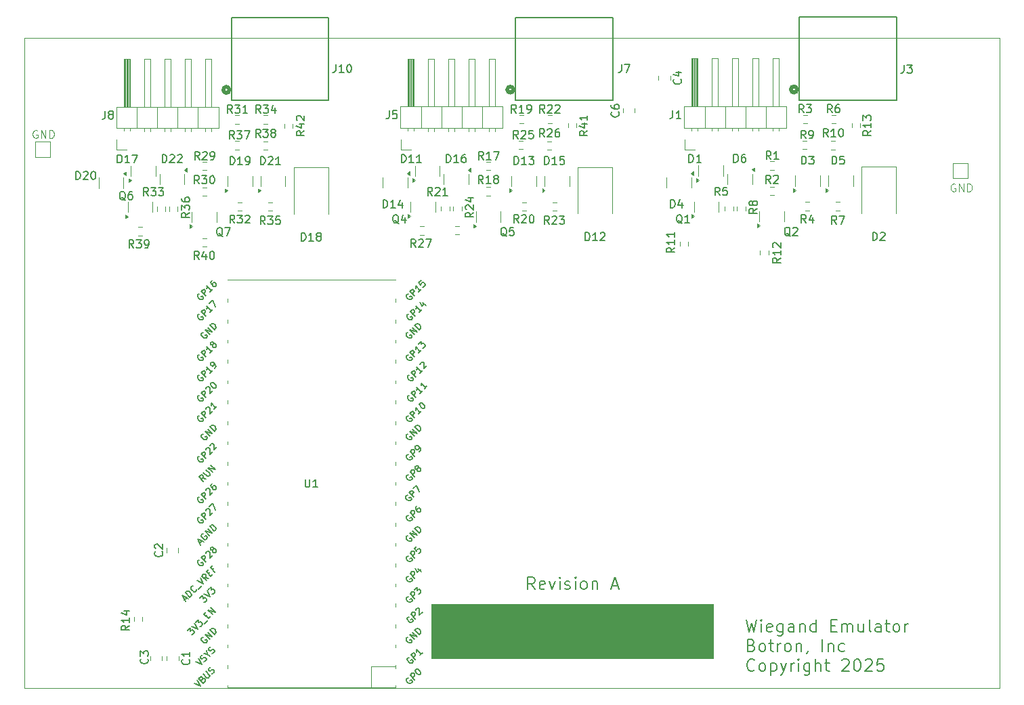
<source format=gbr>
%TF.GenerationSoftware,KiCad,Pcbnew,8.0.8*%
%TF.CreationDate,2025-11-10T08:34:54-07:00*%
%TF.ProjectId,WiegandTest,57696567-616e-4645-9465-73742e6b6963,A*%
%TF.SameCoordinates,Original*%
%TF.FileFunction,Legend,Top*%
%TF.FilePolarity,Positive*%
%FSLAX46Y46*%
G04 Gerber Fmt 4.6, Leading zero omitted, Abs format (unit mm)*
G04 Created by KiCad (PCBNEW 8.0.8) date 2025-11-10 08:34:54*
%MOMM*%
%LPD*%
G01*
G04 APERTURE LIST*
%ADD10C,0.100000*%
%ADD11C,0.177800*%
%ADD12C,0.150000*%
%ADD13C,0.152400*%
%ADD14C,0.508000*%
%ADD15C,0.120000*%
%TA.AperFunction,Profile*%
%ADD16C,0.050000*%
%TD*%
G04 APERTURE END LIST*
D10*
X120726200Y-122885200D02*
X155930600Y-122885200D01*
X155930600Y-129641600D01*
X120726200Y-129641600D01*
X120726200Y-122885200D01*
G36*
X120726200Y-122885200D02*
G01*
X155930600Y-122885200D01*
X155930600Y-129641600D01*
X120726200Y-129641600D01*
X120726200Y-122885200D01*
G37*
X186196893Y-70344838D02*
X186101655Y-70297219D01*
X186101655Y-70297219D02*
X185958798Y-70297219D01*
X185958798Y-70297219D02*
X185815941Y-70344838D01*
X185815941Y-70344838D02*
X185720703Y-70440076D01*
X185720703Y-70440076D02*
X185673084Y-70535314D01*
X185673084Y-70535314D02*
X185625465Y-70725790D01*
X185625465Y-70725790D02*
X185625465Y-70868647D01*
X185625465Y-70868647D02*
X185673084Y-71059123D01*
X185673084Y-71059123D02*
X185720703Y-71154361D01*
X185720703Y-71154361D02*
X185815941Y-71249600D01*
X185815941Y-71249600D02*
X185958798Y-71297219D01*
X185958798Y-71297219D02*
X186054036Y-71297219D01*
X186054036Y-71297219D02*
X186196893Y-71249600D01*
X186196893Y-71249600D02*
X186244512Y-71201980D01*
X186244512Y-71201980D02*
X186244512Y-70868647D01*
X186244512Y-70868647D02*
X186054036Y-70868647D01*
X186673084Y-71297219D02*
X186673084Y-70297219D01*
X186673084Y-70297219D02*
X187244512Y-71297219D01*
X187244512Y-71297219D02*
X187244512Y-70297219D01*
X187720703Y-71297219D02*
X187720703Y-70297219D01*
X187720703Y-70297219D02*
X187958798Y-70297219D01*
X187958798Y-70297219D02*
X188101655Y-70344838D01*
X188101655Y-70344838D02*
X188196893Y-70440076D01*
X188196893Y-70440076D02*
X188244512Y-70535314D01*
X188244512Y-70535314D02*
X188292131Y-70725790D01*
X188292131Y-70725790D02*
X188292131Y-70868647D01*
X188292131Y-70868647D02*
X188244512Y-71059123D01*
X188244512Y-71059123D02*
X188196893Y-71154361D01*
X188196893Y-71154361D02*
X188101655Y-71249600D01*
X188101655Y-71249600D02*
X187958798Y-71297219D01*
X187958798Y-71297219D02*
X187720703Y-71297219D01*
X71439693Y-63639238D02*
X71344455Y-63591619D01*
X71344455Y-63591619D02*
X71201598Y-63591619D01*
X71201598Y-63591619D02*
X71058741Y-63639238D01*
X71058741Y-63639238D02*
X70963503Y-63734476D01*
X70963503Y-63734476D02*
X70915884Y-63829714D01*
X70915884Y-63829714D02*
X70868265Y-64020190D01*
X70868265Y-64020190D02*
X70868265Y-64163047D01*
X70868265Y-64163047D02*
X70915884Y-64353523D01*
X70915884Y-64353523D02*
X70963503Y-64448761D01*
X70963503Y-64448761D02*
X71058741Y-64544000D01*
X71058741Y-64544000D02*
X71201598Y-64591619D01*
X71201598Y-64591619D02*
X71296836Y-64591619D01*
X71296836Y-64591619D02*
X71439693Y-64544000D01*
X71439693Y-64544000D02*
X71487312Y-64496380D01*
X71487312Y-64496380D02*
X71487312Y-64163047D01*
X71487312Y-64163047D02*
X71296836Y-64163047D01*
X71915884Y-64591619D02*
X71915884Y-63591619D01*
X71915884Y-63591619D02*
X72487312Y-64591619D01*
X72487312Y-64591619D02*
X72487312Y-63591619D01*
X72963503Y-64591619D02*
X72963503Y-63591619D01*
X72963503Y-63591619D02*
X73201598Y-63591619D01*
X73201598Y-63591619D02*
X73344455Y-63639238D01*
X73344455Y-63639238D02*
X73439693Y-63734476D01*
X73439693Y-63734476D02*
X73487312Y-63829714D01*
X73487312Y-63829714D02*
X73534931Y-64020190D01*
X73534931Y-64020190D02*
X73534931Y-64163047D01*
X73534931Y-64163047D02*
X73487312Y-64353523D01*
X73487312Y-64353523D02*
X73439693Y-64448761D01*
X73439693Y-64448761D02*
X73344455Y-64544000D01*
X73344455Y-64544000D02*
X73201598Y-64591619D01*
X73201598Y-64591619D02*
X72963503Y-64591619D01*
D11*
X160075287Y-124818135D02*
X160438144Y-126342135D01*
X160438144Y-126342135D02*
X160728430Y-125253564D01*
X160728430Y-125253564D02*
X161018715Y-126342135D01*
X161018715Y-126342135D02*
X161381573Y-124818135D01*
X161962144Y-126342135D02*
X161962144Y-125326135D01*
X161962144Y-124818135D02*
X161889572Y-124890706D01*
X161889572Y-124890706D02*
X161962144Y-124963278D01*
X161962144Y-124963278D02*
X162034715Y-124890706D01*
X162034715Y-124890706D02*
X161962144Y-124818135D01*
X161962144Y-124818135D02*
X161962144Y-124963278D01*
X163268429Y-126269564D02*
X163123286Y-126342135D01*
X163123286Y-126342135D02*
X162833001Y-126342135D01*
X162833001Y-126342135D02*
X162687858Y-126269564D01*
X162687858Y-126269564D02*
X162615286Y-126124421D01*
X162615286Y-126124421D02*
X162615286Y-125543849D01*
X162615286Y-125543849D02*
X162687858Y-125398706D01*
X162687858Y-125398706D02*
X162833001Y-125326135D01*
X162833001Y-125326135D02*
X163123286Y-125326135D01*
X163123286Y-125326135D02*
X163268429Y-125398706D01*
X163268429Y-125398706D02*
X163341001Y-125543849D01*
X163341001Y-125543849D02*
X163341001Y-125688992D01*
X163341001Y-125688992D02*
X162615286Y-125834135D01*
X164647287Y-125326135D02*
X164647287Y-126559849D01*
X164647287Y-126559849D02*
X164574715Y-126704992D01*
X164574715Y-126704992D02*
X164502144Y-126777564D01*
X164502144Y-126777564D02*
X164357001Y-126850135D01*
X164357001Y-126850135D02*
X164139287Y-126850135D01*
X164139287Y-126850135D02*
X163994144Y-126777564D01*
X164647287Y-126269564D02*
X164502144Y-126342135D01*
X164502144Y-126342135D02*
X164211858Y-126342135D01*
X164211858Y-126342135D02*
X164066715Y-126269564D01*
X164066715Y-126269564D02*
X163994144Y-126196992D01*
X163994144Y-126196992D02*
X163921572Y-126051849D01*
X163921572Y-126051849D02*
X163921572Y-125616421D01*
X163921572Y-125616421D02*
X163994144Y-125471278D01*
X163994144Y-125471278D02*
X164066715Y-125398706D01*
X164066715Y-125398706D02*
X164211858Y-125326135D01*
X164211858Y-125326135D02*
X164502144Y-125326135D01*
X164502144Y-125326135D02*
X164647287Y-125398706D01*
X166026144Y-126342135D02*
X166026144Y-125543849D01*
X166026144Y-125543849D02*
X165953572Y-125398706D01*
X165953572Y-125398706D02*
X165808429Y-125326135D01*
X165808429Y-125326135D02*
X165518144Y-125326135D01*
X165518144Y-125326135D02*
X165373001Y-125398706D01*
X166026144Y-126269564D02*
X165881001Y-126342135D01*
X165881001Y-126342135D02*
X165518144Y-126342135D01*
X165518144Y-126342135D02*
X165373001Y-126269564D01*
X165373001Y-126269564D02*
X165300429Y-126124421D01*
X165300429Y-126124421D02*
X165300429Y-125979278D01*
X165300429Y-125979278D02*
X165373001Y-125834135D01*
X165373001Y-125834135D02*
X165518144Y-125761564D01*
X165518144Y-125761564D02*
X165881001Y-125761564D01*
X165881001Y-125761564D02*
X166026144Y-125688992D01*
X166751858Y-125326135D02*
X166751858Y-126342135D01*
X166751858Y-125471278D02*
X166824429Y-125398706D01*
X166824429Y-125398706D02*
X166969572Y-125326135D01*
X166969572Y-125326135D02*
X167187286Y-125326135D01*
X167187286Y-125326135D02*
X167332429Y-125398706D01*
X167332429Y-125398706D02*
X167405001Y-125543849D01*
X167405001Y-125543849D02*
X167405001Y-126342135D01*
X168783858Y-126342135D02*
X168783858Y-124818135D01*
X168783858Y-126269564D02*
X168638715Y-126342135D01*
X168638715Y-126342135D02*
X168348429Y-126342135D01*
X168348429Y-126342135D02*
X168203286Y-126269564D01*
X168203286Y-126269564D02*
X168130715Y-126196992D01*
X168130715Y-126196992D02*
X168058143Y-126051849D01*
X168058143Y-126051849D02*
X168058143Y-125616421D01*
X168058143Y-125616421D02*
X168130715Y-125471278D01*
X168130715Y-125471278D02*
X168203286Y-125398706D01*
X168203286Y-125398706D02*
X168348429Y-125326135D01*
X168348429Y-125326135D02*
X168638715Y-125326135D01*
X168638715Y-125326135D02*
X168783858Y-125398706D01*
X170670715Y-125543849D02*
X171178715Y-125543849D01*
X171396429Y-126342135D02*
X170670715Y-126342135D01*
X170670715Y-126342135D02*
X170670715Y-124818135D01*
X170670715Y-124818135D02*
X171396429Y-124818135D01*
X172049572Y-126342135D02*
X172049572Y-125326135D01*
X172049572Y-125471278D02*
X172122143Y-125398706D01*
X172122143Y-125398706D02*
X172267286Y-125326135D01*
X172267286Y-125326135D02*
X172485000Y-125326135D01*
X172485000Y-125326135D02*
X172630143Y-125398706D01*
X172630143Y-125398706D02*
X172702715Y-125543849D01*
X172702715Y-125543849D02*
X172702715Y-126342135D01*
X172702715Y-125543849D02*
X172775286Y-125398706D01*
X172775286Y-125398706D02*
X172920429Y-125326135D01*
X172920429Y-125326135D02*
X173138143Y-125326135D01*
X173138143Y-125326135D02*
X173283286Y-125398706D01*
X173283286Y-125398706D02*
X173355857Y-125543849D01*
X173355857Y-125543849D02*
X173355857Y-126342135D01*
X174734715Y-125326135D02*
X174734715Y-126342135D01*
X174081572Y-125326135D02*
X174081572Y-126124421D01*
X174081572Y-126124421D02*
X174154143Y-126269564D01*
X174154143Y-126269564D02*
X174299286Y-126342135D01*
X174299286Y-126342135D02*
X174517000Y-126342135D01*
X174517000Y-126342135D02*
X174662143Y-126269564D01*
X174662143Y-126269564D02*
X174734715Y-126196992D01*
X175678143Y-126342135D02*
X175533000Y-126269564D01*
X175533000Y-126269564D02*
X175460429Y-126124421D01*
X175460429Y-126124421D02*
X175460429Y-124818135D01*
X176911858Y-126342135D02*
X176911858Y-125543849D01*
X176911858Y-125543849D02*
X176839286Y-125398706D01*
X176839286Y-125398706D02*
X176694143Y-125326135D01*
X176694143Y-125326135D02*
X176403858Y-125326135D01*
X176403858Y-125326135D02*
X176258715Y-125398706D01*
X176911858Y-126269564D02*
X176766715Y-126342135D01*
X176766715Y-126342135D02*
X176403858Y-126342135D01*
X176403858Y-126342135D02*
X176258715Y-126269564D01*
X176258715Y-126269564D02*
X176186143Y-126124421D01*
X176186143Y-126124421D02*
X176186143Y-125979278D01*
X176186143Y-125979278D02*
X176258715Y-125834135D01*
X176258715Y-125834135D02*
X176403858Y-125761564D01*
X176403858Y-125761564D02*
X176766715Y-125761564D01*
X176766715Y-125761564D02*
X176911858Y-125688992D01*
X177419857Y-125326135D02*
X178000429Y-125326135D01*
X177637572Y-124818135D02*
X177637572Y-126124421D01*
X177637572Y-126124421D02*
X177710143Y-126269564D01*
X177710143Y-126269564D02*
X177855286Y-126342135D01*
X177855286Y-126342135D02*
X178000429Y-126342135D01*
X178726143Y-126342135D02*
X178581000Y-126269564D01*
X178581000Y-126269564D02*
X178508429Y-126196992D01*
X178508429Y-126196992D02*
X178435857Y-126051849D01*
X178435857Y-126051849D02*
X178435857Y-125616421D01*
X178435857Y-125616421D02*
X178508429Y-125471278D01*
X178508429Y-125471278D02*
X178581000Y-125398706D01*
X178581000Y-125398706D02*
X178726143Y-125326135D01*
X178726143Y-125326135D02*
X178943857Y-125326135D01*
X178943857Y-125326135D02*
X179089000Y-125398706D01*
X179089000Y-125398706D02*
X179161572Y-125471278D01*
X179161572Y-125471278D02*
X179234143Y-125616421D01*
X179234143Y-125616421D02*
X179234143Y-126051849D01*
X179234143Y-126051849D02*
X179161572Y-126196992D01*
X179161572Y-126196992D02*
X179089000Y-126269564D01*
X179089000Y-126269564D02*
X178943857Y-126342135D01*
X178943857Y-126342135D02*
X178726143Y-126342135D01*
X179887286Y-126342135D02*
X179887286Y-125326135D01*
X179887286Y-125616421D02*
X179959857Y-125471278D01*
X179959857Y-125471278D02*
X180032429Y-125398706D01*
X180032429Y-125398706D02*
X180177571Y-125326135D01*
X180177571Y-125326135D02*
X180322714Y-125326135D01*
X160728430Y-127997404D02*
X160946144Y-128069976D01*
X160946144Y-128069976D02*
X161018715Y-128142547D01*
X161018715Y-128142547D02*
X161091287Y-128287690D01*
X161091287Y-128287690D02*
X161091287Y-128505404D01*
X161091287Y-128505404D02*
X161018715Y-128650547D01*
X161018715Y-128650547D02*
X160946144Y-128723119D01*
X160946144Y-128723119D02*
X160801001Y-128795690D01*
X160801001Y-128795690D02*
X160220430Y-128795690D01*
X160220430Y-128795690D02*
X160220430Y-127271690D01*
X160220430Y-127271690D02*
X160728430Y-127271690D01*
X160728430Y-127271690D02*
X160873573Y-127344261D01*
X160873573Y-127344261D02*
X160946144Y-127416833D01*
X160946144Y-127416833D02*
X161018715Y-127561976D01*
X161018715Y-127561976D02*
X161018715Y-127707119D01*
X161018715Y-127707119D02*
X160946144Y-127852261D01*
X160946144Y-127852261D02*
X160873573Y-127924833D01*
X160873573Y-127924833D02*
X160728430Y-127997404D01*
X160728430Y-127997404D02*
X160220430Y-127997404D01*
X161962144Y-128795690D02*
X161817001Y-128723119D01*
X161817001Y-128723119D02*
X161744430Y-128650547D01*
X161744430Y-128650547D02*
X161671858Y-128505404D01*
X161671858Y-128505404D02*
X161671858Y-128069976D01*
X161671858Y-128069976D02*
X161744430Y-127924833D01*
X161744430Y-127924833D02*
X161817001Y-127852261D01*
X161817001Y-127852261D02*
X161962144Y-127779690D01*
X161962144Y-127779690D02*
X162179858Y-127779690D01*
X162179858Y-127779690D02*
X162325001Y-127852261D01*
X162325001Y-127852261D02*
X162397573Y-127924833D01*
X162397573Y-127924833D02*
X162470144Y-128069976D01*
X162470144Y-128069976D02*
X162470144Y-128505404D01*
X162470144Y-128505404D02*
X162397573Y-128650547D01*
X162397573Y-128650547D02*
X162325001Y-128723119D01*
X162325001Y-128723119D02*
X162179858Y-128795690D01*
X162179858Y-128795690D02*
X161962144Y-128795690D01*
X162905572Y-127779690D02*
X163486144Y-127779690D01*
X163123287Y-127271690D02*
X163123287Y-128577976D01*
X163123287Y-128577976D02*
X163195858Y-128723119D01*
X163195858Y-128723119D02*
X163341001Y-128795690D01*
X163341001Y-128795690D02*
X163486144Y-128795690D01*
X163994144Y-128795690D02*
X163994144Y-127779690D01*
X163994144Y-128069976D02*
X164066715Y-127924833D01*
X164066715Y-127924833D02*
X164139287Y-127852261D01*
X164139287Y-127852261D02*
X164284429Y-127779690D01*
X164284429Y-127779690D02*
X164429572Y-127779690D01*
X165155287Y-128795690D02*
X165010144Y-128723119D01*
X165010144Y-128723119D02*
X164937573Y-128650547D01*
X164937573Y-128650547D02*
X164865001Y-128505404D01*
X164865001Y-128505404D02*
X164865001Y-128069976D01*
X164865001Y-128069976D02*
X164937573Y-127924833D01*
X164937573Y-127924833D02*
X165010144Y-127852261D01*
X165010144Y-127852261D02*
X165155287Y-127779690D01*
X165155287Y-127779690D02*
X165373001Y-127779690D01*
X165373001Y-127779690D02*
X165518144Y-127852261D01*
X165518144Y-127852261D02*
X165590716Y-127924833D01*
X165590716Y-127924833D02*
X165663287Y-128069976D01*
X165663287Y-128069976D02*
X165663287Y-128505404D01*
X165663287Y-128505404D02*
X165590716Y-128650547D01*
X165590716Y-128650547D02*
X165518144Y-128723119D01*
X165518144Y-128723119D02*
X165373001Y-128795690D01*
X165373001Y-128795690D02*
X165155287Y-128795690D01*
X166316430Y-127779690D02*
X166316430Y-128795690D01*
X166316430Y-127924833D02*
X166389001Y-127852261D01*
X166389001Y-127852261D02*
X166534144Y-127779690D01*
X166534144Y-127779690D02*
X166751858Y-127779690D01*
X166751858Y-127779690D02*
X166897001Y-127852261D01*
X166897001Y-127852261D02*
X166969573Y-127997404D01*
X166969573Y-127997404D02*
X166969573Y-128795690D01*
X167767858Y-128723119D02*
X167767858Y-128795690D01*
X167767858Y-128795690D02*
X167695287Y-128940833D01*
X167695287Y-128940833D02*
X167622715Y-129013404D01*
X169582144Y-128795690D02*
X169582144Y-127271690D01*
X170307858Y-127779690D02*
X170307858Y-128795690D01*
X170307858Y-127924833D02*
X170380429Y-127852261D01*
X170380429Y-127852261D02*
X170525572Y-127779690D01*
X170525572Y-127779690D02*
X170743286Y-127779690D01*
X170743286Y-127779690D02*
X170888429Y-127852261D01*
X170888429Y-127852261D02*
X170961001Y-127997404D01*
X170961001Y-127997404D02*
X170961001Y-128795690D01*
X172339858Y-128723119D02*
X172194715Y-128795690D01*
X172194715Y-128795690D02*
X171904429Y-128795690D01*
X171904429Y-128795690D02*
X171759286Y-128723119D01*
X171759286Y-128723119D02*
X171686715Y-128650547D01*
X171686715Y-128650547D02*
X171614143Y-128505404D01*
X171614143Y-128505404D02*
X171614143Y-128069976D01*
X171614143Y-128069976D02*
X171686715Y-127924833D01*
X171686715Y-127924833D02*
X171759286Y-127852261D01*
X171759286Y-127852261D02*
X171904429Y-127779690D01*
X171904429Y-127779690D02*
X172194715Y-127779690D01*
X172194715Y-127779690D02*
X172339858Y-127852261D01*
X161091287Y-131104102D02*
X161018715Y-131176674D01*
X161018715Y-131176674D02*
X160801001Y-131249245D01*
X160801001Y-131249245D02*
X160655858Y-131249245D01*
X160655858Y-131249245D02*
X160438144Y-131176674D01*
X160438144Y-131176674D02*
X160293001Y-131031531D01*
X160293001Y-131031531D02*
X160220430Y-130886388D01*
X160220430Y-130886388D02*
X160147858Y-130596102D01*
X160147858Y-130596102D02*
X160147858Y-130378388D01*
X160147858Y-130378388D02*
X160220430Y-130088102D01*
X160220430Y-130088102D02*
X160293001Y-129942959D01*
X160293001Y-129942959D02*
X160438144Y-129797816D01*
X160438144Y-129797816D02*
X160655858Y-129725245D01*
X160655858Y-129725245D02*
X160801001Y-129725245D01*
X160801001Y-129725245D02*
X161018715Y-129797816D01*
X161018715Y-129797816D02*
X161091287Y-129870388D01*
X161962144Y-131249245D02*
X161817001Y-131176674D01*
X161817001Y-131176674D02*
X161744430Y-131104102D01*
X161744430Y-131104102D02*
X161671858Y-130958959D01*
X161671858Y-130958959D02*
X161671858Y-130523531D01*
X161671858Y-130523531D02*
X161744430Y-130378388D01*
X161744430Y-130378388D02*
X161817001Y-130305816D01*
X161817001Y-130305816D02*
X161962144Y-130233245D01*
X161962144Y-130233245D02*
X162179858Y-130233245D01*
X162179858Y-130233245D02*
X162325001Y-130305816D01*
X162325001Y-130305816D02*
X162397573Y-130378388D01*
X162397573Y-130378388D02*
X162470144Y-130523531D01*
X162470144Y-130523531D02*
X162470144Y-130958959D01*
X162470144Y-130958959D02*
X162397573Y-131104102D01*
X162397573Y-131104102D02*
X162325001Y-131176674D01*
X162325001Y-131176674D02*
X162179858Y-131249245D01*
X162179858Y-131249245D02*
X161962144Y-131249245D01*
X163123287Y-130233245D02*
X163123287Y-131757245D01*
X163123287Y-130305816D02*
X163268430Y-130233245D01*
X163268430Y-130233245D02*
X163558715Y-130233245D01*
X163558715Y-130233245D02*
X163703858Y-130305816D01*
X163703858Y-130305816D02*
X163776430Y-130378388D01*
X163776430Y-130378388D02*
X163849001Y-130523531D01*
X163849001Y-130523531D02*
X163849001Y-130958959D01*
X163849001Y-130958959D02*
X163776430Y-131104102D01*
X163776430Y-131104102D02*
X163703858Y-131176674D01*
X163703858Y-131176674D02*
X163558715Y-131249245D01*
X163558715Y-131249245D02*
X163268430Y-131249245D01*
X163268430Y-131249245D02*
X163123287Y-131176674D01*
X164357001Y-130233245D02*
X164719858Y-131249245D01*
X165082715Y-130233245D02*
X164719858Y-131249245D01*
X164719858Y-131249245D02*
X164574715Y-131612102D01*
X164574715Y-131612102D02*
X164502144Y-131684674D01*
X164502144Y-131684674D02*
X164357001Y-131757245D01*
X165663287Y-131249245D02*
X165663287Y-130233245D01*
X165663287Y-130523531D02*
X165735858Y-130378388D01*
X165735858Y-130378388D02*
X165808430Y-130305816D01*
X165808430Y-130305816D02*
X165953572Y-130233245D01*
X165953572Y-130233245D02*
X166098715Y-130233245D01*
X166606716Y-131249245D02*
X166606716Y-130233245D01*
X166606716Y-129725245D02*
X166534144Y-129797816D01*
X166534144Y-129797816D02*
X166606716Y-129870388D01*
X166606716Y-129870388D02*
X166679287Y-129797816D01*
X166679287Y-129797816D02*
X166606716Y-129725245D01*
X166606716Y-129725245D02*
X166606716Y-129870388D01*
X167985573Y-130233245D02*
X167985573Y-131466959D01*
X167985573Y-131466959D02*
X167913001Y-131612102D01*
X167913001Y-131612102D02*
X167840430Y-131684674D01*
X167840430Y-131684674D02*
X167695287Y-131757245D01*
X167695287Y-131757245D02*
X167477573Y-131757245D01*
X167477573Y-131757245D02*
X167332430Y-131684674D01*
X167985573Y-131176674D02*
X167840430Y-131249245D01*
X167840430Y-131249245D02*
X167550144Y-131249245D01*
X167550144Y-131249245D02*
X167405001Y-131176674D01*
X167405001Y-131176674D02*
X167332430Y-131104102D01*
X167332430Y-131104102D02*
X167259858Y-130958959D01*
X167259858Y-130958959D02*
X167259858Y-130523531D01*
X167259858Y-130523531D02*
X167332430Y-130378388D01*
X167332430Y-130378388D02*
X167405001Y-130305816D01*
X167405001Y-130305816D02*
X167550144Y-130233245D01*
X167550144Y-130233245D02*
X167840430Y-130233245D01*
X167840430Y-130233245D02*
X167985573Y-130305816D01*
X168711287Y-131249245D02*
X168711287Y-129725245D01*
X169364430Y-131249245D02*
X169364430Y-130450959D01*
X169364430Y-130450959D02*
X169291858Y-130305816D01*
X169291858Y-130305816D02*
X169146715Y-130233245D01*
X169146715Y-130233245D02*
X168929001Y-130233245D01*
X168929001Y-130233245D02*
X168783858Y-130305816D01*
X168783858Y-130305816D02*
X168711287Y-130378388D01*
X169872429Y-130233245D02*
X170453001Y-130233245D01*
X170090144Y-129725245D02*
X170090144Y-131031531D01*
X170090144Y-131031531D02*
X170162715Y-131176674D01*
X170162715Y-131176674D02*
X170307858Y-131249245D01*
X170307858Y-131249245D02*
X170453001Y-131249245D01*
X172049572Y-129870388D02*
X172122144Y-129797816D01*
X172122144Y-129797816D02*
X172267287Y-129725245D01*
X172267287Y-129725245D02*
X172630144Y-129725245D01*
X172630144Y-129725245D02*
X172775287Y-129797816D01*
X172775287Y-129797816D02*
X172847858Y-129870388D01*
X172847858Y-129870388D02*
X172920429Y-130015531D01*
X172920429Y-130015531D02*
X172920429Y-130160674D01*
X172920429Y-130160674D02*
X172847858Y-130378388D01*
X172847858Y-130378388D02*
X171977001Y-131249245D01*
X171977001Y-131249245D02*
X172920429Y-131249245D01*
X173863858Y-129725245D02*
X174009001Y-129725245D01*
X174009001Y-129725245D02*
X174154144Y-129797816D01*
X174154144Y-129797816D02*
X174226716Y-129870388D01*
X174226716Y-129870388D02*
X174299287Y-130015531D01*
X174299287Y-130015531D02*
X174371858Y-130305816D01*
X174371858Y-130305816D02*
X174371858Y-130668674D01*
X174371858Y-130668674D02*
X174299287Y-130958959D01*
X174299287Y-130958959D02*
X174226716Y-131104102D01*
X174226716Y-131104102D02*
X174154144Y-131176674D01*
X174154144Y-131176674D02*
X174009001Y-131249245D01*
X174009001Y-131249245D02*
X173863858Y-131249245D01*
X173863858Y-131249245D02*
X173718716Y-131176674D01*
X173718716Y-131176674D02*
X173646144Y-131104102D01*
X173646144Y-131104102D02*
X173573573Y-130958959D01*
X173573573Y-130958959D02*
X173501001Y-130668674D01*
X173501001Y-130668674D02*
X173501001Y-130305816D01*
X173501001Y-130305816D02*
X173573573Y-130015531D01*
X173573573Y-130015531D02*
X173646144Y-129870388D01*
X173646144Y-129870388D02*
X173718716Y-129797816D01*
X173718716Y-129797816D02*
X173863858Y-129725245D01*
X174952430Y-129870388D02*
X175025002Y-129797816D01*
X175025002Y-129797816D02*
X175170145Y-129725245D01*
X175170145Y-129725245D02*
X175533002Y-129725245D01*
X175533002Y-129725245D02*
X175678145Y-129797816D01*
X175678145Y-129797816D02*
X175750716Y-129870388D01*
X175750716Y-129870388D02*
X175823287Y-130015531D01*
X175823287Y-130015531D02*
X175823287Y-130160674D01*
X175823287Y-130160674D02*
X175750716Y-130378388D01*
X175750716Y-130378388D02*
X174879859Y-131249245D01*
X174879859Y-131249245D02*
X175823287Y-131249245D01*
X177202145Y-129725245D02*
X176476431Y-129725245D01*
X176476431Y-129725245D02*
X176403859Y-130450959D01*
X176403859Y-130450959D02*
X176476431Y-130378388D01*
X176476431Y-130378388D02*
X176621574Y-130305816D01*
X176621574Y-130305816D02*
X176984431Y-130305816D01*
X176984431Y-130305816D02*
X177129574Y-130378388D01*
X177129574Y-130378388D02*
X177202145Y-130450959D01*
X177202145Y-130450959D02*
X177274716Y-130596102D01*
X177274716Y-130596102D02*
X177274716Y-130958959D01*
X177274716Y-130958959D02*
X177202145Y-131104102D01*
X177202145Y-131104102D02*
X177129574Y-131176674D01*
X177129574Y-131176674D02*
X176984431Y-131249245D01*
X176984431Y-131249245D02*
X176621574Y-131249245D01*
X176621574Y-131249245D02*
X176476431Y-131176674D01*
X176476431Y-131176674D02*
X176403859Y-131104102D01*
X133633887Y-121013045D02*
X133125887Y-120287331D01*
X132763030Y-121013045D02*
X132763030Y-119489045D01*
X132763030Y-119489045D02*
X133343601Y-119489045D01*
X133343601Y-119489045D02*
X133488744Y-119561616D01*
X133488744Y-119561616D02*
X133561315Y-119634188D01*
X133561315Y-119634188D02*
X133633887Y-119779331D01*
X133633887Y-119779331D02*
X133633887Y-119997045D01*
X133633887Y-119997045D02*
X133561315Y-120142188D01*
X133561315Y-120142188D02*
X133488744Y-120214759D01*
X133488744Y-120214759D02*
X133343601Y-120287331D01*
X133343601Y-120287331D02*
X132763030Y-120287331D01*
X134867601Y-120940474D02*
X134722458Y-121013045D01*
X134722458Y-121013045D02*
X134432173Y-121013045D01*
X134432173Y-121013045D02*
X134287030Y-120940474D01*
X134287030Y-120940474D02*
X134214458Y-120795331D01*
X134214458Y-120795331D02*
X134214458Y-120214759D01*
X134214458Y-120214759D02*
X134287030Y-120069616D01*
X134287030Y-120069616D02*
X134432173Y-119997045D01*
X134432173Y-119997045D02*
X134722458Y-119997045D01*
X134722458Y-119997045D02*
X134867601Y-120069616D01*
X134867601Y-120069616D02*
X134940173Y-120214759D01*
X134940173Y-120214759D02*
X134940173Y-120359902D01*
X134940173Y-120359902D02*
X134214458Y-120505045D01*
X135448173Y-119997045D02*
X135811030Y-121013045D01*
X135811030Y-121013045D02*
X136173887Y-119997045D01*
X136754459Y-121013045D02*
X136754459Y-119997045D01*
X136754459Y-119489045D02*
X136681887Y-119561616D01*
X136681887Y-119561616D02*
X136754459Y-119634188D01*
X136754459Y-119634188D02*
X136827030Y-119561616D01*
X136827030Y-119561616D02*
X136754459Y-119489045D01*
X136754459Y-119489045D02*
X136754459Y-119634188D01*
X137407601Y-120940474D02*
X137552744Y-121013045D01*
X137552744Y-121013045D02*
X137843030Y-121013045D01*
X137843030Y-121013045D02*
X137988173Y-120940474D01*
X137988173Y-120940474D02*
X138060744Y-120795331D01*
X138060744Y-120795331D02*
X138060744Y-120722759D01*
X138060744Y-120722759D02*
X137988173Y-120577616D01*
X137988173Y-120577616D02*
X137843030Y-120505045D01*
X137843030Y-120505045D02*
X137625316Y-120505045D01*
X137625316Y-120505045D02*
X137480173Y-120432474D01*
X137480173Y-120432474D02*
X137407601Y-120287331D01*
X137407601Y-120287331D02*
X137407601Y-120214759D01*
X137407601Y-120214759D02*
X137480173Y-120069616D01*
X137480173Y-120069616D02*
X137625316Y-119997045D01*
X137625316Y-119997045D02*
X137843030Y-119997045D01*
X137843030Y-119997045D02*
X137988173Y-120069616D01*
X138713887Y-121013045D02*
X138713887Y-119997045D01*
X138713887Y-119489045D02*
X138641315Y-119561616D01*
X138641315Y-119561616D02*
X138713887Y-119634188D01*
X138713887Y-119634188D02*
X138786458Y-119561616D01*
X138786458Y-119561616D02*
X138713887Y-119489045D01*
X138713887Y-119489045D02*
X138713887Y-119634188D01*
X139657315Y-121013045D02*
X139512172Y-120940474D01*
X139512172Y-120940474D02*
X139439601Y-120867902D01*
X139439601Y-120867902D02*
X139367029Y-120722759D01*
X139367029Y-120722759D02*
X139367029Y-120287331D01*
X139367029Y-120287331D02*
X139439601Y-120142188D01*
X139439601Y-120142188D02*
X139512172Y-120069616D01*
X139512172Y-120069616D02*
X139657315Y-119997045D01*
X139657315Y-119997045D02*
X139875029Y-119997045D01*
X139875029Y-119997045D02*
X140020172Y-120069616D01*
X140020172Y-120069616D02*
X140092744Y-120142188D01*
X140092744Y-120142188D02*
X140165315Y-120287331D01*
X140165315Y-120287331D02*
X140165315Y-120722759D01*
X140165315Y-120722759D02*
X140092744Y-120867902D01*
X140092744Y-120867902D02*
X140020172Y-120940474D01*
X140020172Y-120940474D02*
X139875029Y-121013045D01*
X139875029Y-121013045D02*
X139657315Y-121013045D01*
X140818458Y-119997045D02*
X140818458Y-121013045D01*
X140818458Y-120142188D02*
X140891029Y-120069616D01*
X140891029Y-120069616D02*
X141036172Y-119997045D01*
X141036172Y-119997045D02*
X141253886Y-119997045D01*
X141253886Y-119997045D02*
X141399029Y-120069616D01*
X141399029Y-120069616D02*
X141471601Y-120214759D01*
X141471601Y-120214759D02*
X141471601Y-121013045D01*
X143285886Y-120577616D02*
X144011601Y-120577616D01*
X143140743Y-121013045D02*
X143648743Y-119489045D01*
X143648743Y-119489045D02*
X144156743Y-121013045D01*
D12*
X108766076Y-55385619D02*
X108766076Y-56099904D01*
X108766076Y-56099904D02*
X108718457Y-56242761D01*
X108718457Y-56242761D02*
X108623219Y-56338000D01*
X108623219Y-56338000D02*
X108480362Y-56385619D01*
X108480362Y-56385619D02*
X108385124Y-56385619D01*
X109766076Y-56385619D02*
X109194648Y-56385619D01*
X109480362Y-56385619D02*
X109480362Y-55385619D01*
X109480362Y-55385619D02*
X109385124Y-55528476D01*
X109385124Y-55528476D02*
X109289886Y-55623714D01*
X109289886Y-55623714D02*
X109194648Y-55671333D01*
X110385124Y-55385619D02*
X110480362Y-55385619D01*
X110480362Y-55385619D02*
X110575600Y-55433238D01*
X110575600Y-55433238D02*
X110623219Y-55480857D01*
X110623219Y-55480857D02*
X110670838Y-55576095D01*
X110670838Y-55576095D02*
X110718457Y-55766571D01*
X110718457Y-55766571D02*
X110718457Y-56004666D01*
X110718457Y-56004666D02*
X110670838Y-56195142D01*
X110670838Y-56195142D02*
X110623219Y-56290380D01*
X110623219Y-56290380D02*
X110575600Y-56338000D01*
X110575600Y-56338000D02*
X110480362Y-56385619D01*
X110480362Y-56385619D02*
X110385124Y-56385619D01*
X110385124Y-56385619D02*
X110289886Y-56338000D01*
X110289886Y-56338000D02*
X110242267Y-56290380D01*
X110242267Y-56290380D02*
X110194648Y-56195142D01*
X110194648Y-56195142D02*
X110147029Y-56004666D01*
X110147029Y-56004666D02*
X110147029Y-55766571D01*
X110147029Y-55766571D02*
X110194648Y-55576095D01*
X110194648Y-55576095D02*
X110242267Y-55480857D01*
X110242267Y-55480857D02*
X110289886Y-55433238D01*
X110289886Y-55433238D02*
X110385124Y-55385619D01*
X158509105Y-67618619D02*
X158509105Y-66618619D01*
X158509105Y-66618619D02*
X158747200Y-66618619D01*
X158747200Y-66618619D02*
X158890057Y-66666238D01*
X158890057Y-66666238D02*
X158985295Y-66761476D01*
X158985295Y-66761476D02*
X159032914Y-66856714D01*
X159032914Y-66856714D02*
X159080533Y-67047190D01*
X159080533Y-67047190D02*
X159080533Y-67190047D01*
X159080533Y-67190047D02*
X159032914Y-67380523D01*
X159032914Y-67380523D02*
X158985295Y-67475761D01*
X158985295Y-67475761D02*
X158890057Y-67571000D01*
X158890057Y-67571000D02*
X158747200Y-67618619D01*
X158747200Y-67618619D02*
X158509105Y-67618619D01*
X159937676Y-66618619D02*
X159747200Y-66618619D01*
X159747200Y-66618619D02*
X159651962Y-66666238D01*
X159651962Y-66666238D02*
X159604343Y-66713857D01*
X159604343Y-66713857D02*
X159509105Y-66856714D01*
X159509105Y-66856714D02*
X159461486Y-67047190D01*
X159461486Y-67047190D02*
X159461486Y-67428142D01*
X159461486Y-67428142D02*
X159509105Y-67523380D01*
X159509105Y-67523380D02*
X159556724Y-67571000D01*
X159556724Y-67571000D02*
X159651962Y-67618619D01*
X159651962Y-67618619D02*
X159842438Y-67618619D01*
X159842438Y-67618619D02*
X159937676Y-67571000D01*
X159937676Y-67571000D02*
X159985295Y-67523380D01*
X159985295Y-67523380D02*
X160032914Y-67428142D01*
X160032914Y-67428142D02*
X160032914Y-67190047D01*
X160032914Y-67190047D02*
X159985295Y-67094809D01*
X159985295Y-67094809D02*
X159937676Y-67047190D01*
X159937676Y-67047190D02*
X159842438Y-66999571D01*
X159842438Y-66999571D02*
X159651962Y-66999571D01*
X159651962Y-66999571D02*
X159556724Y-67047190D01*
X159556724Y-67047190D02*
X159509105Y-67094809D01*
X159509105Y-67094809D02*
X159461486Y-67190047D01*
X91711542Y-67307619D02*
X91378209Y-66831428D01*
X91140114Y-67307619D02*
X91140114Y-66307619D01*
X91140114Y-66307619D02*
X91521066Y-66307619D01*
X91521066Y-66307619D02*
X91616304Y-66355238D01*
X91616304Y-66355238D02*
X91663923Y-66402857D01*
X91663923Y-66402857D02*
X91711542Y-66498095D01*
X91711542Y-66498095D02*
X91711542Y-66640952D01*
X91711542Y-66640952D02*
X91663923Y-66736190D01*
X91663923Y-66736190D02*
X91616304Y-66783809D01*
X91616304Y-66783809D02*
X91521066Y-66831428D01*
X91521066Y-66831428D02*
X91140114Y-66831428D01*
X92092495Y-66402857D02*
X92140114Y-66355238D01*
X92140114Y-66355238D02*
X92235352Y-66307619D01*
X92235352Y-66307619D02*
X92473447Y-66307619D01*
X92473447Y-66307619D02*
X92568685Y-66355238D01*
X92568685Y-66355238D02*
X92616304Y-66402857D01*
X92616304Y-66402857D02*
X92663923Y-66498095D01*
X92663923Y-66498095D02*
X92663923Y-66593333D01*
X92663923Y-66593333D02*
X92616304Y-66736190D01*
X92616304Y-66736190D02*
X92044876Y-67307619D01*
X92044876Y-67307619D02*
X92663923Y-67307619D01*
X93140114Y-67307619D02*
X93330590Y-67307619D01*
X93330590Y-67307619D02*
X93425828Y-67260000D01*
X93425828Y-67260000D02*
X93473447Y-67212380D01*
X93473447Y-67212380D02*
X93568685Y-67069523D01*
X93568685Y-67069523D02*
X93616304Y-66879047D01*
X93616304Y-66879047D02*
X93616304Y-66498095D01*
X93616304Y-66498095D02*
X93568685Y-66402857D01*
X93568685Y-66402857D02*
X93521066Y-66355238D01*
X93521066Y-66355238D02*
X93425828Y-66307619D01*
X93425828Y-66307619D02*
X93235352Y-66307619D01*
X93235352Y-66307619D02*
X93140114Y-66355238D01*
X93140114Y-66355238D02*
X93092495Y-66402857D01*
X93092495Y-66402857D02*
X93044876Y-66498095D01*
X93044876Y-66498095D02*
X93044876Y-66736190D01*
X93044876Y-66736190D02*
X93092495Y-66831428D01*
X93092495Y-66831428D02*
X93140114Y-66879047D01*
X93140114Y-66879047D02*
X93235352Y-66926666D01*
X93235352Y-66926666D02*
X93425828Y-66926666D01*
X93425828Y-66926666D02*
X93521066Y-66879047D01*
X93521066Y-66879047D02*
X93568685Y-66831428D01*
X93568685Y-66831428D02*
X93616304Y-66736190D01*
X150595105Y-73302019D02*
X150595105Y-72302019D01*
X150595105Y-72302019D02*
X150833200Y-72302019D01*
X150833200Y-72302019D02*
X150976057Y-72349638D01*
X150976057Y-72349638D02*
X151071295Y-72444876D01*
X151071295Y-72444876D02*
X151118914Y-72540114D01*
X151118914Y-72540114D02*
X151166533Y-72730590D01*
X151166533Y-72730590D02*
X151166533Y-72873447D01*
X151166533Y-72873447D02*
X151118914Y-73063923D01*
X151118914Y-73063923D02*
X151071295Y-73159161D01*
X151071295Y-73159161D02*
X150976057Y-73254400D01*
X150976057Y-73254400D02*
X150833200Y-73302019D01*
X150833200Y-73302019D02*
X150595105Y-73302019D01*
X152023676Y-72635352D02*
X152023676Y-73302019D01*
X151785581Y-72254400D02*
X151547486Y-72968685D01*
X151547486Y-72968685D02*
X152166533Y-72968685D01*
X99915742Y-75384819D02*
X99582409Y-74908628D01*
X99344314Y-75384819D02*
X99344314Y-74384819D01*
X99344314Y-74384819D02*
X99725266Y-74384819D01*
X99725266Y-74384819D02*
X99820504Y-74432438D01*
X99820504Y-74432438D02*
X99868123Y-74480057D01*
X99868123Y-74480057D02*
X99915742Y-74575295D01*
X99915742Y-74575295D02*
X99915742Y-74718152D01*
X99915742Y-74718152D02*
X99868123Y-74813390D01*
X99868123Y-74813390D02*
X99820504Y-74861009D01*
X99820504Y-74861009D02*
X99725266Y-74908628D01*
X99725266Y-74908628D02*
X99344314Y-74908628D01*
X100249076Y-74384819D02*
X100868123Y-74384819D01*
X100868123Y-74384819D02*
X100534790Y-74765771D01*
X100534790Y-74765771D02*
X100677647Y-74765771D01*
X100677647Y-74765771D02*
X100772885Y-74813390D01*
X100772885Y-74813390D02*
X100820504Y-74861009D01*
X100820504Y-74861009D02*
X100868123Y-74956247D01*
X100868123Y-74956247D02*
X100868123Y-75194342D01*
X100868123Y-75194342D02*
X100820504Y-75289580D01*
X100820504Y-75289580D02*
X100772885Y-75337200D01*
X100772885Y-75337200D02*
X100677647Y-75384819D01*
X100677647Y-75384819D02*
X100391933Y-75384819D01*
X100391933Y-75384819D02*
X100296695Y-75337200D01*
X100296695Y-75337200D02*
X100249076Y-75289580D01*
X101772885Y-74384819D02*
X101296695Y-74384819D01*
X101296695Y-74384819D02*
X101249076Y-74861009D01*
X101249076Y-74861009D02*
X101296695Y-74813390D01*
X101296695Y-74813390D02*
X101391933Y-74765771D01*
X101391933Y-74765771D02*
X101630028Y-74765771D01*
X101630028Y-74765771D02*
X101725266Y-74813390D01*
X101725266Y-74813390D02*
X101772885Y-74861009D01*
X101772885Y-74861009D02*
X101820504Y-74956247D01*
X101820504Y-74956247D02*
X101820504Y-75194342D01*
X101820504Y-75194342D02*
X101772885Y-75289580D01*
X101772885Y-75289580D02*
X101725266Y-75337200D01*
X101725266Y-75337200D02*
X101630028Y-75384819D01*
X101630028Y-75384819D02*
X101391933Y-75384819D01*
X101391933Y-75384819D02*
X101296695Y-75337200D01*
X101296695Y-75337200D02*
X101249076Y-75289580D01*
X152076161Y-75276857D02*
X151980923Y-75229238D01*
X151980923Y-75229238D02*
X151885685Y-75134000D01*
X151885685Y-75134000D02*
X151742828Y-74991142D01*
X151742828Y-74991142D02*
X151647590Y-74943523D01*
X151647590Y-74943523D02*
X151552352Y-74943523D01*
X151599971Y-75181619D02*
X151504733Y-75134000D01*
X151504733Y-75134000D02*
X151409495Y-75038761D01*
X151409495Y-75038761D02*
X151361876Y-74848285D01*
X151361876Y-74848285D02*
X151361876Y-74514952D01*
X151361876Y-74514952D02*
X151409495Y-74324476D01*
X151409495Y-74324476D02*
X151504733Y-74229238D01*
X151504733Y-74229238D02*
X151599971Y-74181619D01*
X151599971Y-74181619D02*
X151790447Y-74181619D01*
X151790447Y-74181619D02*
X151885685Y-74229238D01*
X151885685Y-74229238D02*
X151980923Y-74324476D01*
X151980923Y-74324476D02*
X152028542Y-74514952D01*
X152028542Y-74514952D02*
X152028542Y-74848285D01*
X152028542Y-74848285D02*
X151980923Y-75038761D01*
X151980923Y-75038761D02*
X151885685Y-75134000D01*
X151885685Y-75134000D02*
X151790447Y-75181619D01*
X151790447Y-75181619D02*
X151599971Y-75181619D01*
X152980923Y-75181619D02*
X152409495Y-75181619D01*
X152695209Y-75181619D02*
X152695209Y-74181619D01*
X152695209Y-74181619D02*
X152599971Y-74324476D01*
X152599971Y-74324476D02*
X152504733Y-74419714D01*
X152504733Y-74419714D02*
X152409495Y-74467333D01*
X152906505Y-67637819D02*
X152906505Y-66637819D01*
X152906505Y-66637819D02*
X153144600Y-66637819D01*
X153144600Y-66637819D02*
X153287457Y-66685438D01*
X153287457Y-66685438D02*
X153382695Y-66780676D01*
X153382695Y-66780676D02*
X153430314Y-66875914D01*
X153430314Y-66875914D02*
X153477933Y-67066390D01*
X153477933Y-67066390D02*
X153477933Y-67209247D01*
X153477933Y-67209247D02*
X153430314Y-67399723D01*
X153430314Y-67399723D02*
X153382695Y-67494961D01*
X153382695Y-67494961D02*
X153287457Y-67590200D01*
X153287457Y-67590200D02*
X153144600Y-67637819D01*
X153144600Y-67637819D02*
X152906505Y-67637819D01*
X154430314Y-67637819D02*
X153858886Y-67637819D01*
X154144600Y-67637819D02*
X154144600Y-66637819D01*
X154144600Y-66637819D02*
X154049362Y-66780676D01*
X154049362Y-66780676D02*
X153954124Y-66875914D01*
X153954124Y-66875914D02*
X153858886Y-66923533D01*
X164361019Y-79586057D02*
X163884828Y-79919390D01*
X164361019Y-80157485D02*
X163361019Y-80157485D01*
X163361019Y-80157485D02*
X163361019Y-79776533D01*
X163361019Y-79776533D02*
X163408638Y-79681295D01*
X163408638Y-79681295D02*
X163456257Y-79633676D01*
X163456257Y-79633676D02*
X163551495Y-79586057D01*
X163551495Y-79586057D02*
X163694352Y-79586057D01*
X163694352Y-79586057D02*
X163789590Y-79633676D01*
X163789590Y-79633676D02*
X163837209Y-79681295D01*
X163837209Y-79681295D02*
X163884828Y-79776533D01*
X163884828Y-79776533D02*
X163884828Y-80157485D01*
X164361019Y-78633676D02*
X164361019Y-79205104D01*
X164361019Y-78919390D02*
X163361019Y-78919390D01*
X163361019Y-78919390D02*
X163503876Y-79014628D01*
X163503876Y-79014628D02*
X163599114Y-79109866D01*
X163599114Y-79109866D02*
X163646733Y-79205104D01*
X163456257Y-78252723D02*
X163408638Y-78205104D01*
X163408638Y-78205104D02*
X163361019Y-78109866D01*
X163361019Y-78109866D02*
X163361019Y-77871771D01*
X163361019Y-77871771D02*
X163408638Y-77776533D01*
X163408638Y-77776533D02*
X163456257Y-77728914D01*
X163456257Y-77728914D02*
X163551495Y-77681295D01*
X163551495Y-77681295D02*
X163646733Y-77681295D01*
X163646733Y-77681295D02*
X163789590Y-77728914D01*
X163789590Y-77728914D02*
X164361019Y-78300342D01*
X164361019Y-78300342D02*
X164361019Y-77681295D01*
X94610561Y-76908657D02*
X94515323Y-76861038D01*
X94515323Y-76861038D02*
X94420085Y-76765800D01*
X94420085Y-76765800D02*
X94277228Y-76622942D01*
X94277228Y-76622942D02*
X94181990Y-76575323D01*
X94181990Y-76575323D02*
X94086752Y-76575323D01*
X94134371Y-76813419D02*
X94039133Y-76765800D01*
X94039133Y-76765800D02*
X93943895Y-76670561D01*
X93943895Y-76670561D02*
X93896276Y-76480085D01*
X93896276Y-76480085D02*
X93896276Y-76146752D01*
X93896276Y-76146752D02*
X93943895Y-75956276D01*
X93943895Y-75956276D02*
X94039133Y-75861038D01*
X94039133Y-75861038D02*
X94134371Y-75813419D01*
X94134371Y-75813419D02*
X94324847Y-75813419D01*
X94324847Y-75813419D02*
X94420085Y-75861038D01*
X94420085Y-75861038D02*
X94515323Y-75956276D01*
X94515323Y-75956276D02*
X94562942Y-76146752D01*
X94562942Y-76146752D02*
X94562942Y-76480085D01*
X94562942Y-76480085D02*
X94515323Y-76670561D01*
X94515323Y-76670561D02*
X94420085Y-76765800D01*
X94420085Y-76765800D02*
X94324847Y-76813419D01*
X94324847Y-76813419D02*
X94134371Y-76813419D01*
X94896276Y-75813419D02*
X95562942Y-75813419D01*
X95562942Y-75813419D02*
X95134371Y-76813419D01*
X165578161Y-76857857D02*
X165482923Y-76810238D01*
X165482923Y-76810238D02*
X165387685Y-76715000D01*
X165387685Y-76715000D02*
X165244828Y-76572142D01*
X165244828Y-76572142D02*
X165149590Y-76524523D01*
X165149590Y-76524523D02*
X165054352Y-76524523D01*
X165101971Y-76762619D02*
X165006733Y-76715000D01*
X165006733Y-76715000D02*
X164911495Y-76619761D01*
X164911495Y-76619761D02*
X164863876Y-76429285D01*
X164863876Y-76429285D02*
X164863876Y-76095952D01*
X164863876Y-76095952D02*
X164911495Y-75905476D01*
X164911495Y-75905476D02*
X165006733Y-75810238D01*
X165006733Y-75810238D02*
X165101971Y-75762619D01*
X165101971Y-75762619D02*
X165292447Y-75762619D01*
X165292447Y-75762619D02*
X165387685Y-75810238D01*
X165387685Y-75810238D02*
X165482923Y-75905476D01*
X165482923Y-75905476D02*
X165530542Y-76095952D01*
X165530542Y-76095952D02*
X165530542Y-76429285D01*
X165530542Y-76429285D02*
X165482923Y-76619761D01*
X165482923Y-76619761D02*
X165387685Y-76715000D01*
X165387685Y-76715000D02*
X165292447Y-76762619D01*
X165292447Y-76762619D02*
X165101971Y-76762619D01*
X165911495Y-75857857D02*
X165959114Y-75810238D01*
X165959114Y-75810238D02*
X166054352Y-75762619D01*
X166054352Y-75762619D02*
X166292447Y-75762619D01*
X166292447Y-75762619D02*
X166387685Y-75810238D01*
X166387685Y-75810238D02*
X166435304Y-75857857D01*
X166435304Y-75857857D02*
X166482923Y-75953095D01*
X166482923Y-75953095D02*
X166482923Y-76048333D01*
X166482923Y-76048333D02*
X166435304Y-76191190D01*
X166435304Y-76191190D02*
X165863876Y-76762619D01*
X165863876Y-76762619D02*
X166482923Y-76762619D01*
X118731742Y-78248819D02*
X118398409Y-77772628D01*
X118160314Y-78248819D02*
X118160314Y-77248819D01*
X118160314Y-77248819D02*
X118541266Y-77248819D01*
X118541266Y-77248819D02*
X118636504Y-77296438D01*
X118636504Y-77296438D02*
X118684123Y-77344057D01*
X118684123Y-77344057D02*
X118731742Y-77439295D01*
X118731742Y-77439295D02*
X118731742Y-77582152D01*
X118731742Y-77582152D02*
X118684123Y-77677390D01*
X118684123Y-77677390D02*
X118636504Y-77725009D01*
X118636504Y-77725009D02*
X118541266Y-77772628D01*
X118541266Y-77772628D02*
X118160314Y-77772628D01*
X119112695Y-77344057D02*
X119160314Y-77296438D01*
X119160314Y-77296438D02*
X119255552Y-77248819D01*
X119255552Y-77248819D02*
X119493647Y-77248819D01*
X119493647Y-77248819D02*
X119588885Y-77296438D01*
X119588885Y-77296438D02*
X119636504Y-77344057D01*
X119636504Y-77344057D02*
X119684123Y-77439295D01*
X119684123Y-77439295D02*
X119684123Y-77534533D01*
X119684123Y-77534533D02*
X119636504Y-77677390D01*
X119636504Y-77677390D02*
X119065076Y-78248819D01*
X119065076Y-78248819D02*
X119684123Y-78248819D01*
X120017457Y-77248819D02*
X120684123Y-77248819D01*
X120684123Y-77248819D02*
X120255552Y-78248819D01*
X170299142Y-64437419D02*
X169965809Y-63961228D01*
X169727714Y-64437419D02*
X169727714Y-63437419D01*
X169727714Y-63437419D02*
X170108666Y-63437419D01*
X170108666Y-63437419D02*
X170203904Y-63485038D01*
X170203904Y-63485038D02*
X170251523Y-63532657D01*
X170251523Y-63532657D02*
X170299142Y-63627895D01*
X170299142Y-63627895D02*
X170299142Y-63770752D01*
X170299142Y-63770752D02*
X170251523Y-63865990D01*
X170251523Y-63865990D02*
X170203904Y-63913609D01*
X170203904Y-63913609D02*
X170108666Y-63961228D01*
X170108666Y-63961228D02*
X169727714Y-63961228D01*
X171251523Y-64437419D02*
X170680095Y-64437419D01*
X170965809Y-64437419D02*
X170965809Y-63437419D01*
X170965809Y-63437419D02*
X170870571Y-63580276D01*
X170870571Y-63580276D02*
X170775333Y-63675514D01*
X170775333Y-63675514D02*
X170680095Y-63723133D01*
X171870571Y-63437419D02*
X171965809Y-63437419D01*
X171965809Y-63437419D02*
X172061047Y-63485038D01*
X172061047Y-63485038D02*
X172108666Y-63532657D01*
X172108666Y-63532657D02*
X172156285Y-63627895D01*
X172156285Y-63627895D02*
X172203904Y-63818371D01*
X172203904Y-63818371D02*
X172203904Y-64056466D01*
X172203904Y-64056466D02*
X172156285Y-64246942D01*
X172156285Y-64246942D02*
X172108666Y-64342180D01*
X172108666Y-64342180D02*
X172061047Y-64389800D01*
X172061047Y-64389800D02*
X171965809Y-64437419D01*
X171965809Y-64437419D02*
X171870571Y-64437419D01*
X171870571Y-64437419D02*
X171775333Y-64389800D01*
X171775333Y-64389800D02*
X171727714Y-64342180D01*
X171727714Y-64342180D02*
X171680095Y-64246942D01*
X171680095Y-64246942D02*
X171632476Y-64056466D01*
X171632476Y-64056466D02*
X171632476Y-63818371D01*
X171632476Y-63818371D02*
X171680095Y-63627895D01*
X171680095Y-63627895D02*
X171727714Y-63532657D01*
X171727714Y-63532657D02*
X171775333Y-63485038D01*
X171775333Y-63485038D02*
X171870571Y-63437419D01*
X87065314Y-67669419D02*
X87065314Y-66669419D01*
X87065314Y-66669419D02*
X87303409Y-66669419D01*
X87303409Y-66669419D02*
X87446266Y-66717038D01*
X87446266Y-66717038D02*
X87541504Y-66812276D01*
X87541504Y-66812276D02*
X87589123Y-66907514D01*
X87589123Y-66907514D02*
X87636742Y-67097990D01*
X87636742Y-67097990D02*
X87636742Y-67240847D01*
X87636742Y-67240847D02*
X87589123Y-67431323D01*
X87589123Y-67431323D02*
X87541504Y-67526561D01*
X87541504Y-67526561D02*
X87446266Y-67621800D01*
X87446266Y-67621800D02*
X87303409Y-67669419D01*
X87303409Y-67669419D02*
X87065314Y-67669419D01*
X88017695Y-66764657D02*
X88065314Y-66717038D01*
X88065314Y-66717038D02*
X88160552Y-66669419D01*
X88160552Y-66669419D02*
X88398647Y-66669419D01*
X88398647Y-66669419D02*
X88493885Y-66717038D01*
X88493885Y-66717038D02*
X88541504Y-66764657D01*
X88541504Y-66764657D02*
X88589123Y-66859895D01*
X88589123Y-66859895D02*
X88589123Y-66955133D01*
X88589123Y-66955133D02*
X88541504Y-67097990D01*
X88541504Y-67097990D02*
X87970076Y-67669419D01*
X87970076Y-67669419D02*
X88589123Y-67669419D01*
X88970076Y-66764657D02*
X89017695Y-66717038D01*
X89017695Y-66717038D02*
X89112933Y-66669419D01*
X89112933Y-66669419D02*
X89351028Y-66669419D01*
X89351028Y-66669419D02*
X89446266Y-66717038D01*
X89446266Y-66717038D02*
X89493885Y-66764657D01*
X89493885Y-66764657D02*
X89541504Y-66859895D01*
X89541504Y-66859895D02*
X89541504Y-66955133D01*
X89541504Y-66955133D02*
X89493885Y-67097990D01*
X89493885Y-67097990D02*
X88922457Y-67669419D01*
X88922457Y-67669419D02*
X89541504Y-67669419D01*
X144089180Y-61329866D02*
X144136800Y-61377485D01*
X144136800Y-61377485D02*
X144184419Y-61520342D01*
X144184419Y-61520342D02*
X144184419Y-61615580D01*
X144184419Y-61615580D02*
X144136800Y-61758437D01*
X144136800Y-61758437D02*
X144041561Y-61853675D01*
X144041561Y-61853675D02*
X143946323Y-61901294D01*
X143946323Y-61901294D02*
X143755847Y-61948913D01*
X143755847Y-61948913D02*
X143612990Y-61948913D01*
X143612990Y-61948913D02*
X143422514Y-61901294D01*
X143422514Y-61901294D02*
X143327276Y-61853675D01*
X143327276Y-61853675D02*
X143232038Y-61758437D01*
X143232038Y-61758437D02*
X143184419Y-61615580D01*
X143184419Y-61615580D02*
X143184419Y-61520342D01*
X143184419Y-61520342D02*
X143232038Y-61377485D01*
X143232038Y-61377485D02*
X143279657Y-61329866D01*
X143184419Y-60472723D02*
X143184419Y-60663199D01*
X143184419Y-60663199D02*
X143232038Y-60758437D01*
X143232038Y-60758437D02*
X143279657Y-60806056D01*
X143279657Y-60806056D02*
X143422514Y-60901294D01*
X143422514Y-60901294D02*
X143612990Y-60948913D01*
X143612990Y-60948913D02*
X143993942Y-60948913D01*
X143993942Y-60948913D02*
X144089180Y-60901294D01*
X144089180Y-60901294D02*
X144136800Y-60853675D01*
X144136800Y-60853675D02*
X144184419Y-60758437D01*
X144184419Y-60758437D02*
X144184419Y-60567961D01*
X144184419Y-60567961D02*
X144136800Y-60472723D01*
X144136800Y-60472723D02*
X144089180Y-60425104D01*
X144089180Y-60425104D02*
X143993942Y-60377485D01*
X143993942Y-60377485D02*
X143755847Y-60377485D01*
X143755847Y-60377485D02*
X143660609Y-60425104D01*
X143660609Y-60425104D02*
X143612990Y-60472723D01*
X143612990Y-60472723D02*
X143565371Y-60567961D01*
X143565371Y-60567961D02*
X143565371Y-60758437D01*
X143565371Y-60758437D02*
X143612990Y-60853675D01*
X143612990Y-60853675D02*
X143660609Y-60901294D01*
X143660609Y-60901294D02*
X143755847Y-60948913D01*
X156754533Y-71752619D02*
X156421200Y-71276428D01*
X156183105Y-71752619D02*
X156183105Y-70752619D01*
X156183105Y-70752619D02*
X156564057Y-70752619D01*
X156564057Y-70752619D02*
X156659295Y-70800238D01*
X156659295Y-70800238D02*
X156706914Y-70847857D01*
X156706914Y-70847857D02*
X156754533Y-70943095D01*
X156754533Y-70943095D02*
X156754533Y-71085952D01*
X156754533Y-71085952D02*
X156706914Y-71181190D01*
X156706914Y-71181190D02*
X156659295Y-71228809D01*
X156659295Y-71228809D02*
X156564057Y-71276428D01*
X156564057Y-71276428D02*
X156183105Y-71276428D01*
X157659295Y-70752619D02*
X157183105Y-70752619D01*
X157183105Y-70752619D02*
X157135486Y-71228809D01*
X157135486Y-71228809D02*
X157183105Y-71181190D01*
X157183105Y-71181190D02*
X157278343Y-71133571D01*
X157278343Y-71133571D02*
X157516438Y-71133571D01*
X157516438Y-71133571D02*
X157611676Y-71181190D01*
X157611676Y-71181190D02*
X157659295Y-71228809D01*
X157659295Y-71228809D02*
X157706914Y-71324047D01*
X157706914Y-71324047D02*
X157706914Y-71562142D01*
X157706914Y-71562142D02*
X157659295Y-71657380D01*
X157659295Y-71657380D02*
X157611676Y-71705000D01*
X157611676Y-71705000D02*
X157516438Y-71752619D01*
X157516438Y-71752619D02*
X157278343Y-71752619D01*
X157278343Y-71752619D02*
X157183105Y-71705000D01*
X157183105Y-71705000D02*
X157135486Y-71657380D01*
X90406180Y-129782866D02*
X90453800Y-129830485D01*
X90453800Y-129830485D02*
X90501419Y-129973342D01*
X90501419Y-129973342D02*
X90501419Y-130068580D01*
X90501419Y-130068580D02*
X90453800Y-130211437D01*
X90453800Y-130211437D02*
X90358561Y-130306675D01*
X90358561Y-130306675D02*
X90263323Y-130354294D01*
X90263323Y-130354294D02*
X90072847Y-130401913D01*
X90072847Y-130401913D02*
X89929990Y-130401913D01*
X89929990Y-130401913D02*
X89739514Y-130354294D01*
X89739514Y-130354294D02*
X89644276Y-130306675D01*
X89644276Y-130306675D02*
X89549038Y-130211437D01*
X89549038Y-130211437D02*
X89501419Y-130068580D01*
X89501419Y-130068580D02*
X89501419Y-129973342D01*
X89501419Y-129973342D02*
X89549038Y-129830485D01*
X89549038Y-129830485D02*
X89596657Y-129782866D01*
X90501419Y-128830485D02*
X90501419Y-129401913D01*
X90501419Y-129116199D02*
X89501419Y-129116199D01*
X89501419Y-129116199D02*
X89644276Y-129211437D01*
X89644276Y-129211437D02*
X89739514Y-129306675D01*
X89739514Y-129306675D02*
X89787133Y-129401913D01*
X175671619Y-63660257D02*
X175195428Y-63993590D01*
X175671619Y-64231685D02*
X174671619Y-64231685D01*
X174671619Y-64231685D02*
X174671619Y-63850733D01*
X174671619Y-63850733D02*
X174719238Y-63755495D01*
X174719238Y-63755495D02*
X174766857Y-63707876D01*
X174766857Y-63707876D02*
X174862095Y-63660257D01*
X174862095Y-63660257D02*
X175004952Y-63660257D01*
X175004952Y-63660257D02*
X175100190Y-63707876D01*
X175100190Y-63707876D02*
X175147809Y-63755495D01*
X175147809Y-63755495D02*
X175195428Y-63850733D01*
X175195428Y-63850733D02*
X175195428Y-64231685D01*
X175671619Y-62707876D02*
X175671619Y-63279304D01*
X175671619Y-62993590D02*
X174671619Y-62993590D01*
X174671619Y-62993590D02*
X174814476Y-63088828D01*
X174814476Y-63088828D02*
X174909714Y-63184066D01*
X174909714Y-63184066D02*
X174957333Y-63279304D01*
X174671619Y-62374542D02*
X174671619Y-61755495D01*
X174671619Y-61755495D02*
X175052571Y-62088828D01*
X175052571Y-62088828D02*
X175052571Y-61945971D01*
X175052571Y-61945971D02*
X175100190Y-61850733D01*
X175100190Y-61850733D02*
X175147809Y-61803114D01*
X175147809Y-61803114D02*
X175243047Y-61755495D01*
X175243047Y-61755495D02*
X175481142Y-61755495D01*
X175481142Y-61755495D02*
X175576380Y-61803114D01*
X175576380Y-61803114D02*
X175624000Y-61850733D01*
X175624000Y-61850733D02*
X175671619Y-61945971D01*
X175671619Y-61945971D02*
X175671619Y-62231685D01*
X175671619Y-62231685D02*
X175624000Y-62326923D01*
X175624000Y-62326923D02*
X175576380Y-62374542D01*
X125976219Y-73890257D02*
X125500028Y-74223590D01*
X125976219Y-74461685D02*
X124976219Y-74461685D01*
X124976219Y-74461685D02*
X124976219Y-74080733D01*
X124976219Y-74080733D02*
X125023838Y-73985495D01*
X125023838Y-73985495D02*
X125071457Y-73937876D01*
X125071457Y-73937876D02*
X125166695Y-73890257D01*
X125166695Y-73890257D02*
X125309552Y-73890257D01*
X125309552Y-73890257D02*
X125404790Y-73937876D01*
X125404790Y-73937876D02*
X125452409Y-73985495D01*
X125452409Y-73985495D02*
X125500028Y-74080733D01*
X125500028Y-74080733D02*
X125500028Y-74461685D01*
X125071457Y-73509304D02*
X125023838Y-73461685D01*
X125023838Y-73461685D02*
X124976219Y-73366447D01*
X124976219Y-73366447D02*
X124976219Y-73128352D01*
X124976219Y-73128352D02*
X125023838Y-73033114D01*
X125023838Y-73033114D02*
X125071457Y-72985495D01*
X125071457Y-72985495D02*
X125166695Y-72937876D01*
X125166695Y-72937876D02*
X125261933Y-72937876D01*
X125261933Y-72937876D02*
X125404790Y-72985495D01*
X125404790Y-72985495D02*
X125976219Y-73556923D01*
X125976219Y-73556923D02*
X125976219Y-72937876D01*
X125309552Y-72080733D02*
X125976219Y-72080733D01*
X124928600Y-72318828D02*
X125642885Y-72556923D01*
X125642885Y-72556923D02*
X125642885Y-71937876D01*
X151861580Y-57236566D02*
X151909200Y-57284185D01*
X151909200Y-57284185D02*
X151956819Y-57427042D01*
X151956819Y-57427042D02*
X151956819Y-57522280D01*
X151956819Y-57522280D02*
X151909200Y-57665137D01*
X151909200Y-57665137D02*
X151813961Y-57760375D01*
X151813961Y-57760375D02*
X151718723Y-57807994D01*
X151718723Y-57807994D02*
X151528247Y-57855613D01*
X151528247Y-57855613D02*
X151385390Y-57855613D01*
X151385390Y-57855613D02*
X151194914Y-57807994D01*
X151194914Y-57807994D02*
X151099676Y-57760375D01*
X151099676Y-57760375D02*
X151004438Y-57665137D01*
X151004438Y-57665137D02*
X150956819Y-57522280D01*
X150956819Y-57522280D02*
X150956819Y-57427042D01*
X150956819Y-57427042D02*
X151004438Y-57284185D01*
X151004438Y-57284185D02*
X151052057Y-57236566D01*
X151290152Y-56379423D02*
X151956819Y-56379423D01*
X150909200Y-56617518D02*
X151623485Y-56855613D01*
X151623485Y-56855613D02*
X151623485Y-56236566D01*
X167496833Y-64640619D02*
X167163500Y-64164428D01*
X166925405Y-64640619D02*
X166925405Y-63640619D01*
X166925405Y-63640619D02*
X167306357Y-63640619D01*
X167306357Y-63640619D02*
X167401595Y-63688238D01*
X167401595Y-63688238D02*
X167449214Y-63735857D01*
X167449214Y-63735857D02*
X167496833Y-63831095D01*
X167496833Y-63831095D02*
X167496833Y-63973952D01*
X167496833Y-63973952D02*
X167449214Y-64069190D01*
X167449214Y-64069190D02*
X167401595Y-64116809D01*
X167401595Y-64116809D02*
X167306357Y-64164428D01*
X167306357Y-64164428D02*
X166925405Y-64164428D01*
X167973024Y-64640619D02*
X168163500Y-64640619D01*
X168163500Y-64640619D02*
X168258738Y-64593000D01*
X168258738Y-64593000D02*
X168306357Y-64545380D01*
X168306357Y-64545380D02*
X168401595Y-64402523D01*
X168401595Y-64402523D02*
X168449214Y-64212047D01*
X168449214Y-64212047D02*
X168449214Y-63831095D01*
X168449214Y-63831095D02*
X168401595Y-63735857D01*
X168401595Y-63735857D02*
X168353976Y-63688238D01*
X168353976Y-63688238D02*
X168258738Y-63640619D01*
X168258738Y-63640619D02*
X168068262Y-63640619D01*
X168068262Y-63640619D02*
X167973024Y-63688238D01*
X167973024Y-63688238D02*
X167925405Y-63735857D01*
X167925405Y-63735857D02*
X167877786Y-63831095D01*
X167877786Y-63831095D02*
X167877786Y-64069190D01*
X167877786Y-64069190D02*
X167925405Y-64164428D01*
X167925405Y-64164428D02*
X167973024Y-64212047D01*
X167973024Y-64212047D02*
X168068262Y-64259666D01*
X168068262Y-64259666D02*
X168258738Y-64259666D01*
X168258738Y-64259666D02*
X168353976Y-64212047D01*
X168353976Y-64212047D02*
X168401595Y-64164428D01*
X168401595Y-64164428D02*
X168449214Y-64069190D01*
X116612361Y-75296057D02*
X116517123Y-75248438D01*
X116517123Y-75248438D02*
X116421885Y-75153200D01*
X116421885Y-75153200D02*
X116279028Y-75010342D01*
X116279028Y-75010342D02*
X116183790Y-74962723D01*
X116183790Y-74962723D02*
X116088552Y-74962723D01*
X116136171Y-75200819D02*
X116040933Y-75153200D01*
X116040933Y-75153200D02*
X115945695Y-75057961D01*
X115945695Y-75057961D02*
X115898076Y-74867485D01*
X115898076Y-74867485D02*
X115898076Y-74534152D01*
X115898076Y-74534152D02*
X115945695Y-74343676D01*
X115945695Y-74343676D02*
X116040933Y-74248438D01*
X116040933Y-74248438D02*
X116136171Y-74200819D01*
X116136171Y-74200819D02*
X116326647Y-74200819D01*
X116326647Y-74200819D02*
X116421885Y-74248438D01*
X116421885Y-74248438D02*
X116517123Y-74343676D01*
X116517123Y-74343676D02*
X116564742Y-74534152D01*
X116564742Y-74534152D02*
X116564742Y-74867485D01*
X116564742Y-74867485D02*
X116517123Y-75057961D01*
X116517123Y-75057961D02*
X116421885Y-75153200D01*
X116421885Y-75153200D02*
X116326647Y-75200819D01*
X116326647Y-75200819D02*
X116136171Y-75200819D01*
X117421885Y-74534152D02*
X117421885Y-75200819D01*
X117183790Y-74153200D02*
X116945695Y-74867485D01*
X116945695Y-74867485D02*
X117564742Y-74867485D01*
X161440019Y-73394866D02*
X160963828Y-73728199D01*
X161440019Y-73966294D02*
X160440019Y-73966294D01*
X160440019Y-73966294D02*
X160440019Y-73585342D01*
X160440019Y-73585342D02*
X160487638Y-73490104D01*
X160487638Y-73490104D02*
X160535257Y-73442485D01*
X160535257Y-73442485D02*
X160630495Y-73394866D01*
X160630495Y-73394866D02*
X160773352Y-73394866D01*
X160773352Y-73394866D02*
X160868590Y-73442485D01*
X160868590Y-73442485D02*
X160916209Y-73490104D01*
X160916209Y-73490104D02*
X160963828Y-73585342D01*
X160963828Y-73585342D02*
X160963828Y-73966294D01*
X160868590Y-72823437D02*
X160820971Y-72918675D01*
X160820971Y-72918675D02*
X160773352Y-72966294D01*
X160773352Y-72966294D02*
X160678114Y-73013913D01*
X160678114Y-73013913D02*
X160630495Y-73013913D01*
X160630495Y-73013913D02*
X160535257Y-72966294D01*
X160535257Y-72966294D02*
X160487638Y-72918675D01*
X160487638Y-72918675D02*
X160440019Y-72823437D01*
X160440019Y-72823437D02*
X160440019Y-72632961D01*
X160440019Y-72632961D02*
X160487638Y-72537723D01*
X160487638Y-72537723D02*
X160535257Y-72490104D01*
X160535257Y-72490104D02*
X160630495Y-72442485D01*
X160630495Y-72442485D02*
X160678114Y-72442485D01*
X160678114Y-72442485D02*
X160773352Y-72490104D01*
X160773352Y-72490104D02*
X160820971Y-72537723D01*
X160820971Y-72537723D02*
X160868590Y-72632961D01*
X160868590Y-72632961D02*
X160868590Y-72823437D01*
X160868590Y-72823437D02*
X160916209Y-72918675D01*
X160916209Y-72918675D02*
X160963828Y-72966294D01*
X160963828Y-72966294D02*
X161059066Y-73013913D01*
X161059066Y-73013913D02*
X161249542Y-73013913D01*
X161249542Y-73013913D02*
X161344780Y-72966294D01*
X161344780Y-72966294D02*
X161392400Y-72918675D01*
X161392400Y-72918675D02*
X161440019Y-72823437D01*
X161440019Y-72823437D02*
X161440019Y-72632961D01*
X161440019Y-72632961D02*
X161392400Y-72537723D01*
X161392400Y-72537723D02*
X161344780Y-72490104D01*
X161344780Y-72490104D02*
X161249542Y-72442485D01*
X161249542Y-72442485D02*
X161059066Y-72442485D01*
X161059066Y-72442485D02*
X160963828Y-72490104D01*
X160963828Y-72490104D02*
X160916209Y-72537723D01*
X160916209Y-72537723D02*
X160868590Y-72632961D01*
X150887466Y-61151419D02*
X150887466Y-61865704D01*
X150887466Y-61865704D02*
X150839847Y-62008561D01*
X150839847Y-62008561D02*
X150744609Y-62103800D01*
X150744609Y-62103800D02*
X150601752Y-62151419D01*
X150601752Y-62151419D02*
X150506514Y-62151419D01*
X151887466Y-62151419D02*
X151316038Y-62151419D01*
X151601752Y-62151419D02*
X151601752Y-61151419D01*
X151601752Y-61151419D02*
X151506514Y-61294276D01*
X151506514Y-61294276D02*
X151411276Y-61389514D01*
X151411276Y-61389514D02*
X151316038Y-61437133D01*
X114655114Y-73321219D02*
X114655114Y-72321219D01*
X114655114Y-72321219D02*
X114893209Y-72321219D01*
X114893209Y-72321219D02*
X115036066Y-72368838D01*
X115036066Y-72368838D02*
X115131304Y-72464076D01*
X115131304Y-72464076D02*
X115178923Y-72559314D01*
X115178923Y-72559314D02*
X115226542Y-72749790D01*
X115226542Y-72749790D02*
X115226542Y-72892647D01*
X115226542Y-72892647D02*
X115178923Y-73083123D01*
X115178923Y-73083123D02*
X115131304Y-73178361D01*
X115131304Y-73178361D02*
X115036066Y-73273600D01*
X115036066Y-73273600D02*
X114893209Y-73321219D01*
X114893209Y-73321219D02*
X114655114Y-73321219D01*
X116178923Y-73321219D02*
X115607495Y-73321219D01*
X115893209Y-73321219D02*
X115893209Y-72321219D01*
X115893209Y-72321219D02*
X115797971Y-72464076D01*
X115797971Y-72464076D02*
X115702733Y-72559314D01*
X115702733Y-72559314D02*
X115607495Y-72606933D01*
X117036066Y-72654552D02*
X117036066Y-73321219D01*
X116797971Y-72273600D02*
X116559876Y-72987885D01*
X116559876Y-72987885D02*
X117178923Y-72987885D01*
X163155333Y-67256819D02*
X162822000Y-66780628D01*
X162583905Y-67256819D02*
X162583905Y-66256819D01*
X162583905Y-66256819D02*
X162964857Y-66256819D01*
X162964857Y-66256819D02*
X163060095Y-66304438D01*
X163060095Y-66304438D02*
X163107714Y-66352057D01*
X163107714Y-66352057D02*
X163155333Y-66447295D01*
X163155333Y-66447295D02*
X163155333Y-66590152D01*
X163155333Y-66590152D02*
X163107714Y-66685390D01*
X163107714Y-66685390D02*
X163060095Y-66733009D01*
X163060095Y-66733009D02*
X162964857Y-66780628D01*
X162964857Y-66780628D02*
X162583905Y-66780628D01*
X164107714Y-67256819D02*
X163536286Y-67256819D01*
X163822000Y-67256819D02*
X163822000Y-66256819D01*
X163822000Y-66256819D02*
X163726762Y-66399676D01*
X163726762Y-66399676D02*
X163631524Y-66494914D01*
X163631524Y-66494914D02*
X163536286Y-66542533D01*
X96105742Y-75232419D02*
X95772409Y-74756228D01*
X95534314Y-75232419D02*
X95534314Y-74232419D01*
X95534314Y-74232419D02*
X95915266Y-74232419D01*
X95915266Y-74232419D02*
X96010504Y-74280038D01*
X96010504Y-74280038D02*
X96058123Y-74327657D01*
X96058123Y-74327657D02*
X96105742Y-74422895D01*
X96105742Y-74422895D02*
X96105742Y-74565752D01*
X96105742Y-74565752D02*
X96058123Y-74660990D01*
X96058123Y-74660990D02*
X96010504Y-74708609D01*
X96010504Y-74708609D02*
X95915266Y-74756228D01*
X95915266Y-74756228D02*
X95534314Y-74756228D01*
X96439076Y-74232419D02*
X97058123Y-74232419D01*
X97058123Y-74232419D02*
X96724790Y-74613371D01*
X96724790Y-74613371D02*
X96867647Y-74613371D01*
X96867647Y-74613371D02*
X96962885Y-74660990D01*
X96962885Y-74660990D02*
X97010504Y-74708609D01*
X97010504Y-74708609D02*
X97058123Y-74803847D01*
X97058123Y-74803847D02*
X97058123Y-75041942D01*
X97058123Y-75041942D02*
X97010504Y-75137180D01*
X97010504Y-75137180D02*
X96962885Y-75184800D01*
X96962885Y-75184800D02*
X96867647Y-75232419D01*
X96867647Y-75232419D02*
X96581933Y-75232419D01*
X96581933Y-75232419D02*
X96486695Y-75184800D01*
X96486695Y-75184800D02*
X96439076Y-75137180D01*
X97439076Y-74327657D02*
X97486695Y-74280038D01*
X97486695Y-74280038D02*
X97581933Y-74232419D01*
X97581933Y-74232419D02*
X97820028Y-74232419D01*
X97820028Y-74232419D02*
X97915266Y-74280038D01*
X97915266Y-74280038D02*
X97962885Y-74327657D01*
X97962885Y-74327657D02*
X98010504Y-74422895D01*
X98010504Y-74422895D02*
X98010504Y-74518133D01*
X98010504Y-74518133D02*
X97962885Y-74660990D01*
X97962885Y-74660990D02*
X97391457Y-75232419D01*
X97391457Y-75232419D02*
X98010504Y-75232419D01*
X76255714Y-69771419D02*
X76255714Y-68771419D01*
X76255714Y-68771419D02*
X76493809Y-68771419D01*
X76493809Y-68771419D02*
X76636666Y-68819038D01*
X76636666Y-68819038D02*
X76731904Y-68914276D01*
X76731904Y-68914276D02*
X76779523Y-69009514D01*
X76779523Y-69009514D02*
X76827142Y-69199990D01*
X76827142Y-69199990D02*
X76827142Y-69342847D01*
X76827142Y-69342847D02*
X76779523Y-69533323D01*
X76779523Y-69533323D02*
X76731904Y-69628561D01*
X76731904Y-69628561D02*
X76636666Y-69723800D01*
X76636666Y-69723800D02*
X76493809Y-69771419D01*
X76493809Y-69771419D02*
X76255714Y-69771419D01*
X77208095Y-68866657D02*
X77255714Y-68819038D01*
X77255714Y-68819038D02*
X77350952Y-68771419D01*
X77350952Y-68771419D02*
X77589047Y-68771419D01*
X77589047Y-68771419D02*
X77684285Y-68819038D01*
X77684285Y-68819038D02*
X77731904Y-68866657D01*
X77731904Y-68866657D02*
X77779523Y-68961895D01*
X77779523Y-68961895D02*
X77779523Y-69057133D01*
X77779523Y-69057133D02*
X77731904Y-69199990D01*
X77731904Y-69199990D02*
X77160476Y-69771419D01*
X77160476Y-69771419D02*
X77779523Y-69771419D01*
X78398571Y-68771419D02*
X78493809Y-68771419D01*
X78493809Y-68771419D02*
X78589047Y-68819038D01*
X78589047Y-68819038D02*
X78636666Y-68866657D01*
X78636666Y-68866657D02*
X78684285Y-68961895D01*
X78684285Y-68961895D02*
X78731904Y-69152371D01*
X78731904Y-69152371D02*
X78731904Y-69390466D01*
X78731904Y-69390466D02*
X78684285Y-69580942D01*
X78684285Y-69580942D02*
X78636666Y-69676180D01*
X78636666Y-69676180D02*
X78589047Y-69723800D01*
X78589047Y-69723800D02*
X78493809Y-69771419D01*
X78493809Y-69771419D02*
X78398571Y-69771419D01*
X78398571Y-69771419D02*
X78303333Y-69723800D01*
X78303333Y-69723800D02*
X78255714Y-69676180D01*
X78255714Y-69676180D02*
X78208095Y-69580942D01*
X78208095Y-69580942D02*
X78160476Y-69390466D01*
X78160476Y-69390466D02*
X78160476Y-69152371D01*
X78160476Y-69152371D02*
X78208095Y-68961895D01*
X78208095Y-68961895D02*
X78255714Y-68866657D01*
X78255714Y-68866657D02*
X78303333Y-68819038D01*
X78303333Y-68819038D02*
X78398571Y-68771419D01*
X131304742Y-61434019D02*
X130971409Y-60957828D01*
X130733314Y-61434019D02*
X130733314Y-60434019D01*
X130733314Y-60434019D02*
X131114266Y-60434019D01*
X131114266Y-60434019D02*
X131209504Y-60481638D01*
X131209504Y-60481638D02*
X131257123Y-60529257D01*
X131257123Y-60529257D02*
X131304742Y-60624495D01*
X131304742Y-60624495D02*
X131304742Y-60767352D01*
X131304742Y-60767352D02*
X131257123Y-60862590D01*
X131257123Y-60862590D02*
X131209504Y-60910209D01*
X131209504Y-60910209D02*
X131114266Y-60957828D01*
X131114266Y-60957828D02*
X130733314Y-60957828D01*
X132257123Y-61434019D02*
X131685695Y-61434019D01*
X131971409Y-61434019D02*
X131971409Y-60434019D01*
X131971409Y-60434019D02*
X131876171Y-60576876D01*
X131876171Y-60576876D02*
X131780933Y-60672114D01*
X131780933Y-60672114D02*
X131685695Y-60719733D01*
X132733314Y-61434019D02*
X132923790Y-61434019D01*
X132923790Y-61434019D02*
X133019028Y-61386400D01*
X133019028Y-61386400D02*
X133066647Y-61338780D01*
X133066647Y-61338780D02*
X133161885Y-61195923D01*
X133161885Y-61195923D02*
X133209504Y-61005447D01*
X133209504Y-61005447D02*
X133209504Y-60624495D01*
X133209504Y-60624495D02*
X133161885Y-60529257D01*
X133161885Y-60529257D02*
X133114266Y-60481638D01*
X133114266Y-60481638D02*
X133019028Y-60434019D01*
X133019028Y-60434019D02*
X132828552Y-60434019D01*
X132828552Y-60434019D02*
X132733314Y-60481638D01*
X132733314Y-60481638D02*
X132685695Y-60529257D01*
X132685695Y-60529257D02*
X132638076Y-60624495D01*
X132638076Y-60624495D02*
X132638076Y-60862590D01*
X132638076Y-60862590D02*
X132685695Y-60957828D01*
X132685695Y-60957828D02*
X132733314Y-61005447D01*
X132733314Y-61005447D02*
X132828552Y-61053066D01*
X132828552Y-61053066D02*
X133019028Y-61053066D01*
X133019028Y-61053066D02*
X133114266Y-61005447D01*
X133114266Y-61005447D02*
X133161885Y-60957828D01*
X133161885Y-60957828D02*
X133209504Y-60862590D01*
X87020780Y-116295466D02*
X87068400Y-116343085D01*
X87068400Y-116343085D02*
X87116019Y-116485942D01*
X87116019Y-116485942D02*
X87116019Y-116581180D01*
X87116019Y-116581180D02*
X87068400Y-116724037D01*
X87068400Y-116724037D02*
X86973161Y-116819275D01*
X86973161Y-116819275D02*
X86877923Y-116866894D01*
X86877923Y-116866894D02*
X86687447Y-116914513D01*
X86687447Y-116914513D02*
X86544590Y-116914513D01*
X86544590Y-116914513D02*
X86354114Y-116866894D01*
X86354114Y-116866894D02*
X86258876Y-116819275D01*
X86258876Y-116819275D02*
X86163638Y-116724037D01*
X86163638Y-116724037D02*
X86116019Y-116581180D01*
X86116019Y-116581180D02*
X86116019Y-116485942D01*
X86116019Y-116485942D02*
X86163638Y-116343085D01*
X86163638Y-116343085D02*
X86211257Y-116295466D01*
X86211257Y-115914513D02*
X86163638Y-115866894D01*
X86163638Y-115866894D02*
X86116019Y-115771656D01*
X86116019Y-115771656D02*
X86116019Y-115533561D01*
X86116019Y-115533561D02*
X86163638Y-115438323D01*
X86163638Y-115438323D02*
X86211257Y-115390704D01*
X86211257Y-115390704D02*
X86306495Y-115343085D01*
X86306495Y-115343085D02*
X86401733Y-115343085D01*
X86401733Y-115343085D02*
X86544590Y-115390704D01*
X86544590Y-115390704D02*
X87116019Y-115962132D01*
X87116019Y-115962132D02*
X87116019Y-115343085D01*
X166992705Y-67866419D02*
X166992705Y-66866419D01*
X166992705Y-66866419D02*
X167230800Y-66866419D01*
X167230800Y-66866419D02*
X167373657Y-66914038D01*
X167373657Y-66914038D02*
X167468895Y-67009276D01*
X167468895Y-67009276D02*
X167516514Y-67104514D01*
X167516514Y-67104514D02*
X167564133Y-67294990D01*
X167564133Y-67294990D02*
X167564133Y-67437847D01*
X167564133Y-67437847D02*
X167516514Y-67628323D01*
X167516514Y-67628323D02*
X167468895Y-67723561D01*
X167468895Y-67723561D02*
X167373657Y-67818800D01*
X167373657Y-67818800D02*
X167230800Y-67866419D01*
X167230800Y-67866419D02*
X166992705Y-67866419D01*
X167897467Y-66866419D02*
X168516514Y-66866419D01*
X168516514Y-66866419D02*
X168183181Y-67247371D01*
X168183181Y-67247371D02*
X168326038Y-67247371D01*
X168326038Y-67247371D02*
X168421276Y-67294990D01*
X168421276Y-67294990D02*
X168468895Y-67342609D01*
X168468895Y-67342609D02*
X168516514Y-67437847D01*
X168516514Y-67437847D02*
X168516514Y-67675942D01*
X168516514Y-67675942D02*
X168468895Y-67771180D01*
X168468895Y-67771180D02*
X168421276Y-67818800D01*
X168421276Y-67818800D02*
X168326038Y-67866419D01*
X168326038Y-67866419D02*
X168040324Y-67866419D01*
X168040324Y-67866419D02*
X167945086Y-67818800D01*
X167945086Y-67818800D02*
X167897467Y-67771180D01*
X81462714Y-67688619D02*
X81462714Y-66688619D01*
X81462714Y-66688619D02*
X81700809Y-66688619D01*
X81700809Y-66688619D02*
X81843666Y-66736238D01*
X81843666Y-66736238D02*
X81938904Y-66831476D01*
X81938904Y-66831476D02*
X81986523Y-66926714D01*
X81986523Y-66926714D02*
X82034142Y-67117190D01*
X82034142Y-67117190D02*
X82034142Y-67260047D01*
X82034142Y-67260047D02*
X81986523Y-67450523D01*
X81986523Y-67450523D02*
X81938904Y-67545761D01*
X81938904Y-67545761D02*
X81843666Y-67641000D01*
X81843666Y-67641000D02*
X81700809Y-67688619D01*
X81700809Y-67688619D02*
X81462714Y-67688619D01*
X82986523Y-67688619D02*
X82415095Y-67688619D01*
X82700809Y-67688619D02*
X82700809Y-66688619D01*
X82700809Y-66688619D02*
X82605571Y-66831476D01*
X82605571Y-66831476D02*
X82510333Y-66926714D01*
X82510333Y-66926714D02*
X82415095Y-66974333D01*
X83319857Y-66688619D02*
X83986523Y-66688619D01*
X83986523Y-66688619D02*
X83557952Y-67688619D01*
X122569114Y-67637819D02*
X122569114Y-66637819D01*
X122569114Y-66637819D02*
X122807209Y-66637819D01*
X122807209Y-66637819D02*
X122950066Y-66685438D01*
X122950066Y-66685438D02*
X123045304Y-66780676D01*
X123045304Y-66780676D02*
X123092923Y-66875914D01*
X123092923Y-66875914D02*
X123140542Y-67066390D01*
X123140542Y-67066390D02*
X123140542Y-67209247D01*
X123140542Y-67209247D02*
X123092923Y-67399723D01*
X123092923Y-67399723D02*
X123045304Y-67494961D01*
X123045304Y-67494961D02*
X122950066Y-67590200D01*
X122950066Y-67590200D02*
X122807209Y-67637819D01*
X122807209Y-67637819D02*
X122569114Y-67637819D01*
X124092923Y-67637819D02*
X123521495Y-67637819D01*
X123807209Y-67637819D02*
X123807209Y-66637819D01*
X123807209Y-66637819D02*
X123711971Y-66780676D01*
X123711971Y-66780676D02*
X123616733Y-66875914D01*
X123616733Y-66875914D02*
X123521495Y-66923533D01*
X124950066Y-66637819D02*
X124759590Y-66637819D01*
X124759590Y-66637819D02*
X124664352Y-66685438D01*
X124664352Y-66685438D02*
X124616733Y-66733057D01*
X124616733Y-66733057D02*
X124521495Y-66875914D01*
X124521495Y-66875914D02*
X124473876Y-67066390D01*
X124473876Y-67066390D02*
X124473876Y-67447342D01*
X124473876Y-67447342D02*
X124521495Y-67542580D01*
X124521495Y-67542580D02*
X124569114Y-67590200D01*
X124569114Y-67590200D02*
X124664352Y-67637819D01*
X124664352Y-67637819D02*
X124854828Y-67637819D01*
X124854828Y-67637819D02*
X124950066Y-67590200D01*
X124950066Y-67590200D02*
X124997685Y-67542580D01*
X124997685Y-67542580D02*
X125045304Y-67447342D01*
X125045304Y-67447342D02*
X125045304Y-67209247D01*
X125045304Y-67209247D02*
X124997685Y-67114009D01*
X124997685Y-67114009D02*
X124950066Y-67066390D01*
X124950066Y-67066390D02*
X124854828Y-67018771D01*
X124854828Y-67018771D02*
X124664352Y-67018771D01*
X124664352Y-67018771D02*
X124569114Y-67066390D01*
X124569114Y-67066390D02*
X124521495Y-67114009D01*
X124521495Y-67114009D02*
X124473876Y-67209247D01*
X95548914Y-67917219D02*
X95548914Y-66917219D01*
X95548914Y-66917219D02*
X95787009Y-66917219D01*
X95787009Y-66917219D02*
X95929866Y-66964838D01*
X95929866Y-66964838D02*
X96025104Y-67060076D01*
X96025104Y-67060076D02*
X96072723Y-67155314D01*
X96072723Y-67155314D02*
X96120342Y-67345790D01*
X96120342Y-67345790D02*
X96120342Y-67488647D01*
X96120342Y-67488647D02*
X96072723Y-67679123D01*
X96072723Y-67679123D02*
X96025104Y-67774361D01*
X96025104Y-67774361D02*
X95929866Y-67869600D01*
X95929866Y-67869600D02*
X95787009Y-67917219D01*
X95787009Y-67917219D02*
X95548914Y-67917219D01*
X97072723Y-67917219D02*
X96501295Y-67917219D01*
X96787009Y-67917219D02*
X96787009Y-66917219D01*
X96787009Y-66917219D02*
X96691771Y-67060076D01*
X96691771Y-67060076D02*
X96596533Y-67155314D01*
X96596533Y-67155314D02*
X96501295Y-67202933D01*
X97548914Y-67917219D02*
X97739390Y-67917219D01*
X97739390Y-67917219D02*
X97834628Y-67869600D01*
X97834628Y-67869600D02*
X97882247Y-67821980D01*
X97882247Y-67821980D02*
X97977485Y-67679123D01*
X97977485Y-67679123D02*
X98025104Y-67488647D01*
X98025104Y-67488647D02*
X98025104Y-67107695D01*
X98025104Y-67107695D02*
X97977485Y-67012457D01*
X97977485Y-67012457D02*
X97929866Y-66964838D01*
X97929866Y-66964838D02*
X97834628Y-66917219D01*
X97834628Y-66917219D02*
X97644152Y-66917219D01*
X97644152Y-66917219D02*
X97548914Y-66964838D01*
X97548914Y-66964838D02*
X97501295Y-67012457D01*
X97501295Y-67012457D02*
X97453676Y-67107695D01*
X97453676Y-67107695D02*
X97453676Y-67345790D01*
X97453676Y-67345790D02*
X97501295Y-67441028D01*
X97501295Y-67441028D02*
X97548914Y-67488647D01*
X97548914Y-67488647D02*
X97644152Y-67536266D01*
X97644152Y-67536266D02*
X97834628Y-67536266D01*
X97834628Y-67536266D02*
X97929866Y-67488647D01*
X97929866Y-67488647D02*
X97977485Y-67441028D01*
X97977485Y-67441028D02*
X98025104Y-67345790D01*
X99356942Y-61465619D02*
X99023609Y-60989428D01*
X98785514Y-61465619D02*
X98785514Y-60465619D01*
X98785514Y-60465619D02*
X99166466Y-60465619D01*
X99166466Y-60465619D02*
X99261704Y-60513238D01*
X99261704Y-60513238D02*
X99309323Y-60560857D01*
X99309323Y-60560857D02*
X99356942Y-60656095D01*
X99356942Y-60656095D02*
X99356942Y-60798952D01*
X99356942Y-60798952D02*
X99309323Y-60894190D01*
X99309323Y-60894190D02*
X99261704Y-60941809D01*
X99261704Y-60941809D02*
X99166466Y-60989428D01*
X99166466Y-60989428D02*
X98785514Y-60989428D01*
X99690276Y-60465619D02*
X100309323Y-60465619D01*
X100309323Y-60465619D02*
X99975990Y-60846571D01*
X99975990Y-60846571D02*
X100118847Y-60846571D01*
X100118847Y-60846571D02*
X100214085Y-60894190D01*
X100214085Y-60894190D02*
X100261704Y-60941809D01*
X100261704Y-60941809D02*
X100309323Y-61037047D01*
X100309323Y-61037047D02*
X100309323Y-61275142D01*
X100309323Y-61275142D02*
X100261704Y-61370380D01*
X100261704Y-61370380D02*
X100214085Y-61418000D01*
X100214085Y-61418000D02*
X100118847Y-61465619D01*
X100118847Y-61465619D02*
X99833133Y-61465619D01*
X99833133Y-61465619D02*
X99737895Y-61418000D01*
X99737895Y-61418000D02*
X99690276Y-61370380D01*
X101166466Y-60798952D02*
X101166466Y-61465619D01*
X100928371Y-60418000D02*
X100690276Y-61132285D01*
X100690276Y-61132285D02*
X101309323Y-61132285D01*
X82454761Y-72381257D02*
X82359523Y-72333638D01*
X82359523Y-72333638D02*
X82264285Y-72238400D01*
X82264285Y-72238400D02*
X82121428Y-72095542D01*
X82121428Y-72095542D02*
X82026190Y-72047923D01*
X82026190Y-72047923D02*
X81930952Y-72047923D01*
X81978571Y-72286019D02*
X81883333Y-72238400D01*
X81883333Y-72238400D02*
X81788095Y-72143161D01*
X81788095Y-72143161D02*
X81740476Y-71952685D01*
X81740476Y-71952685D02*
X81740476Y-71619352D01*
X81740476Y-71619352D02*
X81788095Y-71428876D01*
X81788095Y-71428876D02*
X81883333Y-71333638D01*
X81883333Y-71333638D02*
X81978571Y-71286019D01*
X81978571Y-71286019D02*
X82169047Y-71286019D01*
X82169047Y-71286019D02*
X82264285Y-71333638D01*
X82264285Y-71333638D02*
X82359523Y-71428876D01*
X82359523Y-71428876D02*
X82407142Y-71619352D01*
X82407142Y-71619352D02*
X82407142Y-71952685D01*
X82407142Y-71952685D02*
X82359523Y-72143161D01*
X82359523Y-72143161D02*
X82264285Y-72238400D01*
X82264285Y-72238400D02*
X82169047Y-72286019D01*
X82169047Y-72286019D02*
X81978571Y-72286019D01*
X83264285Y-71286019D02*
X83073809Y-71286019D01*
X83073809Y-71286019D02*
X82978571Y-71333638D01*
X82978571Y-71333638D02*
X82930952Y-71381257D01*
X82930952Y-71381257D02*
X82835714Y-71524114D01*
X82835714Y-71524114D02*
X82788095Y-71714590D01*
X82788095Y-71714590D02*
X82788095Y-72095542D01*
X82788095Y-72095542D02*
X82835714Y-72190780D01*
X82835714Y-72190780D02*
X82883333Y-72238400D01*
X82883333Y-72238400D02*
X82978571Y-72286019D01*
X82978571Y-72286019D02*
X83169047Y-72286019D01*
X83169047Y-72286019D02*
X83264285Y-72238400D01*
X83264285Y-72238400D02*
X83311904Y-72190780D01*
X83311904Y-72190780D02*
X83359523Y-72095542D01*
X83359523Y-72095542D02*
X83359523Y-71857447D01*
X83359523Y-71857447D02*
X83311904Y-71762209D01*
X83311904Y-71762209D02*
X83264285Y-71714590D01*
X83264285Y-71714590D02*
X83169047Y-71666971D01*
X83169047Y-71666971D02*
X82978571Y-71666971D01*
X82978571Y-71666971D02*
X82883333Y-71714590D01*
X82883333Y-71714590D02*
X82835714Y-71762209D01*
X82835714Y-71762209D02*
X82788095Y-71857447D01*
X171359533Y-75334019D02*
X171026200Y-74857828D01*
X170788105Y-75334019D02*
X170788105Y-74334019D01*
X170788105Y-74334019D02*
X171169057Y-74334019D01*
X171169057Y-74334019D02*
X171264295Y-74381638D01*
X171264295Y-74381638D02*
X171311914Y-74429257D01*
X171311914Y-74429257D02*
X171359533Y-74524495D01*
X171359533Y-74524495D02*
X171359533Y-74667352D01*
X171359533Y-74667352D02*
X171311914Y-74762590D01*
X171311914Y-74762590D02*
X171264295Y-74810209D01*
X171264295Y-74810209D02*
X171169057Y-74857828D01*
X171169057Y-74857828D02*
X170788105Y-74857828D01*
X171692867Y-74334019D02*
X172359533Y-74334019D01*
X172359533Y-74334019D02*
X171930962Y-75334019D01*
X85220980Y-129681266D02*
X85268600Y-129728885D01*
X85268600Y-129728885D02*
X85316219Y-129871742D01*
X85316219Y-129871742D02*
X85316219Y-129966980D01*
X85316219Y-129966980D02*
X85268600Y-130109837D01*
X85268600Y-130109837D02*
X85173361Y-130205075D01*
X85173361Y-130205075D02*
X85078123Y-130252694D01*
X85078123Y-130252694D02*
X84887647Y-130300313D01*
X84887647Y-130300313D02*
X84744790Y-130300313D01*
X84744790Y-130300313D02*
X84554314Y-130252694D01*
X84554314Y-130252694D02*
X84459076Y-130205075D01*
X84459076Y-130205075D02*
X84363838Y-130109837D01*
X84363838Y-130109837D02*
X84316219Y-129966980D01*
X84316219Y-129966980D02*
X84316219Y-129871742D01*
X84316219Y-129871742D02*
X84363838Y-129728885D01*
X84363838Y-129728885D02*
X84411457Y-129681266D01*
X84316219Y-129347932D02*
X84316219Y-128728885D01*
X84316219Y-128728885D02*
X84697171Y-129062218D01*
X84697171Y-129062218D02*
X84697171Y-128919361D01*
X84697171Y-128919361D02*
X84744790Y-128824123D01*
X84744790Y-128824123D02*
X84792409Y-128776504D01*
X84792409Y-128776504D02*
X84887647Y-128728885D01*
X84887647Y-128728885D02*
X85125742Y-128728885D01*
X85125742Y-128728885D02*
X85220980Y-128776504D01*
X85220980Y-128776504D02*
X85268600Y-128824123D01*
X85268600Y-128824123D02*
X85316219Y-128919361D01*
X85316219Y-128919361D02*
X85316219Y-129205075D01*
X85316219Y-129205075D02*
X85268600Y-129300313D01*
X85268600Y-129300313D02*
X85220980Y-129347932D01*
X163119133Y-70246419D02*
X162785800Y-69770228D01*
X162547705Y-70246419D02*
X162547705Y-69246419D01*
X162547705Y-69246419D02*
X162928657Y-69246419D01*
X162928657Y-69246419D02*
X163023895Y-69294038D01*
X163023895Y-69294038D02*
X163071514Y-69341657D01*
X163071514Y-69341657D02*
X163119133Y-69436895D01*
X163119133Y-69436895D02*
X163119133Y-69579752D01*
X163119133Y-69579752D02*
X163071514Y-69674990D01*
X163071514Y-69674990D02*
X163023895Y-69722609D01*
X163023895Y-69722609D02*
X162928657Y-69770228D01*
X162928657Y-69770228D02*
X162547705Y-69770228D01*
X163500086Y-69341657D02*
X163547705Y-69294038D01*
X163547705Y-69294038D02*
X163642943Y-69246419D01*
X163642943Y-69246419D02*
X163881038Y-69246419D01*
X163881038Y-69246419D02*
X163976276Y-69294038D01*
X163976276Y-69294038D02*
X164023895Y-69341657D01*
X164023895Y-69341657D02*
X164071514Y-69436895D01*
X164071514Y-69436895D02*
X164071514Y-69532133D01*
X164071514Y-69532133D02*
X164023895Y-69674990D01*
X164023895Y-69674990D02*
X163452467Y-70246419D01*
X163452467Y-70246419D02*
X164071514Y-70246419D01*
X175882705Y-77391419D02*
X175882705Y-76391419D01*
X175882705Y-76391419D02*
X176120800Y-76391419D01*
X176120800Y-76391419D02*
X176263657Y-76439038D01*
X176263657Y-76439038D02*
X176358895Y-76534276D01*
X176358895Y-76534276D02*
X176406514Y-76629514D01*
X176406514Y-76629514D02*
X176454133Y-76819990D01*
X176454133Y-76819990D02*
X176454133Y-76962847D01*
X176454133Y-76962847D02*
X176406514Y-77153323D01*
X176406514Y-77153323D02*
X176358895Y-77248561D01*
X176358895Y-77248561D02*
X176263657Y-77343800D01*
X176263657Y-77343800D02*
X176120800Y-77391419D01*
X176120800Y-77391419D02*
X175882705Y-77391419D01*
X176835086Y-76486657D02*
X176882705Y-76439038D01*
X176882705Y-76439038D02*
X176977943Y-76391419D01*
X176977943Y-76391419D02*
X177216038Y-76391419D01*
X177216038Y-76391419D02*
X177311276Y-76439038D01*
X177311276Y-76439038D02*
X177358895Y-76486657D01*
X177358895Y-76486657D02*
X177406514Y-76581895D01*
X177406514Y-76581895D02*
X177406514Y-76677133D01*
X177406514Y-76677133D02*
X177358895Y-76819990D01*
X177358895Y-76819990D02*
X176787467Y-77391419D01*
X176787467Y-77391419D02*
X177406514Y-77391419D01*
X140207819Y-63679457D02*
X139731628Y-64012790D01*
X140207819Y-64250885D02*
X139207819Y-64250885D01*
X139207819Y-64250885D02*
X139207819Y-63869933D01*
X139207819Y-63869933D02*
X139255438Y-63774695D01*
X139255438Y-63774695D02*
X139303057Y-63727076D01*
X139303057Y-63727076D02*
X139398295Y-63679457D01*
X139398295Y-63679457D02*
X139541152Y-63679457D01*
X139541152Y-63679457D02*
X139636390Y-63727076D01*
X139636390Y-63727076D02*
X139684009Y-63774695D01*
X139684009Y-63774695D02*
X139731628Y-63869933D01*
X139731628Y-63869933D02*
X139731628Y-64250885D01*
X139541152Y-62822314D02*
X140207819Y-62822314D01*
X139160200Y-63060409D02*
X139874485Y-63298504D01*
X139874485Y-63298504D02*
X139874485Y-62679457D01*
X140207819Y-61774695D02*
X140207819Y-62346123D01*
X140207819Y-62060409D02*
X139207819Y-62060409D01*
X139207819Y-62060409D02*
X139350676Y-62155647D01*
X139350676Y-62155647D02*
X139445914Y-62250885D01*
X139445914Y-62250885D02*
X139493533Y-62346123D01*
X131609542Y-75200819D02*
X131276209Y-74724628D01*
X131038114Y-75200819D02*
X131038114Y-74200819D01*
X131038114Y-74200819D02*
X131419066Y-74200819D01*
X131419066Y-74200819D02*
X131514304Y-74248438D01*
X131514304Y-74248438D02*
X131561923Y-74296057D01*
X131561923Y-74296057D02*
X131609542Y-74391295D01*
X131609542Y-74391295D02*
X131609542Y-74534152D01*
X131609542Y-74534152D02*
X131561923Y-74629390D01*
X131561923Y-74629390D02*
X131514304Y-74677009D01*
X131514304Y-74677009D02*
X131419066Y-74724628D01*
X131419066Y-74724628D02*
X131038114Y-74724628D01*
X131990495Y-74296057D02*
X132038114Y-74248438D01*
X132038114Y-74248438D02*
X132133352Y-74200819D01*
X132133352Y-74200819D02*
X132371447Y-74200819D01*
X132371447Y-74200819D02*
X132466685Y-74248438D01*
X132466685Y-74248438D02*
X132514304Y-74296057D01*
X132514304Y-74296057D02*
X132561923Y-74391295D01*
X132561923Y-74391295D02*
X132561923Y-74486533D01*
X132561923Y-74486533D02*
X132514304Y-74629390D01*
X132514304Y-74629390D02*
X131942876Y-75200819D01*
X131942876Y-75200819D02*
X132561923Y-75200819D01*
X133180971Y-74200819D02*
X133276209Y-74200819D01*
X133276209Y-74200819D02*
X133371447Y-74248438D01*
X133371447Y-74248438D02*
X133419066Y-74296057D01*
X133419066Y-74296057D02*
X133466685Y-74391295D01*
X133466685Y-74391295D02*
X133514304Y-74581771D01*
X133514304Y-74581771D02*
X133514304Y-74819866D01*
X133514304Y-74819866D02*
X133466685Y-75010342D01*
X133466685Y-75010342D02*
X133419066Y-75105580D01*
X133419066Y-75105580D02*
X133371447Y-75153200D01*
X133371447Y-75153200D02*
X133276209Y-75200819D01*
X133276209Y-75200819D02*
X133180971Y-75200819D01*
X133180971Y-75200819D02*
X133085733Y-75153200D01*
X133085733Y-75153200D02*
X133038114Y-75105580D01*
X133038114Y-75105580D02*
X132990495Y-75010342D01*
X132990495Y-75010342D02*
X132942876Y-74819866D01*
X132942876Y-74819866D02*
X132942876Y-74581771D01*
X132942876Y-74581771D02*
X132990495Y-74391295D01*
X132990495Y-74391295D02*
X133038114Y-74296057D01*
X133038114Y-74296057D02*
X133085733Y-74248438D01*
X133085733Y-74248438D02*
X133180971Y-74200819D01*
X139942714Y-77410619D02*
X139942714Y-76410619D01*
X139942714Y-76410619D02*
X140180809Y-76410619D01*
X140180809Y-76410619D02*
X140323666Y-76458238D01*
X140323666Y-76458238D02*
X140418904Y-76553476D01*
X140418904Y-76553476D02*
X140466523Y-76648714D01*
X140466523Y-76648714D02*
X140514142Y-76839190D01*
X140514142Y-76839190D02*
X140514142Y-76982047D01*
X140514142Y-76982047D02*
X140466523Y-77172523D01*
X140466523Y-77172523D02*
X140418904Y-77267761D01*
X140418904Y-77267761D02*
X140323666Y-77363000D01*
X140323666Y-77363000D02*
X140180809Y-77410619D01*
X140180809Y-77410619D02*
X139942714Y-77410619D01*
X141466523Y-77410619D02*
X140895095Y-77410619D01*
X141180809Y-77410619D02*
X141180809Y-76410619D01*
X141180809Y-76410619D02*
X141085571Y-76553476D01*
X141085571Y-76553476D02*
X140990333Y-76648714D01*
X140990333Y-76648714D02*
X140895095Y-76696333D01*
X141847476Y-76505857D02*
X141895095Y-76458238D01*
X141895095Y-76458238D02*
X141990333Y-76410619D01*
X141990333Y-76410619D02*
X142228428Y-76410619D01*
X142228428Y-76410619D02*
X142323666Y-76458238D01*
X142323666Y-76458238D02*
X142371285Y-76505857D01*
X142371285Y-76505857D02*
X142418904Y-76601095D01*
X142418904Y-76601095D02*
X142418904Y-76696333D01*
X142418904Y-76696333D02*
X142371285Y-76839190D01*
X142371285Y-76839190D02*
X141799857Y-77410619D01*
X141799857Y-77410619D02*
X142418904Y-77410619D01*
X131556842Y-64659819D02*
X131223509Y-64183628D01*
X130985414Y-64659819D02*
X130985414Y-63659819D01*
X130985414Y-63659819D02*
X131366366Y-63659819D01*
X131366366Y-63659819D02*
X131461604Y-63707438D01*
X131461604Y-63707438D02*
X131509223Y-63755057D01*
X131509223Y-63755057D02*
X131556842Y-63850295D01*
X131556842Y-63850295D02*
X131556842Y-63993152D01*
X131556842Y-63993152D02*
X131509223Y-64088390D01*
X131509223Y-64088390D02*
X131461604Y-64136009D01*
X131461604Y-64136009D02*
X131366366Y-64183628D01*
X131366366Y-64183628D02*
X130985414Y-64183628D01*
X131937795Y-63755057D02*
X131985414Y-63707438D01*
X131985414Y-63707438D02*
X132080652Y-63659819D01*
X132080652Y-63659819D02*
X132318747Y-63659819D01*
X132318747Y-63659819D02*
X132413985Y-63707438D01*
X132413985Y-63707438D02*
X132461604Y-63755057D01*
X132461604Y-63755057D02*
X132509223Y-63850295D01*
X132509223Y-63850295D02*
X132509223Y-63945533D01*
X132509223Y-63945533D02*
X132461604Y-64088390D01*
X132461604Y-64088390D02*
X131890176Y-64659819D01*
X131890176Y-64659819D02*
X132509223Y-64659819D01*
X133413985Y-63659819D02*
X132937795Y-63659819D01*
X132937795Y-63659819D02*
X132890176Y-64136009D01*
X132890176Y-64136009D02*
X132937795Y-64088390D01*
X132937795Y-64088390D02*
X133033033Y-64040771D01*
X133033033Y-64040771D02*
X133271128Y-64040771D01*
X133271128Y-64040771D02*
X133366366Y-64088390D01*
X133366366Y-64088390D02*
X133413985Y-64136009D01*
X133413985Y-64136009D02*
X133461604Y-64231247D01*
X133461604Y-64231247D02*
X133461604Y-64469342D01*
X133461604Y-64469342D02*
X133413985Y-64564580D01*
X133413985Y-64564580D02*
X133366366Y-64612200D01*
X133366366Y-64612200D02*
X133271128Y-64659819D01*
X133271128Y-64659819D02*
X133033033Y-64659819D01*
X133033033Y-64659819D02*
X132937795Y-64612200D01*
X132937795Y-64612200D02*
X132890176Y-64564580D01*
X127179142Y-70265619D02*
X126845809Y-69789428D01*
X126607714Y-70265619D02*
X126607714Y-69265619D01*
X126607714Y-69265619D02*
X126988666Y-69265619D01*
X126988666Y-69265619D02*
X127083904Y-69313238D01*
X127083904Y-69313238D02*
X127131523Y-69360857D01*
X127131523Y-69360857D02*
X127179142Y-69456095D01*
X127179142Y-69456095D02*
X127179142Y-69598952D01*
X127179142Y-69598952D02*
X127131523Y-69694190D01*
X127131523Y-69694190D02*
X127083904Y-69741809D01*
X127083904Y-69741809D02*
X126988666Y-69789428D01*
X126988666Y-69789428D02*
X126607714Y-69789428D01*
X128131523Y-70265619D02*
X127560095Y-70265619D01*
X127845809Y-70265619D02*
X127845809Y-69265619D01*
X127845809Y-69265619D02*
X127750571Y-69408476D01*
X127750571Y-69408476D02*
X127655333Y-69503714D01*
X127655333Y-69503714D02*
X127560095Y-69551333D01*
X128702952Y-69694190D02*
X128607714Y-69646571D01*
X128607714Y-69646571D02*
X128560095Y-69598952D01*
X128560095Y-69598952D02*
X128512476Y-69503714D01*
X128512476Y-69503714D02*
X128512476Y-69456095D01*
X128512476Y-69456095D02*
X128560095Y-69360857D01*
X128560095Y-69360857D02*
X128607714Y-69313238D01*
X128607714Y-69313238D02*
X128702952Y-69265619D01*
X128702952Y-69265619D02*
X128893428Y-69265619D01*
X128893428Y-69265619D02*
X128988666Y-69313238D01*
X128988666Y-69313238D02*
X129036285Y-69360857D01*
X129036285Y-69360857D02*
X129083904Y-69456095D01*
X129083904Y-69456095D02*
X129083904Y-69503714D01*
X129083904Y-69503714D02*
X129036285Y-69598952D01*
X129036285Y-69598952D02*
X128988666Y-69646571D01*
X128988666Y-69646571D02*
X128893428Y-69694190D01*
X128893428Y-69694190D02*
X128702952Y-69694190D01*
X128702952Y-69694190D02*
X128607714Y-69741809D01*
X128607714Y-69741809D02*
X128560095Y-69789428D01*
X128560095Y-69789428D02*
X128512476Y-69884666D01*
X128512476Y-69884666D02*
X128512476Y-70075142D01*
X128512476Y-70075142D02*
X128560095Y-70170380D01*
X128560095Y-70170380D02*
X128607714Y-70218000D01*
X128607714Y-70218000D02*
X128702952Y-70265619D01*
X128702952Y-70265619D02*
X128893428Y-70265619D01*
X128893428Y-70265619D02*
X128988666Y-70218000D01*
X128988666Y-70218000D02*
X129036285Y-70170380D01*
X129036285Y-70170380D02*
X129083904Y-70075142D01*
X129083904Y-70075142D02*
X129083904Y-69884666D01*
X129083904Y-69884666D02*
X129036285Y-69789428D01*
X129036285Y-69789428D02*
X128988666Y-69741809D01*
X128988666Y-69741809D02*
X128893428Y-69694190D01*
X91675342Y-70297219D02*
X91342009Y-69821028D01*
X91103914Y-70297219D02*
X91103914Y-69297219D01*
X91103914Y-69297219D02*
X91484866Y-69297219D01*
X91484866Y-69297219D02*
X91580104Y-69344838D01*
X91580104Y-69344838D02*
X91627723Y-69392457D01*
X91627723Y-69392457D02*
X91675342Y-69487695D01*
X91675342Y-69487695D02*
X91675342Y-69630552D01*
X91675342Y-69630552D02*
X91627723Y-69725790D01*
X91627723Y-69725790D02*
X91580104Y-69773409D01*
X91580104Y-69773409D02*
X91484866Y-69821028D01*
X91484866Y-69821028D02*
X91103914Y-69821028D01*
X92008676Y-69297219D02*
X92627723Y-69297219D01*
X92627723Y-69297219D02*
X92294390Y-69678171D01*
X92294390Y-69678171D02*
X92437247Y-69678171D01*
X92437247Y-69678171D02*
X92532485Y-69725790D01*
X92532485Y-69725790D02*
X92580104Y-69773409D01*
X92580104Y-69773409D02*
X92627723Y-69868647D01*
X92627723Y-69868647D02*
X92627723Y-70106742D01*
X92627723Y-70106742D02*
X92580104Y-70201980D01*
X92580104Y-70201980D02*
X92532485Y-70249600D01*
X92532485Y-70249600D02*
X92437247Y-70297219D01*
X92437247Y-70297219D02*
X92151533Y-70297219D01*
X92151533Y-70297219D02*
X92056295Y-70249600D01*
X92056295Y-70249600D02*
X92008676Y-70201980D01*
X93246771Y-69297219D02*
X93342009Y-69297219D01*
X93342009Y-69297219D02*
X93437247Y-69344838D01*
X93437247Y-69344838D02*
X93484866Y-69392457D01*
X93484866Y-69392457D02*
X93532485Y-69487695D01*
X93532485Y-69487695D02*
X93580104Y-69678171D01*
X93580104Y-69678171D02*
X93580104Y-69916266D01*
X93580104Y-69916266D02*
X93532485Y-70106742D01*
X93532485Y-70106742D02*
X93484866Y-70201980D01*
X93484866Y-70201980D02*
X93437247Y-70249600D01*
X93437247Y-70249600D02*
X93342009Y-70297219D01*
X93342009Y-70297219D02*
X93246771Y-70297219D01*
X93246771Y-70297219D02*
X93151533Y-70249600D01*
X93151533Y-70249600D02*
X93103914Y-70201980D01*
X93103914Y-70201980D02*
X93056295Y-70106742D01*
X93056295Y-70106742D02*
X93008676Y-69916266D01*
X93008676Y-69916266D02*
X93008676Y-69678171D01*
X93008676Y-69678171D02*
X93056295Y-69487695D01*
X93056295Y-69487695D02*
X93103914Y-69392457D01*
X93103914Y-69392457D02*
X93151533Y-69344838D01*
X93151533Y-69344838D02*
X93246771Y-69297219D01*
X144497466Y-55385619D02*
X144497466Y-56099904D01*
X144497466Y-56099904D02*
X144449847Y-56242761D01*
X144449847Y-56242761D02*
X144354609Y-56338000D01*
X144354609Y-56338000D02*
X144211752Y-56385619D01*
X144211752Y-56385619D02*
X144116514Y-56385619D01*
X144878419Y-55385619D02*
X145545085Y-55385619D01*
X145545085Y-55385619D02*
X145116514Y-56385619D01*
X127215342Y-67276019D02*
X126882009Y-66799828D01*
X126643914Y-67276019D02*
X126643914Y-66276019D01*
X126643914Y-66276019D02*
X127024866Y-66276019D01*
X127024866Y-66276019D02*
X127120104Y-66323638D01*
X127120104Y-66323638D02*
X127167723Y-66371257D01*
X127167723Y-66371257D02*
X127215342Y-66466495D01*
X127215342Y-66466495D02*
X127215342Y-66609352D01*
X127215342Y-66609352D02*
X127167723Y-66704590D01*
X127167723Y-66704590D02*
X127120104Y-66752209D01*
X127120104Y-66752209D02*
X127024866Y-66799828D01*
X127024866Y-66799828D02*
X126643914Y-66799828D01*
X128167723Y-67276019D02*
X127596295Y-67276019D01*
X127882009Y-67276019D02*
X127882009Y-66276019D01*
X127882009Y-66276019D02*
X127786771Y-66418876D01*
X127786771Y-66418876D02*
X127691533Y-66514114D01*
X127691533Y-66514114D02*
X127596295Y-66561733D01*
X128501057Y-66276019D02*
X129167723Y-66276019D01*
X129167723Y-66276019D02*
X128739152Y-67276019D01*
X99358914Y-67917219D02*
X99358914Y-66917219D01*
X99358914Y-66917219D02*
X99597009Y-66917219D01*
X99597009Y-66917219D02*
X99739866Y-66964838D01*
X99739866Y-66964838D02*
X99835104Y-67060076D01*
X99835104Y-67060076D02*
X99882723Y-67155314D01*
X99882723Y-67155314D02*
X99930342Y-67345790D01*
X99930342Y-67345790D02*
X99930342Y-67488647D01*
X99930342Y-67488647D02*
X99882723Y-67679123D01*
X99882723Y-67679123D02*
X99835104Y-67774361D01*
X99835104Y-67774361D02*
X99739866Y-67869600D01*
X99739866Y-67869600D02*
X99597009Y-67917219D01*
X99597009Y-67917219D02*
X99358914Y-67917219D01*
X100311295Y-67012457D02*
X100358914Y-66964838D01*
X100358914Y-66964838D02*
X100454152Y-66917219D01*
X100454152Y-66917219D02*
X100692247Y-66917219D01*
X100692247Y-66917219D02*
X100787485Y-66964838D01*
X100787485Y-66964838D02*
X100835104Y-67012457D01*
X100835104Y-67012457D02*
X100882723Y-67107695D01*
X100882723Y-67107695D02*
X100882723Y-67202933D01*
X100882723Y-67202933D02*
X100835104Y-67345790D01*
X100835104Y-67345790D02*
X100263676Y-67917219D01*
X100263676Y-67917219D02*
X100882723Y-67917219D01*
X101835104Y-67917219D02*
X101263676Y-67917219D01*
X101549390Y-67917219D02*
X101549390Y-66917219D01*
X101549390Y-66917219D02*
X101454152Y-67060076D01*
X101454152Y-67060076D02*
X101358914Y-67155314D01*
X101358914Y-67155314D02*
X101263676Y-67202933D01*
X99331542Y-64488219D02*
X98998209Y-64012028D01*
X98760114Y-64488219D02*
X98760114Y-63488219D01*
X98760114Y-63488219D02*
X99141066Y-63488219D01*
X99141066Y-63488219D02*
X99236304Y-63535838D01*
X99236304Y-63535838D02*
X99283923Y-63583457D01*
X99283923Y-63583457D02*
X99331542Y-63678695D01*
X99331542Y-63678695D02*
X99331542Y-63821552D01*
X99331542Y-63821552D02*
X99283923Y-63916790D01*
X99283923Y-63916790D02*
X99236304Y-63964409D01*
X99236304Y-63964409D02*
X99141066Y-64012028D01*
X99141066Y-64012028D02*
X98760114Y-64012028D01*
X99664876Y-63488219D02*
X100283923Y-63488219D01*
X100283923Y-63488219D02*
X99950590Y-63869171D01*
X99950590Y-63869171D02*
X100093447Y-63869171D01*
X100093447Y-63869171D02*
X100188685Y-63916790D01*
X100188685Y-63916790D02*
X100236304Y-63964409D01*
X100236304Y-63964409D02*
X100283923Y-64059647D01*
X100283923Y-64059647D02*
X100283923Y-64297742D01*
X100283923Y-64297742D02*
X100236304Y-64392980D01*
X100236304Y-64392980D02*
X100188685Y-64440600D01*
X100188685Y-64440600D02*
X100093447Y-64488219D01*
X100093447Y-64488219D02*
X99807733Y-64488219D01*
X99807733Y-64488219D02*
X99712495Y-64440600D01*
X99712495Y-64440600D02*
X99664876Y-64392980D01*
X100855352Y-63916790D02*
X100760114Y-63869171D01*
X100760114Y-63869171D02*
X100712495Y-63821552D01*
X100712495Y-63821552D02*
X100664876Y-63726314D01*
X100664876Y-63726314D02*
X100664876Y-63678695D01*
X100664876Y-63678695D02*
X100712495Y-63583457D01*
X100712495Y-63583457D02*
X100760114Y-63535838D01*
X100760114Y-63535838D02*
X100855352Y-63488219D01*
X100855352Y-63488219D02*
X101045828Y-63488219D01*
X101045828Y-63488219D02*
X101141066Y-63535838D01*
X101141066Y-63535838D02*
X101188685Y-63583457D01*
X101188685Y-63583457D02*
X101236304Y-63678695D01*
X101236304Y-63678695D02*
X101236304Y-63726314D01*
X101236304Y-63726314D02*
X101188685Y-63821552D01*
X101188685Y-63821552D02*
X101141066Y-63869171D01*
X101141066Y-63869171D02*
X101045828Y-63916790D01*
X101045828Y-63916790D02*
X100855352Y-63916790D01*
X100855352Y-63916790D02*
X100760114Y-63964409D01*
X100760114Y-63964409D02*
X100712495Y-64012028D01*
X100712495Y-64012028D02*
X100664876Y-64107266D01*
X100664876Y-64107266D02*
X100664876Y-64297742D01*
X100664876Y-64297742D02*
X100712495Y-64392980D01*
X100712495Y-64392980D02*
X100760114Y-64440600D01*
X100760114Y-64440600D02*
X100855352Y-64488219D01*
X100855352Y-64488219D02*
X101045828Y-64488219D01*
X101045828Y-64488219D02*
X101141066Y-64440600D01*
X101141066Y-64440600D02*
X101188685Y-64392980D01*
X101188685Y-64392980D02*
X101236304Y-64297742D01*
X101236304Y-64297742D02*
X101236304Y-64107266D01*
X101236304Y-64107266D02*
X101188685Y-64012028D01*
X101188685Y-64012028D02*
X101141066Y-63964409D01*
X101141066Y-63964409D02*
X101045828Y-63916790D01*
X130114361Y-76877057D02*
X130019123Y-76829438D01*
X130019123Y-76829438D02*
X129923885Y-76734200D01*
X129923885Y-76734200D02*
X129781028Y-76591342D01*
X129781028Y-76591342D02*
X129685790Y-76543723D01*
X129685790Y-76543723D02*
X129590552Y-76543723D01*
X129638171Y-76781819D02*
X129542933Y-76734200D01*
X129542933Y-76734200D02*
X129447695Y-76638961D01*
X129447695Y-76638961D02*
X129400076Y-76448485D01*
X129400076Y-76448485D02*
X129400076Y-76115152D01*
X129400076Y-76115152D02*
X129447695Y-75924676D01*
X129447695Y-75924676D02*
X129542933Y-75829438D01*
X129542933Y-75829438D02*
X129638171Y-75781819D01*
X129638171Y-75781819D02*
X129828647Y-75781819D01*
X129828647Y-75781819D02*
X129923885Y-75829438D01*
X129923885Y-75829438D02*
X130019123Y-75924676D01*
X130019123Y-75924676D02*
X130066742Y-76115152D01*
X130066742Y-76115152D02*
X130066742Y-76448485D01*
X130066742Y-76448485D02*
X130019123Y-76638961D01*
X130019123Y-76638961D02*
X129923885Y-76734200D01*
X129923885Y-76734200D02*
X129828647Y-76781819D01*
X129828647Y-76781819D02*
X129638171Y-76781819D01*
X130971504Y-75781819D02*
X130495314Y-75781819D01*
X130495314Y-75781819D02*
X130447695Y-76258009D01*
X130447695Y-76258009D02*
X130495314Y-76210390D01*
X130495314Y-76210390D02*
X130590552Y-76162771D01*
X130590552Y-76162771D02*
X130828647Y-76162771D01*
X130828647Y-76162771D02*
X130923885Y-76210390D01*
X130923885Y-76210390D02*
X130971504Y-76258009D01*
X130971504Y-76258009D02*
X131019123Y-76353247D01*
X131019123Y-76353247D02*
X131019123Y-76591342D01*
X131019123Y-76591342D02*
X130971504Y-76686580D01*
X130971504Y-76686580D02*
X130923885Y-76734200D01*
X130923885Y-76734200D02*
X130828647Y-76781819D01*
X130828647Y-76781819D02*
X130590552Y-76781819D01*
X130590552Y-76781819D02*
X130495314Y-76734200D01*
X130495314Y-76734200D02*
X130447695Y-76686580D01*
X95800942Y-61465619D02*
X95467609Y-60989428D01*
X95229514Y-61465619D02*
X95229514Y-60465619D01*
X95229514Y-60465619D02*
X95610466Y-60465619D01*
X95610466Y-60465619D02*
X95705704Y-60513238D01*
X95705704Y-60513238D02*
X95753323Y-60560857D01*
X95753323Y-60560857D02*
X95800942Y-60656095D01*
X95800942Y-60656095D02*
X95800942Y-60798952D01*
X95800942Y-60798952D02*
X95753323Y-60894190D01*
X95753323Y-60894190D02*
X95705704Y-60941809D01*
X95705704Y-60941809D02*
X95610466Y-60989428D01*
X95610466Y-60989428D02*
X95229514Y-60989428D01*
X96134276Y-60465619D02*
X96753323Y-60465619D01*
X96753323Y-60465619D02*
X96419990Y-60846571D01*
X96419990Y-60846571D02*
X96562847Y-60846571D01*
X96562847Y-60846571D02*
X96658085Y-60894190D01*
X96658085Y-60894190D02*
X96705704Y-60941809D01*
X96705704Y-60941809D02*
X96753323Y-61037047D01*
X96753323Y-61037047D02*
X96753323Y-61275142D01*
X96753323Y-61275142D02*
X96705704Y-61370380D01*
X96705704Y-61370380D02*
X96658085Y-61418000D01*
X96658085Y-61418000D02*
X96562847Y-61465619D01*
X96562847Y-61465619D02*
X96277133Y-61465619D01*
X96277133Y-61465619D02*
X96181895Y-61418000D01*
X96181895Y-61418000D02*
X96134276Y-61370380D01*
X97705704Y-61465619D02*
X97134276Y-61465619D01*
X97419990Y-61465619D02*
X97419990Y-60465619D01*
X97419990Y-60465619D02*
X97324752Y-60608476D01*
X97324752Y-60608476D02*
X97229514Y-60703714D01*
X97229514Y-60703714D02*
X97134276Y-60751333D01*
X179803466Y-55461819D02*
X179803466Y-56176104D01*
X179803466Y-56176104D02*
X179755847Y-56318961D01*
X179755847Y-56318961D02*
X179660609Y-56414200D01*
X179660609Y-56414200D02*
X179517752Y-56461819D01*
X179517752Y-56461819D02*
X179422514Y-56461819D01*
X180184419Y-55461819D02*
X180803466Y-55461819D01*
X180803466Y-55461819D02*
X180470133Y-55842771D01*
X180470133Y-55842771D02*
X180612990Y-55842771D01*
X180612990Y-55842771D02*
X180708228Y-55890390D01*
X180708228Y-55890390D02*
X180755847Y-55938009D01*
X180755847Y-55938009D02*
X180803466Y-56033247D01*
X180803466Y-56033247D02*
X180803466Y-56271342D01*
X180803466Y-56271342D02*
X180755847Y-56366580D01*
X180755847Y-56366580D02*
X180708228Y-56414200D01*
X180708228Y-56414200D02*
X180612990Y-56461819D01*
X180612990Y-56461819D02*
X180327276Y-56461819D01*
X180327276Y-56461819D02*
X180232038Y-56414200D01*
X180232038Y-56414200D02*
X180184419Y-56366580D01*
X90472419Y-73921857D02*
X89996228Y-74255190D01*
X90472419Y-74493285D02*
X89472419Y-74493285D01*
X89472419Y-74493285D02*
X89472419Y-74112333D01*
X89472419Y-74112333D02*
X89520038Y-74017095D01*
X89520038Y-74017095D02*
X89567657Y-73969476D01*
X89567657Y-73969476D02*
X89662895Y-73921857D01*
X89662895Y-73921857D02*
X89805752Y-73921857D01*
X89805752Y-73921857D02*
X89900990Y-73969476D01*
X89900990Y-73969476D02*
X89948609Y-74017095D01*
X89948609Y-74017095D02*
X89996228Y-74112333D01*
X89996228Y-74112333D02*
X89996228Y-74493285D01*
X89472419Y-73588523D02*
X89472419Y-72969476D01*
X89472419Y-72969476D02*
X89853371Y-73302809D01*
X89853371Y-73302809D02*
X89853371Y-73159952D01*
X89853371Y-73159952D02*
X89900990Y-73064714D01*
X89900990Y-73064714D02*
X89948609Y-73017095D01*
X89948609Y-73017095D02*
X90043847Y-72969476D01*
X90043847Y-72969476D02*
X90281942Y-72969476D01*
X90281942Y-72969476D02*
X90377180Y-73017095D01*
X90377180Y-73017095D02*
X90424800Y-73064714D01*
X90424800Y-73064714D02*
X90472419Y-73159952D01*
X90472419Y-73159952D02*
X90472419Y-73445666D01*
X90472419Y-73445666D02*
X90424800Y-73540904D01*
X90424800Y-73540904D02*
X90377180Y-73588523D01*
X89472419Y-72112333D02*
X89472419Y-72302809D01*
X89472419Y-72302809D02*
X89520038Y-72398047D01*
X89520038Y-72398047D02*
X89567657Y-72445666D01*
X89567657Y-72445666D02*
X89710514Y-72540904D01*
X89710514Y-72540904D02*
X89900990Y-72588523D01*
X89900990Y-72588523D02*
X90281942Y-72588523D01*
X90281942Y-72588523D02*
X90377180Y-72540904D01*
X90377180Y-72540904D02*
X90424800Y-72493285D01*
X90424800Y-72493285D02*
X90472419Y-72398047D01*
X90472419Y-72398047D02*
X90472419Y-72207571D01*
X90472419Y-72207571D02*
X90424800Y-72112333D01*
X90424800Y-72112333D02*
X90377180Y-72064714D01*
X90377180Y-72064714D02*
X90281942Y-72017095D01*
X90281942Y-72017095D02*
X90043847Y-72017095D01*
X90043847Y-72017095D02*
X89948609Y-72064714D01*
X89948609Y-72064714D02*
X89900990Y-72112333D01*
X89900990Y-72112333D02*
X89853371Y-72207571D01*
X89853371Y-72207571D02*
X89853371Y-72398047D01*
X89853371Y-72398047D02*
X89900990Y-72493285D01*
X89900990Y-72493285D02*
X89948609Y-72540904D01*
X89948609Y-72540904D02*
X90043847Y-72588523D01*
X120814542Y-71771819D02*
X120481209Y-71295628D01*
X120243114Y-71771819D02*
X120243114Y-70771819D01*
X120243114Y-70771819D02*
X120624066Y-70771819D01*
X120624066Y-70771819D02*
X120719304Y-70819438D01*
X120719304Y-70819438D02*
X120766923Y-70867057D01*
X120766923Y-70867057D02*
X120814542Y-70962295D01*
X120814542Y-70962295D02*
X120814542Y-71105152D01*
X120814542Y-71105152D02*
X120766923Y-71200390D01*
X120766923Y-71200390D02*
X120719304Y-71248009D01*
X120719304Y-71248009D02*
X120624066Y-71295628D01*
X120624066Y-71295628D02*
X120243114Y-71295628D01*
X121195495Y-70867057D02*
X121243114Y-70819438D01*
X121243114Y-70819438D02*
X121338352Y-70771819D01*
X121338352Y-70771819D02*
X121576447Y-70771819D01*
X121576447Y-70771819D02*
X121671685Y-70819438D01*
X121671685Y-70819438D02*
X121719304Y-70867057D01*
X121719304Y-70867057D02*
X121766923Y-70962295D01*
X121766923Y-70962295D02*
X121766923Y-71057533D01*
X121766923Y-71057533D02*
X121719304Y-71200390D01*
X121719304Y-71200390D02*
X121147876Y-71771819D01*
X121147876Y-71771819D02*
X121766923Y-71771819D01*
X122719304Y-71771819D02*
X122147876Y-71771819D01*
X122433590Y-71771819D02*
X122433590Y-70771819D01*
X122433590Y-70771819D02*
X122338352Y-70914676D01*
X122338352Y-70914676D02*
X122243114Y-71009914D01*
X122243114Y-71009914D02*
X122147876Y-71057533D01*
X135419542Y-75353219D02*
X135086209Y-74877028D01*
X134848114Y-75353219D02*
X134848114Y-74353219D01*
X134848114Y-74353219D02*
X135229066Y-74353219D01*
X135229066Y-74353219D02*
X135324304Y-74400838D01*
X135324304Y-74400838D02*
X135371923Y-74448457D01*
X135371923Y-74448457D02*
X135419542Y-74543695D01*
X135419542Y-74543695D02*
X135419542Y-74686552D01*
X135419542Y-74686552D02*
X135371923Y-74781790D01*
X135371923Y-74781790D02*
X135324304Y-74829409D01*
X135324304Y-74829409D02*
X135229066Y-74877028D01*
X135229066Y-74877028D02*
X134848114Y-74877028D01*
X135800495Y-74448457D02*
X135848114Y-74400838D01*
X135848114Y-74400838D02*
X135943352Y-74353219D01*
X135943352Y-74353219D02*
X136181447Y-74353219D01*
X136181447Y-74353219D02*
X136276685Y-74400838D01*
X136276685Y-74400838D02*
X136324304Y-74448457D01*
X136324304Y-74448457D02*
X136371923Y-74543695D01*
X136371923Y-74543695D02*
X136371923Y-74638933D01*
X136371923Y-74638933D02*
X136324304Y-74781790D01*
X136324304Y-74781790D02*
X135752876Y-75353219D01*
X135752876Y-75353219D02*
X136371923Y-75353219D01*
X136705257Y-74353219D02*
X137324304Y-74353219D01*
X137324304Y-74353219D02*
X136990971Y-74734171D01*
X136990971Y-74734171D02*
X137133828Y-74734171D01*
X137133828Y-74734171D02*
X137229066Y-74781790D01*
X137229066Y-74781790D02*
X137276685Y-74829409D01*
X137276685Y-74829409D02*
X137324304Y-74924647D01*
X137324304Y-74924647D02*
X137324304Y-75162742D01*
X137324304Y-75162742D02*
X137276685Y-75257980D01*
X137276685Y-75257980D02*
X137229066Y-75305600D01*
X137229066Y-75305600D02*
X137133828Y-75353219D01*
X137133828Y-75353219D02*
X136848114Y-75353219D01*
X136848114Y-75353219D02*
X136752876Y-75305600D01*
X136752876Y-75305600D02*
X136705257Y-75257980D01*
X91660742Y-79753619D02*
X91327409Y-79277428D01*
X91089314Y-79753619D02*
X91089314Y-78753619D01*
X91089314Y-78753619D02*
X91470266Y-78753619D01*
X91470266Y-78753619D02*
X91565504Y-78801238D01*
X91565504Y-78801238D02*
X91613123Y-78848857D01*
X91613123Y-78848857D02*
X91660742Y-78944095D01*
X91660742Y-78944095D02*
X91660742Y-79086952D01*
X91660742Y-79086952D02*
X91613123Y-79182190D01*
X91613123Y-79182190D02*
X91565504Y-79229809D01*
X91565504Y-79229809D02*
X91470266Y-79277428D01*
X91470266Y-79277428D02*
X91089314Y-79277428D01*
X92517885Y-79086952D02*
X92517885Y-79753619D01*
X92279790Y-78706000D02*
X92041695Y-79420285D01*
X92041695Y-79420285D02*
X92660742Y-79420285D01*
X93232171Y-78753619D02*
X93327409Y-78753619D01*
X93327409Y-78753619D02*
X93422647Y-78801238D01*
X93422647Y-78801238D02*
X93470266Y-78848857D01*
X93470266Y-78848857D02*
X93517885Y-78944095D01*
X93517885Y-78944095D02*
X93565504Y-79134571D01*
X93565504Y-79134571D02*
X93565504Y-79372666D01*
X93565504Y-79372666D02*
X93517885Y-79563142D01*
X93517885Y-79563142D02*
X93470266Y-79658380D01*
X93470266Y-79658380D02*
X93422647Y-79706000D01*
X93422647Y-79706000D02*
X93327409Y-79753619D01*
X93327409Y-79753619D02*
X93232171Y-79753619D01*
X93232171Y-79753619D02*
X93136933Y-79706000D01*
X93136933Y-79706000D02*
X93089314Y-79658380D01*
X93089314Y-79658380D02*
X93041695Y-79563142D01*
X93041695Y-79563142D02*
X92994076Y-79372666D01*
X92994076Y-79372666D02*
X92994076Y-79134571D01*
X92994076Y-79134571D02*
X93041695Y-78944095D01*
X93041695Y-78944095D02*
X93089314Y-78848857D01*
X93089314Y-78848857D02*
X93136933Y-78801238D01*
X93136933Y-78801238D02*
X93232171Y-78753619D01*
X167244733Y-61414819D02*
X166911400Y-60938628D01*
X166673305Y-61414819D02*
X166673305Y-60414819D01*
X166673305Y-60414819D02*
X167054257Y-60414819D01*
X167054257Y-60414819D02*
X167149495Y-60462438D01*
X167149495Y-60462438D02*
X167197114Y-60510057D01*
X167197114Y-60510057D02*
X167244733Y-60605295D01*
X167244733Y-60605295D02*
X167244733Y-60748152D01*
X167244733Y-60748152D02*
X167197114Y-60843390D01*
X167197114Y-60843390D02*
X167149495Y-60891009D01*
X167149495Y-60891009D02*
X167054257Y-60938628D01*
X167054257Y-60938628D02*
X166673305Y-60938628D01*
X167578067Y-60414819D02*
X168197114Y-60414819D01*
X168197114Y-60414819D02*
X167863781Y-60795771D01*
X167863781Y-60795771D02*
X168006638Y-60795771D01*
X168006638Y-60795771D02*
X168101876Y-60843390D01*
X168101876Y-60843390D02*
X168149495Y-60891009D01*
X168149495Y-60891009D02*
X168197114Y-60986247D01*
X168197114Y-60986247D02*
X168197114Y-61224342D01*
X168197114Y-61224342D02*
X168149495Y-61319580D01*
X168149495Y-61319580D02*
X168101876Y-61367200D01*
X168101876Y-61367200D02*
X168006638Y-61414819D01*
X168006638Y-61414819D02*
X167720924Y-61414819D01*
X167720924Y-61414819D02*
X167625686Y-61367200D01*
X167625686Y-61367200D02*
X167578067Y-61319580D01*
X116966514Y-67657019D02*
X116966514Y-66657019D01*
X116966514Y-66657019D02*
X117204609Y-66657019D01*
X117204609Y-66657019D02*
X117347466Y-66704638D01*
X117347466Y-66704638D02*
X117442704Y-66799876D01*
X117442704Y-66799876D02*
X117490323Y-66895114D01*
X117490323Y-66895114D02*
X117537942Y-67085590D01*
X117537942Y-67085590D02*
X117537942Y-67228447D01*
X117537942Y-67228447D02*
X117490323Y-67418923D01*
X117490323Y-67418923D02*
X117442704Y-67514161D01*
X117442704Y-67514161D02*
X117347466Y-67609400D01*
X117347466Y-67609400D02*
X117204609Y-67657019D01*
X117204609Y-67657019D02*
X116966514Y-67657019D01*
X118490323Y-67657019D02*
X117918895Y-67657019D01*
X118204609Y-67657019D02*
X118204609Y-66657019D01*
X118204609Y-66657019D02*
X118109371Y-66799876D01*
X118109371Y-66799876D02*
X118014133Y-66895114D01*
X118014133Y-66895114D02*
X117918895Y-66942733D01*
X119442704Y-67657019D02*
X118871276Y-67657019D01*
X119156990Y-67657019D02*
X119156990Y-66657019D01*
X119156990Y-66657019D02*
X119061752Y-66799876D01*
X119061752Y-66799876D02*
X118966514Y-66895114D01*
X118966514Y-66895114D02*
X118871276Y-66942733D01*
X170800733Y-61414819D02*
X170467400Y-60938628D01*
X170229305Y-61414819D02*
X170229305Y-60414819D01*
X170229305Y-60414819D02*
X170610257Y-60414819D01*
X170610257Y-60414819D02*
X170705495Y-60462438D01*
X170705495Y-60462438D02*
X170753114Y-60510057D01*
X170753114Y-60510057D02*
X170800733Y-60605295D01*
X170800733Y-60605295D02*
X170800733Y-60748152D01*
X170800733Y-60748152D02*
X170753114Y-60843390D01*
X170753114Y-60843390D02*
X170705495Y-60891009D01*
X170705495Y-60891009D02*
X170610257Y-60938628D01*
X170610257Y-60938628D02*
X170229305Y-60938628D01*
X171657876Y-60414819D02*
X171467400Y-60414819D01*
X171467400Y-60414819D02*
X171372162Y-60462438D01*
X171372162Y-60462438D02*
X171324543Y-60510057D01*
X171324543Y-60510057D02*
X171229305Y-60652914D01*
X171229305Y-60652914D02*
X171181686Y-60843390D01*
X171181686Y-60843390D02*
X171181686Y-61224342D01*
X171181686Y-61224342D02*
X171229305Y-61319580D01*
X171229305Y-61319580D02*
X171276924Y-61367200D01*
X171276924Y-61367200D02*
X171372162Y-61414819D01*
X171372162Y-61414819D02*
X171562638Y-61414819D01*
X171562638Y-61414819D02*
X171657876Y-61367200D01*
X171657876Y-61367200D02*
X171705495Y-61319580D01*
X171705495Y-61319580D02*
X171753114Y-61224342D01*
X171753114Y-61224342D02*
X171753114Y-60986247D01*
X171753114Y-60986247D02*
X171705495Y-60891009D01*
X171705495Y-60891009D02*
X171657876Y-60843390D01*
X171657876Y-60843390D02*
X171562638Y-60795771D01*
X171562638Y-60795771D02*
X171372162Y-60795771D01*
X171372162Y-60795771D02*
X171276924Y-60843390D01*
X171276924Y-60843390D02*
X171229305Y-60891009D01*
X171229305Y-60891009D02*
X171181686Y-60986247D01*
X170802705Y-67866419D02*
X170802705Y-66866419D01*
X170802705Y-66866419D02*
X171040800Y-66866419D01*
X171040800Y-66866419D02*
X171183657Y-66914038D01*
X171183657Y-66914038D02*
X171278895Y-67009276D01*
X171278895Y-67009276D02*
X171326514Y-67104514D01*
X171326514Y-67104514D02*
X171374133Y-67294990D01*
X171374133Y-67294990D02*
X171374133Y-67437847D01*
X171374133Y-67437847D02*
X171326514Y-67628323D01*
X171326514Y-67628323D02*
X171278895Y-67723561D01*
X171278895Y-67723561D02*
X171183657Y-67818800D01*
X171183657Y-67818800D02*
X171040800Y-67866419D01*
X171040800Y-67866419D02*
X170802705Y-67866419D01*
X172278895Y-66866419D02*
X171802705Y-66866419D01*
X171802705Y-66866419D02*
X171755086Y-67342609D01*
X171755086Y-67342609D02*
X171802705Y-67294990D01*
X171802705Y-67294990D02*
X171897943Y-67247371D01*
X171897943Y-67247371D02*
X172136038Y-67247371D01*
X172136038Y-67247371D02*
X172231276Y-67294990D01*
X172231276Y-67294990D02*
X172278895Y-67342609D01*
X172278895Y-67342609D02*
X172326514Y-67437847D01*
X172326514Y-67437847D02*
X172326514Y-67675942D01*
X172326514Y-67675942D02*
X172278895Y-67771180D01*
X172278895Y-67771180D02*
X172231276Y-67818800D01*
X172231276Y-67818800D02*
X172136038Y-67866419D01*
X172136038Y-67866419D02*
X171897943Y-67866419D01*
X171897943Y-67866419D02*
X171802705Y-67818800D01*
X171802705Y-67818800D02*
X171755086Y-67771180D01*
X104823419Y-63711057D02*
X104347228Y-64044390D01*
X104823419Y-64282485D02*
X103823419Y-64282485D01*
X103823419Y-64282485D02*
X103823419Y-63901533D01*
X103823419Y-63901533D02*
X103871038Y-63806295D01*
X103871038Y-63806295D02*
X103918657Y-63758676D01*
X103918657Y-63758676D02*
X104013895Y-63711057D01*
X104013895Y-63711057D02*
X104156752Y-63711057D01*
X104156752Y-63711057D02*
X104251990Y-63758676D01*
X104251990Y-63758676D02*
X104299609Y-63806295D01*
X104299609Y-63806295D02*
X104347228Y-63901533D01*
X104347228Y-63901533D02*
X104347228Y-64282485D01*
X104156752Y-62853914D02*
X104823419Y-62853914D01*
X103775800Y-63092009D02*
X104490085Y-63330104D01*
X104490085Y-63330104D02*
X104490085Y-62711057D01*
X103918657Y-62377723D02*
X103871038Y-62330104D01*
X103871038Y-62330104D02*
X103823419Y-62234866D01*
X103823419Y-62234866D02*
X103823419Y-61996771D01*
X103823419Y-61996771D02*
X103871038Y-61901533D01*
X103871038Y-61901533D02*
X103918657Y-61853914D01*
X103918657Y-61853914D02*
X104013895Y-61806295D01*
X104013895Y-61806295D02*
X104109133Y-61806295D01*
X104109133Y-61806295D02*
X104251990Y-61853914D01*
X104251990Y-61853914D02*
X104823419Y-62425342D01*
X104823419Y-62425342D02*
X104823419Y-61806295D01*
X82954019Y-125534657D02*
X82477828Y-125867990D01*
X82954019Y-126106085D02*
X81954019Y-126106085D01*
X81954019Y-126106085D02*
X81954019Y-125725133D01*
X81954019Y-125725133D02*
X82001638Y-125629895D01*
X82001638Y-125629895D02*
X82049257Y-125582276D01*
X82049257Y-125582276D02*
X82144495Y-125534657D01*
X82144495Y-125534657D02*
X82287352Y-125534657D01*
X82287352Y-125534657D02*
X82382590Y-125582276D01*
X82382590Y-125582276D02*
X82430209Y-125629895D01*
X82430209Y-125629895D02*
X82477828Y-125725133D01*
X82477828Y-125725133D02*
X82477828Y-126106085D01*
X82954019Y-124582276D02*
X82954019Y-125153704D01*
X82954019Y-124867990D02*
X81954019Y-124867990D01*
X81954019Y-124867990D02*
X82096876Y-124963228D01*
X82096876Y-124963228D02*
X82192114Y-125058466D01*
X82192114Y-125058466D02*
X82239733Y-125153704D01*
X82287352Y-123725133D02*
X82954019Y-123725133D01*
X81906400Y-123963228D02*
X82620685Y-124201323D01*
X82620685Y-124201323D02*
X82620685Y-123582276D01*
X104438914Y-77442219D02*
X104438914Y-76442219D01*
X104438914Y-76442219D02*
X104677009Y-76442219D01*
X104677009Y-76442219D02*
X104819866Y-76489838D01*
X104819866Y-76489838D02*
X104915104Y-76585076D01*
X104915104Y-76585076D02*
X104962723Y-76680314D01*
X104962723Y-76680314D02*
X105010342Y-76870790D01*
X105010342Y-76870790D02*
X105010342Y-77013647D01*
X105010342Y-77013647D02*
X104962723Y-77204123D01*
X104962723Y-77204123D02*
X104915104Y-77299361D01*
X104915104Y-77299361D02*
X104819866Y-77394600D01*
X104819866Y-77394600D02*
X104677009Y-77442219D01*
X104677009Y-77442219D02*
X104438914Y-77442219D01*
X105962723Y-77442219D02*
X105391295Y-77442219D01*
X105677009Y-77442219D02*
X105677009Y-76442219D01*
X105677009Y-76442219D02*
X105581771Y-76585076D01*
X105581771Y-76585076D02*
X105486533Y-76680314D01*
X105486533Y-76680314D02*
X105391295Y-76727933D01*
X106534152Y-76870790D02*
X106438914Y-76823171D01*
X106438914Y-76823171D02*
X106391295Y-76775552D01*
X106391295Y-76775552D02*
X106343676Y-76680314D01*
X106343676Y-76680314D02*
X106343676Y-76632695D01*
X106343676Y-76632695D02*
X106391295Y-76537457D01*
X106391295Y-76537457D02*
X106438914Y-76489838D01*
X106438914Y-76489838D02*
X106534152Y-76442219D01*
X106534152Y-76442219D02*
X106724628Y-76442219D01*
X106724628Y-76442219D02*
X106819866Y-76489838D01*
X106819866Y-76489838D02*
X106867485Y-76537457D01*
X106867485Y-76537457D02*
X106915104Y-76632695D01*
X106915104Y-76632695D02*
X106915104Y-76680314D01*
X106915104Y-76680314D02*
X106867485Y-76775552D01*
X106867485Y-76775552D02*
X106819866Y-76823171D01*
X106819866Y-76823171D02*
X106724628Y-76870790D01*
X106724628Y-76870790D02*
X106534152Y-76870790D01*
X106534152Y-76870790D02*
X106438914Y-76918409D01*
X106438914Y-76918409D02*
X106391295Y-76966028D01*
X106391295Y-76966028D02*
X106343676Y-77061266D01*
X106343676Y-77061266D02*
X106343676Y-77251742D01*
X106343676Y-77251742D02*
X106391295Y-77346980D01*
X106391295Y-77346980D02*
X106438914Y-77394600D01*
X106438914Y-77394600D02*
X106534152Y-77442219D01*
X106534152Y-77442219D02*
X106724628Y-77442219D01*
X106724628Y-77442219D02*
X106819866Y-77394600D01*
X106819866Y-77394600D02*
X106867485Y-77346980D01*
X106867485Y-77346980D02*
X106915104Y-77251742D01*
X106915104Y-77251742D02*
X106915104Y-77061266D01*
X106915104Y-77061266D02*
X106867485Y-76966028D01*
X106867485Y-76966028D02*
X106819866Y-76918409D01*
X106819866Y-76918409D02*
X106724628Y-76870790D01*
X167549533Y-75181619D02*
X167216200Y-74705428D01*
X166978105Y-75181619D02*
X166978105Y-74181619D01*
X166978105Y-74181619D02*
X167359057Y-74181619D01*
X167359057Y-74181619D02*
X167454295Y-74229238D01*
X167454295Y-74229238D02*
X167501914Y-74276857D01*
X167501914Y-74276857D02*
X167549533Y-74372095D01*
X167549533Y-74372095D02*
X167549533Y-74514952D01*
X167549533Y-74514952D02*
X167501914Y-74610190D01*
X167501914Y-74610190D02*
X167454295Y-74657809D01*
X167454295Y-74657809D02*
X167359057Y-74705428D01*
X167359057Y-74705428D02*
X166978105Y-74705428D01*
X168406676Y-74514952D02*
X168406676Y-75181619D01*
X168168581Y-74134000D02*
X167930486Y-74848285D01*
X167930486Y-74848285D02*
X168549533Y-74848285D01*
X134862714Y-67885619D02*
X134862714Y-66885619D01*
X134862714Y-66885619D02*
X135100809Y-66885619D01*
X135100809Y-66885619D02*
X135243666Y-66933238D01*
X135243666Y-66933238D02*
X135338904Y-67028476D01*
X135338904Y-67028476D02*
X135386523Y-67123714D01*
X135386523Y-67123714D02*
X135434142Y-67314190D01*
X135434142Y-67314190D02*
X135434142Y-67457047D01*
X135434142Y-67457047D02*
X135386523Y-67647523D01*
X135386523Y-67647523D02*
X135338904Y-67742761D01*
X135338904Y-67742761D02*
X135243666Y-67838000D01*
X135243666Y-67838000D02*
X135100809Y-67885619D01*
X135100809Y-67885619D02*
X134862714Y-67885619D01*
X136386523Y-67885619D02*
X135815095Y-67885619D01*
X136100809Y-67885619D02*
X136100809Y-66885619D01*
X136100809Y-66885619D02*
X136005571Y-67028476D01*
X136005571Y-67028476D02*
X135910333Y-67123714D01*
X135910333Y-67123714D02*
X135815095Y-67171333D01*
X137291285Y-66885619D02*
X136815095Y-66885619D01*
X136815095Y-66885619D02*
X136767476Y-67361809D01*
X136767476Y-67361809D02*
X136815095Y-67314190D01*
X136815095Y-67314190D02*
X136910333Y-67266571D01*
X136910333Y-67266571D02*
X137148428Y-67266571D01*
X137148428Y-67266571D02*
X137243666Y-67314190D01*
X137243666Y-67314190D02*
X137291285Y-67361809D01*
X137291285Y-67361809D02*
X137338904Y-67457047D01*
X137338904Y-67457047D02*
X137338904Y-67695142D01*
X137338904Y-67695142D02*
X137291285Y-67790380D01*
X137291285Y-67790380D02*
X137243666Y-67838000D01*
X137243666Y-67838000D02*
X137148428Y-67885619D01*
X137148428Y-67885619D02*
X136910333Y-67885619D01*
X136910333Y-67885619D02*
X136815095Y-67838000D01*
X136815095Y-67838000D02*
X136767476Y-67790380D01*
X96053042Y-64691419D02*
X95719709Y-64215228D01*
X95481614Y-64691419D02*
X95481614Y-63691419D01*
X95481614Y-63691419D02*
X95862566Y-63691419D01*
X95862566Y-63691419D02*
X95957804Y-63739038D01*
X95957804Y-63739038D02*
X96005423Y-63786657D01*
X96005423Y-63786657D02*
X96053042Y-63881895D01*
X96053042Y-63881895D02*
X96053042Y-64024752D01*
X96053042Y-64024752D02*
X96005423Y-64119990D01*
X96005423Y-64119990D02*
X95957804Y-64167609D01*
X95957804Y-64167609D02*
X95862566Y-64215228D01*
X95862566Y-64215228D02*
X95481614Y-64215228D01*
X96386376Y-63691419D02*
X97005423Y-63691419D01*
X97005423Y-63691419D02*
X96672090Y-64072371D01*
X96672090Y-64072371D02*
X96814947Y-64072371D01*
X96814947Y-64072371D02*
X96910185Y-64119990D01*
X96910185Y-64119990D02*
X96957804Y-64167609D01*
X96957804Y-64167609D02*
X97005423Y-64262847D01*
X97005423Y-64262847D02*
X97005423Y-64500942D01*
X97005423Y-64500942D02*
X96957804Y-64596180D01*
X96957804Y-64596180D02*
X96910185Y-64643800D01*
X96910185Y-64643800D02*
X96814947Y-64691419D01*
X96814947Y-64691419D02*
X96529233Y-64691419D01*
X96529233Y-64691419D02*
X96433995Y-64643800D01*
X96433995Y-64643800D02*
X96386376Y-64596180D01*
X97338757Y-63691419D02*
X98005423Y-63691419D01*
X98005423Y-63691419D02*
X97576852Y-64691419D01*
X104927495Y-107252419D02*
X104927495Y-108061942D01*
X104927495Y-108061942D02*
X104975114Y-108157180D01*
X104975114Y-108157180D02*
X105022733Y-108204800D01*
X105022733Y-108204800D02*
X105117971Y-108252419D01*
X105117971Y-108252419D02*
X105308447Y-108252419D01*
X105308447Y-108252419D02*
X105403685Y-108204800D01*
X105403685Y-108204800D02*
X105451304Y-108157180D01*
X105451304Y-108157180D02*
X105498923Y-108061942D01*
X105498923Y-108061942D02*
X105498923Y-107252419D01*
X106498923Y-108252419D02*
X105927495Y-108252419D01*
X106213209Y-108252419D02*
X106213209Y-107252419D01*
X106213209Y-107252419D02*
X106117971Y-107395276D01*
X106117971Y-107395276D02*
X106022733Y-107490514D01*
X106022733Y-107490514D02*
X105927495Y-107538133D01*
X117775835Y-126996031D02*
X117695023Y-127022968D01*
X117695023Y-127022968D02*
X117614211Y-127103780D01*
X117614211Y-127103780D02*
X117560336Y-127211530D01*
X117560336Y-127211530D02*
X117560336Y-127319280D01*
X117560336Y-127319280D02*
X117587273Y-127400092D01*
X117587273Y-127400092D02*
X117668085Y-127534779D01*
X117668085Y-127534779D02*
X117748898Y-127615591D01*
X117748898Y-127615591D02*
X117883585Y-127696403D01*
X117883585Y-127696403D02*
X117964397Y-127723341D01*
X117964397Y-127723341D02*
X118072146Y-127723341D01*
X118072146Y-127723341D02*
X118179896Y-127669466D01*
X118179896Y-127669466D02*
X118233771Y-127615591D01*
X118233771Y-127615591D02*
X118287646Y-127507841D01*
X118287646Y-127507841D02*
X118287646Y-127453967D01*
X118287646Y-127453967D02*
X118099084Y-127265405D01*
X118099084Y-127265405D02*
X117991334Y-127373154D01*
X118583957Y-127265405D02*
X118018272Y-126699719D01*
X118018272Y-126699719D02*
X118907206Y-126942156D01*
X118907206Y-126942156D02*
X118341520Y-126376471D01*
X119176580Y-126672782D02*
X118610894Y-126107097D01*
X118610894Y-126107097D02*
X118745581Y-125972410D01*
X118745581Y-125972410D02*
X118853331Y-125918535D01*
X118853331Y-125918535D02*
X118961080Y-125918535D01*
X118961080Y-125918535D02*
X119041893Y-125945472D01*
X119041893Y-125945472D02*
X119176580Y-126026285D01*
X119176580Y-126026285D02*
X119257392Y-126107097D01*
X119257392Y-126107097D02*
X119338204Y-126241784D01*
X119338204Y-126241784D02*
X119365141Y-126322596D01*
X119365141Y-126322596D02*
X119365141Y-126430346D01*
X119365141Y-126430346D02*
X119311267Y-126538095D01*
X119311267Y-126538095D02*
X119176580Y-126672782D01*
X91679398Y-99288468D02*
X91598585Y-99315405D01*
X91598585Y-99315405D02*
X91517773Y-99396218D01*
X91517773Y-99396218D02*
X91463898Y-99503967D01*
X91463898Y-99503967D02*
X91463898Y-99611717D01*
X91463898Y-99611717D02*
X91490836Y-99692529D01*
X91490836Y-99692529D02*
X91571648Y-99827216D01*
X91571648Y-99827216D02*
X91652460Y-99908028D01*
X91652460Y-99908028D02*
X91787147Y-99988841D01*
X91787147Y-99988841D02*
X91867960Y-100015778D01*
X91867960Y-100015778D02*
X91975709Y-100015778D01*
X91975709Y-100015778D02*
X92083459Y-99961903D01*
X92083459Y-99961903D02*
X92137334Y-99908028D01*
X92137334Y-99908028D02*
X92191208Y-99800279D01*
X92191208Y-99800279D02*
X92191208Y-99746404D01*
X92191208Y-99746404D02*
X92002647Y-99557842D01*
X92002647Y-99557842D02*
X91894897Y-99665592D01*
X92487520Y-99557842D02*
X91921834Y-98992157D01*
X91921834Y-98992157D02*
X92137334Y-98776657D01*
X92137334Y-98776657D02*
X92218146Y-98749720D01*
X92218146Y-98749720D02*
X92272021Y-98749720D01*
X92272021Y-98749720D02*
X92352833Y-98776657D01*
X92352833Y-98776657D02*
X92433645Y-98857470D01*
X92433645Y-98857470D02*
X92460582Y-98938282D01*
X92460582Y-98938282D02*
X92460582Y-98992157D01*
X92460582Y-98992157D02*
X92433645Y-99072969D01*
X92433645Y-99072969D02*
X92218146Y-99288468D01*
X92514457Y-98507283D02*
X92514457Y-98453409D01*
X92514457Y-98453409D02*
X92541395Y-98372596D01*
X92541395Y-98372596D02*
X92676082Y-98237909D01*
X92676082Y-98237909D02*
X92756894Y-98210972D01*
X92756894Y-98210972D02*
X92810769Y-98210972D01*
X92810769Y-98210972D02*
X92891581Y-98237909D01*
X92891581Y-98237909D02*
X92945456Y-98291784D01*
X92945456Y-98291784D02*
X92999330Y-98399534D01*
X92999330Y-98399534D02*
X92999330Y-99046031D01*
X92999330Y-99046031D02*
X93349517Y-98695845D01*
X93888265Y-98157097D02*
X93565016Y-98480346D01*
X93726640Y-98318721D02*
X93160955Y-97753036D01*
X93160955Y-97753036D02*
X93187892Y-97887723D01*
X93187892Y-97887723D02*
X93187892Y-97995473D01*
X93187892Y-97995473D02*
X93160955Y-98076285D01*
X91679398Y-117332468D02*
X91598585Y-117359405D01*
X91598585Y-117359405D02*
X91517773Y-117440218D01*
X91517773Y-117440218D02*
X91463898Y-117547967D01*
X91463898Y-117547967D02*
X91463898Y-117655717D01*
X91463898Y-117655717D02*
X91490836Y-117736529D01*
X91490836Y-117736529D02*
X91571648Y-117871216D01*
X91571648Y-117871216D02*
X91652460Y-117952028D01*
X91652460Y-117952028D02*
X91787147Y-118032841D01*
X91787147Y-118032841D02*
X91867960Y-118059778D01*
X91867960Y-118059778D02*
X91975709Y-118059778D01*
X91975709Y-118059778D02*
X92083459Y-118005903D01*
X92083459Y-118005903D02*
X92137334Y-117952028D01*
X92137334Y-117952028D02*
X92191208Y-117844279D01*
X92191208Y-117844279D02*
X92191208Y-117790404D01*
X92191208Y-117790404D02*
X92002647Y-117601842D01*
X92002647Y-117601842D02*
X91894897Y-117709592D01*
X92487520Y-117601842D02*
X91921834Y-117036157D01*
X91921834Y-117036157D02*
X92137334Y-116820657D01*
X92137334Y-116820657D02*
X92218146Y-116793720D01*
X92218146Y-116793720D02*
X92272021Y-116793720D01*
X92272021Y-116793720D02*
X92352833Y-116820657D01*
X92352833Y-116820657D02*
X92433645Y-116901470D01*
X92433645Y-116901470D02*
X92460582Y-116982282D01*
X92460582Y-116982282D02*
X92460582Y-117036157D01*
X92460582Y-117036157D02*
X92433645Y-117116969D01*
X92433645Y-117116969D02*
X92218146Y-117332468D01*
X92514457Y-116551283D02*
X92514457Y-116497409D01*
X92514457Y-116497409D02*
X92541395Y-116416596D01*
X92541395Y-116416596D02*
X92676082Y-116281909D01*
X92676082Y-116281909D02*
X92756894Y-116254972D01*
X92756894Y-116254972D02*
X92810769Y-116254972D01*
X92810769Y-116254972D02*
X92891581Y-116281909D01*
X92891581Y-116281909D02*
X92945456Y-116335784D01*
X92945456Y-116335784D02*
X92999330Y-116443534D01*
X92999330Y-116443534D02*
X92999330Y-117090031D01*
X92999330Y-117090031D02*
X93349517Y-116739845D01*
X93349517Y-116093347D02*
X93268705Y-116120285D01*
X93268705Y-116120285D02*
X93214830Y-116120285D01*
X93214830Y-116120285D02*
X93134018Y-116093347D01*
X93134018Y-116093347D02*
X93107080Y-116066410D01*
X93107080Y-116066410D02*
X93080143Y-115985598D01*
X93080143Y-115985598D02*
X93080143Y-115931723D01*
X93080143Y-115931723D02*
X93107080Y-115850911D01*
X93107080Y-115850911D02*
X93214830Y-115743161D01*
X93214830Y-115743161D02*
X93295642Y-115716224D01*
X93295642Y-115716224D02*
X93349517Y-115716224D01*
X93349517Y-115716224D02*
X93430329Y-115743161D01*
X93430329Y-115743161D02*
X93457266Y-115770099D01*
X93457266Y-115770099D02*
X93484204Y-115850911D01*
X93484204Y-115850911D02*
X93484204Y-115904786D01*
X93484204Y-115904786D02*
X93457266Y-115985598D01*
X93457266Y-115985598D02*
X93349517Y-116093347D01*
X93349517Y-116093347D02*
X93322579Y-116174160D01*
X93322579Y-116174160D02*
X93322579Y-116228034D01*
X93322579Y-116228034D02*
X93349517Y-116308847D01*
X93349517Y-116308847D02*
X93457266Y-116416596D01*
X93457266Y-116416596D02*
X93538079Y-116443534D01*
X93538079Y-116443534D02*
X93591953Y-116443534D01*
X93591953Y-116443534D02*
X93672766Y-116416596D01*
X93672766Y-116416596D02*
X93780515Y-116308847D01*
X93780515Y-116308847D02*
X93807453Y-116228034D01*
X93807453Y-116228034D02*
X93807453Y-116174160D01*
X93807453Y-116174160D02*
X93780515Y-116093347D01*
X93780515Y-116093347D02*
X93672766Y-115985598D01*
X93672766Y-115985598D02*
X93591953Y-115958660D01*
X93591953Y-115958660D02*
X93538079Y-115958660D01*
X93538079Y-115958660D02*
X93457266Y-115985598D01*
X117787398Y-84058468D02*
X117706585Y-84085405D01*
X117706585Y-84085405D02*
X117625773Y-84166218D01*
X117625773Y-84166218D02*
X117571898Y-84273967D01*
X117571898Y-84273967D02*
X117571898Y-84381717D01*
X117571898Y-84381717D02*
X117598836Y-84462529D01*
X117598836Y-84462529D02*
X117679648Y-84597216D01*
X117679648Y-84597216D02*
X117760460Y-84678028D01*
X117760460Y-84678028D02*
X117895147Y-84758841D01*
X117895147Y-84758841D02*
X117975960Y-84785778D01*
X117975960Y-84785778D02*
X118083709Y-84785778D01*
X118083709Y-84785778D02*
X118191459Y-84731903D01*
X118191459Y-84731903D02*
X118245334Y-84678028D01*
X118245334Y-84678028D02*
X118299208Y-84570279D01*
X118299208Y-84570279D02*
X118299208Y-84516404D01*
X118299208Y-84516404D02*
X118110647Y-84327842D01*
X118110647Y-84327842D02*
X118002897Y-84435592D01*
X118595520Y-84327842D02*
X118029834Y-83762157D01*
X118029834Y-83762157D02*
X118245334Y-83546657D01*
X118245334Y-83546657D02*
X118326146Y-83519720D01*
X118326146Y-83519720D02*
X118380021Y-83519720D01*
X118380021Y-83519720D02*
X118460833Y-83546657D01*
X118460833Y-83546657D02*
X118541645Y-83627470D01*
X118541645Y-83627470D02*
X118568582Y-83708282D01*
X118568582Y-83708282D02*
X118568582Y-83762157D01*
X118568582Y-83762157D02*
X118541645Y-83842969D01*
X118541645Y-83842969D02*
X118326146Y-84058468D01*
X119457517Y-83465845D02*
X119134268Y-83789094D01*
X119295892Y-83627470D02*
X118730207Y-83061784D01*
X118730207Y-83061784D02*
X118757144Y-83196471D01*
X118757144Y-83196471D02*
X118757144Y-83304221D01*
X118757144Y-83304221D02*
X118730207Y-83385033D01*
X119403642Y-82388349D02*
X119134268Y-82657723D01*
X119134268Y-82657723D02*
X119376705Y-82954034D01*
X119376705Y-82954034D02*
X119376705Y-82900160D01*
X119376705Y-82900160D02*
X119403642Y-82819347D01*
X119403642Y-82819347D02*
X119538329Y-82684660D01*
X119538329Y-82684660D02*
X119619141Y-82657723D01*
X119619141Y-82657723D02*
X119673016Y-82657723D01*
X119673016Y-82657723D02*
X119753828Y-82684660D01*
X119753828Y-82684660D02*
X119888515Y-82819347D01*
X119888515Y-82819347D02*
X119915453Y-82900160D01*
X119915453Y-82900160D02*
X119915453Y-82954034D01*
X119915453Y-82954034D02*
X119888515Y-83034847D01*
X119888515Y-83034847D02*
X119753828Y-83169534D01*
X119753828Y-83169534D02*
X119673016Y-83196471D01*
X119673016Y-83196471D02*
X119619141Y-83196471D01*
X90211807Y-126156184D02*
X90561993Y-125805998D01*
X90561993Y-125805998D02*
X90588931Y-126210059D01*
X90588931Y-126210059D02*
X90669743Y-126129246D01*
X90669743Y-126129246D02*
X90750555Y-126102309D01*
X90750555Y-126102309D02*
X90804430Y-126102309D01*
X90804430Y-126102309D02*
X90885242Y-126129246D01*
X90885242Y-126129246D02*
X91019929Y-126263933D01*
X91019929Y-126263933D02*
X91046867Y-126344746D01*
X91046867Y-126344746D02*
X91046867Y-126398620D01*
X91046867Y-126398620D02*
X91019929Y-126479433D01*
X91019929Y-126479433D02*
X90858305Y-126641057D01*
X90858305Y-126641057D02*
X90777493Y-126667994D01*
X90777493Y-126667994D02*
X90723618Y-126667994D01*
X90723618Y-125644373D02*
X91477865Y-126021497D01*
X91477865Y-126021497D02*
X91100742Y-125267249D01*
X91235428Y-125132563D02*
X91585615Y-124782376D01*
X91585615Y-124782376D02*
X91612552Y-125186437D01*
X91612552Y-125186437D02*
X91693364Y-125105625D01*
X91693364Y-125105625D02*
X91774176Y-125078688D01*
X91774176Y-125078688D02*
X91828051Y-125078688D01*
X91828051Y-125078688D02*
X91908864Y-125105625D01*
X91908864Y-125105625D02*
X92043551Y-125240312D01*
X92043551Y-125240312D02*
X92070488Y-125321124D01*
X92070488Y-125321124D02*
X92070488Y-125374999D01*
X92070488Y-125374999D02*
X92043551Y-125455811D01*
X92043551Y-125455811D02*
X91881926Y-125617436D01*
X91881926Y-125617436D02*
X91801114Y-125644373D01*
X91801114Y-125644373D02*
X91747239Y-125644373D01*
X92312925Y-125294187D02*
X92743923Y-124863188D01*
X92528424Y-124378315D02*
X92716986Y-124189753D01*
X93094109Y-124405252D02*
X92824735Y-124674626D01*
X92824735Y-124674626D02*
X92259050Y-124108941D01*
X92259050Y-124108941D02*
X92528424Y-123839567D01*
X93336546Y-124162815D02*
X92770861Y-123597130D01*
X92770861Y-123597130D02*
X93659795Y-123839567D01*
X93659795Y-123839567D02*
X93094110Y-123273881D01*
X117775835Y-88896031D02*
X117695023Y-88922968D01*
X117695023Y-88922968D02*
X117614211Y-89003780D01*
X117614211Y-89003780D02*
X117560336Y-89111530D01*
X117560336Y-89111530D02*
X117560336Y-89219280D01*
X117560336Y-89219280D02*
X117587273Y-89300092D01*
X117587273Y-89300092D02*
X117668085Y-89434779D01*
X117668085Y-89434779D02*
X117748898Y-89515591D01*
X117748898Y-89515591D02*
X117883585Y-89596403D01*
X117883585Y-89596403D02*
X117964397Y-89623341D01*
X117964397Y-89623341D02*
X118072146Y-89623341D01*
X118072146Y-89623341D02*
X118179896Y-89569466D01*
X118179896Y-89569466D02*
X118233771Y-89515591D01*
X118233771Y-89515591D02*
X118287646Y-89407841D01*
X118287646Y-89407841D02*
X118287646Y-89353967D01*
X118287646Y-89353967D02*
X118099084Y-89165405D01*
X118099084Y-89165405D02*
X117991334Y-89273154D01*
X118583957Y-89165405D02*
X118018272Y-88599719D01*
X118018272Y-88599719D02*
X118907206Y-88842156D01*
X118907206Y-88842156D02*
X118341520Y-88276471D01*
X119176580Y-88572782D02*
X118610894Y-88007097D01*
X118610894Y-88007097D02*
X118745581Y-87872410D01*
X118745581Y-87872410D02*
X118853331Y-87818535D01*
X118853331Y-87818535D02*
X118961080Y-87818535D01*
X118961080Y-87818535D02*
X119041893Y-87845472D01*
X119041893Y-87845472D02*
X119176580Y-87926285D01*
X119176580Y-87926285D02*
X119257392Y-88007097D01*
X119257392Y-88007097D02*
X119338204Y-88141784D01*
X119338204Y-88141784D02*
X119365141Y-88222596D01*
X119365141Y-88222596D02*
X119365141Y-88330346D01*
X119365141Y-88330346D02*
X119311267Y-88438095D01*
X119311267Y-88438095D02*
X119176580Y-88572782D01*
X117802772Y-106649094D02*
X117721960Y-106676031D01*
X117721960Y-106676031D02*
X117641148Y-106756843D01*
X117641148Y-106756843D02*
X117587273Y-106864593D01*
X117587273Y-106864593D02*
X117587273Y-106972342D01*
X117587273Y-106972342D02*
X117614210Y-107053155D01*
X117614210Y-107053155D02*
X117695023Y-107187842D01*
X117695023Y-107187842D02*
X117775835Y-107268654D01*
X117775835Y-107268654D02*
X117910522Y-107349466D01*
X117910522Y-107349466D02*
X117991334Y-107376403D01*
X117991334Y-107376403D02*
X118099084Y-107376403D01*
X118099084Y-107376403D02*
X118206833Y-107322529D01*
X118206833Y-107322529D02*
X118260708Y-107268654D01*
X118260708Y-107268654D02*
X118314583Y-107160904D01*
X118314583Y-107160904D02*
X118314583Y-107107029D01*
X118314583Y-107107029D02*
X118126021Y-106918468D01*
X118126021Y-106918468D02*
X118018271Y-107026217D01*
X118610894Y-106918468D02*
X118045209Y-106352782D01*
X118045209Y-106352782D02*
X118260708Y-106137283D01*
X118260708Y-106137283D02*
X118341520Y-106110346D01*
X118341520Y-106110346D02*
X118395395Y-106110346D01*
X118395395Y-106110346D02*
X118476207Y-106137283D01*
X118476207Y-106137283D02*
X118557019Y-106218095D01*
X118557019Y-106218095D02*
X118583957Y-106298907D01*
X118583957Y-106298907D02*
X118583957Y-106352782D01*
X118583957Y-106352782D02*
X118557019Y-106433594D01*
X118557019Y-106433594D02*
X118341520Y-106649094D01*
X118934143Y-105948721D02*
X118853331Y-105975659D01*
X118853331Y-105975659D02*
X118799456Y-105975659D01*
X118799456Y-105975659D02*
X118718644Y-105948721D01*
X118718644Y-105948721D02*
X118691706Y-105921784D01*
X118691706Y-105921784D02*
X118664769Y-105840972D01*
X118664769Y-105840972D02*
X118664769Y-105787097D01*
X118664769Y-105787097D02*
X118691706Y-105706285D01*
X118691706Y-105706285D02*
X118799456Y-105598535D01*
X118799456Y-105598535D02*
X118880268Y-105571598D01*
X118880268Y-105571598D02*
X118934143Y-105571598D01*
X118934143Y-105571598D02*
X119014955Y-105598535D01*
X119014955Y-105598535D02*
X119041893Y-105625472D01*
X119041893Y-105625472D02*
X119068830Y-105706285D01*
X119068830Y-105706285D02*
X119068830Y-105760159D01*
X119068830Y-105760159D02*
X119041893Y-105840972D01*
X119041893Y-105840972D02*
X118934143Y-105948721D01*
X118934143Y-105948721D02*
X118907206Y-106029533D01*
X118907206Y-106029533D02*
X118907206Y-106083408D01*
X118907206Y-106083408D02*
X118934143Y-106164220D01*
X118934143Y-106164220D02*
X119041893Y-106271970D01*
X119041893Y-106271970D02*
X119122705Y-106298907D01*
X119122705Y-106298907D02*
X119176580Y-106298907D01*
X119176580Y-106298907D02*
X119257392Y-106271970D01*
X119257392Y-106271970D02*
X119365141Y-106164220D01*
X119365141Y-106164220D02*
X119392079Y-106083408D01*
X119392079Y-106083408D02*
X119392079Y-106029533D01*
X119392079Y-106029533D02*
X119365141Y-105948721D01*
X119365141Y-105948721D02*
X119257392Y-105840972D01*
X119257392Y-105840972D02*
X119176580Y-105814034D01*
X119176580Y-105814034D02*
X119122705Y-105814034D01*
X119122705Y-105814034D02*
X119041893Y-105840972D01*
X91210149Y-130047842D02*
X91964396Y-130424966D01*
X91964396Y-130424966D02*
X91587273Y-129670718D01*
X92287645Y-130047842D02*
X92395395Y-129993967D01*
X92395395Y-129993967D02*
X92530082Y-129859280D01*
X92530082Y-129859280D02*
X92557019Y-129778468D01*
X92557019Y-129778468D02*
X92557019Y-129724593D01*
X92557019Y-129724593D02*
X92530082Y-129643781D01*
X92530082Y-129643781D02*
X92476207Y-129589906D01*
X92476207Y-129589906D02*
X92395395Y-129562969D01*
X92395395Y-129562969D02*
X92341520Y-129562969D01*
X92341520Y-129562969D02*
X92260708Y-129589906D01*
X92260708Y-129589906D02*
X92126021Y-129670718D01*
X92126021Y-129670718D02*
X92045208Y-129697656D01*
X92045208Y-129697656D02*
X91991334Y-129697656D01*
X91991334Y-129697656D02*
X91910521Y-129670718D01*
X91910521Y-129670718D02*
X91856647Y-129616844D01*
X91856647Y-129616844D02*
X91829709Y-129536031D01*
X91829709Y-129536031D02*
X91829709Y-129482157D01*
X91829709Y-129482157D02*
X91856647Y-129401344D01*
X91856647Y-129401344D02*
X91991334Y-129266657D01*
X91991334Y-129266657D02*
X92099083Y-129212783D01*
X92718644Y-129131970D02*
X92988018Y-129401344D01*
X92233770Y-129024221D02*
X92718644Y-129131970D01*
X92718644Y-129131970D02*
X92610894Y-128647097D01*
X93311266Y-129024221D02*
X93419016Y-128970346D01*
X93419016Y-128970346D02*
X93553703Y-128835659D01*
X93553703Y-128835659D02*
X93580640Y-128754847D01*
X93580640Y-128754847D02*
X93580640Y-128700972D01*
X93580640Y-128700972D02*
X93553703Y-128620160D01*
X93553703Y-128620160D02*
X93499828Y-128566285D01*
X93499828Y-128566285D02*
X93419016Y-128539348D01*
X93419016Y-128539348D02*
X93365141Y-128539348D01*
X93365141Y-128539348D02*
X93284329Y-128566285D01*
X93284329Y-128566285D02*
X93149642Y-128647097D01*
X93149642Y-128647097D02*
X93068830Y-128674035D01*
X93068830Y-128674035D02*
X93014955Y-128674035D01*
X93014955Y-128674035D02*
X92934143Y-128647097D01*
X92934143Y-128647097D02*
X92880268Y-128593222D01*
X92880268Y-128593222D02*
X92853330Y-128512410D01*
X92853330Y-128512410D02*
X92853330Y-128458535D01*
X92853330Y-128458535D02*
X92880268Y-128377723D01*
X92880268Y-128377723D02*
X93014955Y-128243036D01*
X93014955Y-128243036D02*
X93122704Y-128189161D01*
X117802772Y-121889094D02*
X117721960Y-121916031D01*
X117721960Y-121916031D02*
X117641148Y-121996843D01*
X117641148Y-121996843D02*
X117587273Y-122104593D01*
X117587273Y-122104593D02*
X117587273Y-122212342D01*
X117587273Y-122212342D02*
X117614210Y-122293155D01*
X117614210Y-122293155D02*
X117695023Y-122427842D01*
X117695023Y-122427842D02*
X117775835Y-122508654D01*
X117775835Y-122508654D02*
X117910522Y-122589466D01*
X117910522Y-122589466D02*
X117991334Y-122616403D01*
X117991334Y-122616403D02*
X118099084Y-122616403D01*
X118099084Y-122616403D02*
X118206833Y-122562529D01*
X118206833Y-122562529D02*
X118260708Y-122508654D01*
X118260708Y-122508654D02*
X118314583Y-122400904D01*
X118314583Y-122400904D02*
X118314583Y-122347029D01*
X118314583Y-122347029D02*
X118126021Y-122158468D01*
X118126021Y-122158468D02*
X118018271Y-122266217D01*
X118610894Y-122158468D02*
X118045209Y-121592782D01*
X118045209Y-121592782D02*
X118260708Y-121377283D01*
X118260708Y-121377283D02*
X118341520Y-121350346D01*
X118341520Y-121350346D02*
X118395395Y-121350346D01*
X118395395Y-121350346D02*
X118476207Y-121377283D01*
X118476207Y-121377283D02*
X118557019Y-121458095D01*
X118557019Y-121458095D02*
X118583957Y-121538907D01*
X118583957Y-121538907D02*
X118583957Y-121592782D01*
X118583957Y-121592782D02*
X118557019Y-121673594D01*
X118557019Y-121673594D02*
X118341520Y-121889094D01*
X118557019Y-121080972D02*
X118907206Y-120730785D01*
X118907206Y-120730785D02*
X118934143Y-121134846D01*
X118934143Y-121134846D02*
X119014955Y-121054034D01*
X119014955Y-121054034D02*
X119095767Y-121027097D01*
X119095767Y-121027097D02*
X119149642Y-121027097D01*
X119149642Y-121027097D02*
X119230454Y-121054034D01*
X119230454Y-121054034D02*
X119365141Y-121188721D01*
X119365141Y-121188721D02*
X119392079Y-121269533D01*
X119392079Y-121269533D02*
X119392079Y-121323408D01*
X119392079Y-121323408D02*
X119365141Y-121404220D01*
X119365141Y-121404220D02*
X119203517Y-121565845D01*
X119203517Y-121565845D02*
X119122705Y-121592782D01*
X119122705Y-121592782D02*
X119068830Y-121592782D01*
X91042806Y-132725185D02*
X91797053Y-133102309D01*
X91797053Y-133102309D02*
X91419929Y-132348062D01*
X92066427Y-132240312D02*
X92174176Y-132186438D01*
X92174176Y-132186438D02*
X92228051Y-132186438D01*
X92228051Y-132186438D02*
X92308863Y-132213375D01*
X92308863Y-132213375D02*
X92389676Y-132294187D01*
X92389676Y-132294187D02*
X92416613Y-132374999D01*
X92416613Y-132374999D02*
X92416613Y-132428874D01*
X92416613Y-132428874D02*
X92389676Y-132509686D01*
X92389676Y-132509686D02*
X92174176Y-132725186D01*
X92174176Y-132725186D02*
X91608491Y-132159500D01*
X91608491Y-132159500D02*
X91797053Y-131970938D01*
X91797053Y-131970938D02*
X91877865Y-131944001D01*
X91877865Y-131944001D02*
X91931740Y-131944001D01*
X91931740Y-131944001D02*
X92012552Y-131970938D01*
X92012552Y-131970938D02*
X92066427Y-132024813D01*
X92066427Y-132024813D02*
X92093364Y-132105625D01*
X92093364Y-132105625D02*
X92093364Y-132159500D01*
X92093364Y-132159500D02*
X92066427Y-132240312D01*
X92066427Y-132240312D02*
X91877865Y-132428874D01*
X92174176Y-131593815D02*
X92632112Y-132051751D01*
X92632112Y-132051751D02*
X92712924Y-132078688D01*
X92712924Y-132078688D02*
X92766799Y-132078688D01*
X92766799Y-132078688D02*
X92847611Y-132051751D01*
X92847611Y-132051751D02*
X92955361Y-131944001D01*
X92955361Y-131944001D02*
X92982298Y-131863189D01*
X92982298Y-131863189D02*
X92982298Y-131809314D01*
X92982298Y-131809314D02*
X92955361Y-131728502D01*
X92955361Y-131728502D02*
X92497425Y-131270566D01*
X93278610Y-131566877D02*
X93386359Y-131513003D01*
X93386359Y-131513003D02*
X93521046Y-131378316D01*
X93521046Y-131378316D02*
X93547984Y-131297503D01*
X93547984Y-131297503D02*
X93547984Y-131243629D01*
X93547984Y-131243629D02*
X93521046Y-131162816D01*
X93521046Y-131162816D02*
X93467171Y-131108942D01*
X93467171Y-131108942D02*
X93386359Y-131082004D01*
X93386359Y-131082004D02*
X93332484Y-131082004D01*
X93332484Y-131082004D02*
X93251672Y-131108942D01*
X93251672Y-131108942D02*
X93116985Y-131189754D01*
X93116985Y-131189754D02*
X93036173Y-131216691D01*
X93036173Y-131216691D02*
X92982298Y-131216691D01*
X92982298Y-131216691D02*
X92901486Y-131189754D01*
X92901486Y-131189754D02*
X92847611Y-131135879D01*
X92847611Y-131135879D02*
X92820674Y-131055067D01*
X92820674Y-131055067D02*
X92820674Y-131001192D01*
X92820674Y-131001192D02*
X92847611Y-130920380D01*
X92847611Y-130920380D02*
X92982298Y-130785693D01*
X92982298Y-130785693D02*
X93090048Y-130731818D01*
X117802772Y-116809094D02*
X117721960Y-116836031D01*
X117721960Y-116836031D02*
X117641148Y-116916843D01*
X117641148Y-116916843D02*
X117587273Y-117024593D01*
X117587273Y-117024593D02*
X117587273Y-117132342D01*
X117587273Y-117132342D02*
X117614210Y-117213155D01*
X117614210Y-117213155D02*
X117695023Y-117347842D01*
X117695023Y-117347842D02*
X117775835Y-117428654D01*
X117775835Y-117428654D02*
X117910522Y-117509466D01*
X117910522Y-117509466D02*
X117991334Y-117536403D01*
X117991334Y-117536403D02*
X118099084Y-117536403D01*
X118099084Y-117536403D02*
X118206833Y-117482529D01*
X118206833Y-117482529D02*
X118260708Y-117428654D01*
X118260708Y-117428654D02*
X118314583Y-117320904D01*
X118314583Y-117320904D02*
X118314583Y-117267029D01*
X118314583Y-117267029D02*
X118126021Y-117078468D01*
X118126021Y-117078468D02*
X118018271Y-117186217D01*
X118610894Y-117078468D02*
X118045209Y-116512782D01*
X118045209Y-116512782D02*
X118260708Y-116297283D01*
X118260708Y-116297283D02*
X118341520Y-116270346D01*
X118341520Y-116270346D02*
X118395395Y-116270346D01*
X118395395Y-116270346D02*
X118476207Y-116297283D01*
X118476207Y-116297283D02*
X118557019Y-116378095D01*
X118557019Y-116378095D02*
X118583957Y-116458907D01*
X118583957Y-116458907D02*
X118583957Y-116512782D01*
X118583957Y-116512782D02*
X118557019Y-116593594D01*
X118557019Y-116593594D02*
X118341520Y-116809094D01*
X118880268Y-115677723D02*
X118610894Y-115947097D01*
X118610894Y-115947097D02*
X118853331Y-116243408D01*
X118853331Y-116243408D02*
X118853331Y-116189533D01*
X118853331Y-116189533D02*
X118880268Y-116108721D01*
X118880268Y-116108721D02*
X119014955Y-115974034D01*
X119014955Y-115974034D02*
X119095767Y-115947097D01*
X119095767Y-115947097D02*
X119149642Y-115947097D01*
X119149642Y-115947097D02*
X119230454Y-115974034D01*
X119230454Y-115974034D02*
X119365141Y-116108721D01*
X119365141Y-116108721D02*
X119392079Y-116189533D01*
X119392079Y-116189533D02*
X119392079Y-116243408D01*
X119392079Y-116243408D02*
X119365141Y-116324220D01*
X119365141Y-116324220D02*
X119230454Y-116458907D01*
X119230454Y-116458907D02*
X119149642Y-116485845D01*
X119149642Y-116485845D02*
X119095767Y-116485845D01*
X91679398Y-94218468D02*
X91598585Y-94245405D01*
X91598585Y-94245405D02*
X91517773Y-94326218D01*
X91517773Y-94326218D02*
X91463898Y-94433967D01*
X91463898Y-94433967D02*
X91463898Y-94541717D01*
X91463898Y-94541717D02*
X91490836Y-94622529D01*
X91490836Y-94622529D02*
X91571648Y-94757216D01*
X91571648Y-94757216D02*
X91652460Y-94838028D01*
X91652460Y-94838028D02*
X91787147Y-94918841D01*
X91787147Y-94918841D02*
X91867960Y-94945778D01*
X91867960Y-94945778D02*
X91975709Y-94945778D01*
X91975709Y-94945778D02*
X92083459Y-94891903D01*
X92083459Y-94891903D02*
X92137334Y-94838028D01*
X92137334Y-94838028D02*
X92191208Y-94730279D01*
X92191208Y-94730279D02*
X92191208Y-94676404D01*
X92191208Y-94676404D02*
X92002647Y-94487842D01*
X92002647Y-94487842D02*
X91894897Y-94595592D01*
X92487520Y-94487842D02*
X91921834Y-93922157D01*
X91921834Y-93922157D02*
X92137334Y-93706657D01*
X92137334Y-93706657D02*
X92218146Y-93679720D01*
X92218146Y-93679720D02*
X92272021Y-93679720D01*
X92272021Y-93679720D02*
X92352833Y-93706657D01*
X92352833Y-93706657D02*
X92433645Y-93787470D01*
X92433645Y-93787470D02*
X92460582Y-93868282D01*
X92460582Y-93868282D02*
X92460582Y-93922157D01*
X92460582Y-93922157D02*
X92433645Y-94002969D01*
X92433645Y-94002969D02*
X92218146Y-94218468D01*
X93349517Y-93625845D02*
X93026268Y-93949094D01*
X93187892Y-93787470D02*
X92622207Y-93221784D01*
X92622207Y-93221784D02*
X92649144Y-93356471D01*
X92649144Y-93356471D02*
X92649144Y-93464221D01*
X92649144Y-93464221D02*
X92622207Y-93545033D01*
X93618891Y-93356471D02*
X93726640Y-93248721D01*
X93726640Y-93248721D02*
X93753578Y-93167909D01*
X93753578Y-93167909D02*
X93753578Y-93114034D01*
X93753578Y-93114034D02*
X93726640Y-92979347D01*
X93726640Y-92979347D02*
X93645828Y-92844660D01*
X93645828Y-92844660D02*
X93430329Y-92629161D01*
X93430329Y-92629161D02*
X93349517Y-92602224D01*
X93349517Y-92602224D02*
X93295642Y-92602224D01*
X93295642Y-92602224D02*
X93214830Y-92629161D01*
X93214830Y-92629161D02*
X93107080Y-92736911D01*
X93107080Y-92736911D02*
X93080143Y-92817723D01*
X93080143Y-92817723D02*
X93080143Y-92871598D01*
X93080143Y-92871598D02*
X93107080Y-92952410D01*
X93107080Y-92952410D02*
X93241767Y-93087097D01*
X93241767Y-93087097D02*
X93322579Y-93114034D01*
X93322579Y-93114034D02*
X93376454Y-93114034D01*
X93376454Y-93114034D02*
X93457266Y-93087097D01*
X93457266Y-93087097D02*
X93565016Y-92979347D01*
X93565016Y-92979347D02*
X93591953Y-92898535D01*
X93591953Y-92898535D02*
X93591953Y-92844660D01*
X93591953Y-92844660D02*
X93565016Y-92763848D01*
X117933398Y-94218468D02*
X117852585Y-94245405D01*
X117852585Y-94245405D02*
X117771773Y-94326218D01*
X117771773Y-94326218D02*
X117717898Y-94433967D01*
X117717898Y-94433967D02*
X117717898Y-94541717D01*
X117717898Y-94541717D02*
X117744836Y-94622529D01*
X117744836Y-94622529D02*
X117825648Y-94757216D01*
X117825648Y-94757216D02*
X117906460Y-94838028D01*
X117906460Y-94838028D02*
X118041147Y-94918841D01*
X118041147Y-94918841D02*
X118121960Y-94945778D01*
X118121960Y-94945778D02*
X118229709Y-94945778D01*
X118229709Y-94945778D02*
X118337459Y-94891903D01*
X118337459Y-94891903D02*
X118391334Y-94838028D01*
X118391334Y-94838028D02*
X118445208Y-94730279D01*
X118445208Y-94730279D02*
X118445208Y-94676404D01*
X118445208Y-94676404D02*
X118256647Y-94487842D01*
X118256647Y-94487842D02*
X118148897Y-94595592D01*
X118741520Y-94487842D02*
X118175834Y-93922157D01*
X118175834Y-93922157D02*
X118391334Y-93706657D01*
X118391334Y-93706657D02*
X118472146Y-93679720D01*
X118472146Y-93679720D02*
X118526021Y-93679720D01*
X118526021Y-93679720D02*
X118606833Y-93706657D01*
X118606833Y-93706657D02*
X118687645Y-93787470D01*
X118687645Y-93787470D02*
X118714582Y-93868282D01*
X118714582Y-93868282D02*
X118714582Y-93922157D01*
X118714582Y-93922157D02*
X118687645Y-94002969D01*
X118687645Y-94002969D02*
X118472146Y-94218468D01*
X119603517Y-93625845D02*
X119280268Y-93949094D01*
X119441892Y-93787470D02*
X118876207Y-93221784D01*
X118876207Y-93221784D02*
X118903144Y-93356471D01*
X118903144Y-93356471D02*
X118903144Y-93464221D01*
X118903144Y-93464221D02*
X118876207Y-93545033D01*
X119307205Y-92898535D02*
X119307205Y-92844660D01*
X119307205Y-92844660D02*
X119334143Y-92763848D01*
X119334143Y-92763848D02*
X119468830Y-92629161D01*
X119468830Y-92629161D02*
X119549642Y-92602224D01*
X119549642Y-92602224D02*
X119603517Y-92602224D01*
X119603517Y-92602224D02*
X119684329Y-92629161D01*
X119684329Y-92629161D02*
X119738204Y-92683036D01*
X119738204Y-92683036D02*
X119792079Y-92790786D01*
X119792079Y-92790786D02*
X119792079Y-93437283D01*
X119792079Y-93437283D02*
X120142265Y-93087097D01*
X92528051Y-107201310D02*
X92070116Y-107120498D01*
X92204803Y-107524559D02*
X91639117Y-106958874D01*
X91639117Y-106958874D02*
X91854616Y-106743375D01*
X91854616Y-106743375D02*
X91935429Y-106716437D01*
X91935429Y-106716437D02*
X91989303Y-106716437D01*
X91989303Y-106716437D02*
X92070116Y-106743375D01*
X92070116Y-106743375D02*
X92150928Y-106824187D01*
X92150928Y-106824187D02*
X92177865Y-106904999D01*
X92177865Y-106904999D02*
X92177865Y-106958874D01*
X92177865Y-106958874D02*
X92150928Y-107039686D01*
X92150928Y-107039686D02*
X91935429Y-107255185D01*
X92204803Y-106393188D02*
X92662738Y-106851124D01*
X92662738Y-106851124D02*
X92743551Y-106878062D01*
X92743551Y-106878062D02*
X92797425Y-106878062D01*
X92797425Y-106878062D02*
X92878238Y-106851124D01*
X92878238Y-106851124D02*
X92985987Y-106743375D01*
X92985987Y-106743375D02*
X93012925Y-106662562D01*
X93012925Y-106662562D02*
X93012925Y-106608688D01*
X93012925Y-106608688D02*
X92985987Y-106527875D01*
X92985987Y-106527875D02*
X92528051Y-106069940D01*
X93363111Y-106366251D02*
X92797425Y-105800566D01*
X92797425Y-105800566D02*
X93686359Y-106043002D01*
X93686359Y-106043002D02*
X93120674Y-105477317D01*
X117833398Y-86598468D02*
X117752585Y-86625405D01*
X117752585Y-86625405D02*
X117671773Y-86706218D01*
X117671773Y-86706218D02*
X117617898Y-86813967D01*
X117617898Y-86813967D02*
X117617898Y-86921717D01*
X117617898Y-86921717D02*
X117644836Y-87002529D01*
X117644836Y-87002529D02*
X117725648Y-87137216D01*
X117725648Y-87137216D02*
X117806460Y-87218028D01*
X117806460Y-87218028D02*
X117941147Y-87298841D01*
X117941147Y-87298841D02*
X118021960Y-87325778D01*
X118021960Y-87325778D02*
X118129709Y-87325778D01*
X118129709Y-87325778D02*
X118237459Y-87271903D01*
X118237459Y-87271903D02*
X118291334Y-87218028D01*
X118291334Y-87218028D02*
X118345208Y-87110279D01*
X118345208Y-87110279D02*
X118345208Y-87056404D01*
X118345208Y-87056404D02*
X118156647Y-86867842D01*
X118156647Y-86867842D02*
X118048897Y-86975592D01*
X118641520Y-86867842D02*
X118075834Y-86302157D01*
X118075834Y-86302157D02*
X118291334Y-86086657D01*
X118291334Y-86086657D02*
X118372146Y-86059720D01*
X118372146Y-86059720D02*
X118426021Y-86059720D01*
X118426021Y-86059720D02*
X118506833Y-86086657D01*
X118506833Y-86086657D02*
X118587645Y-86167470D01*
X118587645Y-86167470D02*
X118614582Y-86248282D01*
X118614582Y-86248282D02*
X118614582Y-86302157D01*
X118614582Y-86302157D02*
X118587645Y-86382969D01*
X118587645Y-86382969D02*
X118372146Y-86598468D01*
X119503517Y-86005845D02*
X119180268Y-86329094D01*
X119341892Y-86167470D02*
X118776207Y-85601784D01*
X118776207Y-85601784D02*
X118803144Y-85736471D01*
X118803144Y-85736471D02*
X118803144Y-85844221D01*
X118803144Y-85844221D02*
X118776207Y-85925033D01*
X119611266Y-85143848D02*
X119988390Y-85520972D01*
X119261080Y-85063036D02*
X119530454Y-85601784D01*
X119530454Y-85601784D02*
X119880640Y-85251598D01*
X91733273Y-115238840D02*
X92002647Y-114969466D01*
X91841023Y-115454339D02*
X91463899Y-114700092D01*
X91463899Y-114700092D02*
X92218146Y-115077215D01*
X92164271Y-114053594D02*
X92083459Y-114080532D01*
X92083459Y-114080532D02*
X92002647Y-114161344D01*
X92002647Y-114161344D02*
X91948772Y-114269094D01*
X91948772Y-114269094D02*
X91948772Y-114376843D01*
X91948772Y-114376843D02*
X91975710Y-114457655D01*
X91975710Y-114457655D02*
X92056522Y-114592342D01*
X92056522Y-114592342D02*
X92137334Y-114673155D01*
X92137334Y-114673155D02*
X92272021Y-114753967D01*
X92272021Y-114753967D02*
X92352833Y-114780904D01*
X92352833Y-114780904D02*
X92460583Y-114780904D01*
X92460583Y-114780904D02*
X92568332Y-114727029D01*
X92568332Y-114727029D02*
X92622207Y-114673155D01*
X92622207Y-114673155D02*
X92676082Y-114565405D01*
X92676082Y-114565405D02*
X92676082Y-114511530D01*
X92676082Y-114511530D02*
X92487520Y-114322968D01*
X92487520Y-114322968D02*
X92379771Y-114430718D01*
X92972393Y-114322968D02*
X92406708Y-113757283D01*
X92406708Y-113757283D02*
X93295642Y-113999720D01*
X93295642Y-113999720D02*
X92729957Y-113434034D01*
X93565016Y-113730346D02*
X92999331Y-113164660D01*
X92999331Y-113164660D02*
X93134018Y-113029973D01*
X93134018Y-113029973D02*
X93241767Y-112976098D01*
X93241767Y-112976098D02*
X93349517Y-112976098D01*
X93349517Y-112976098D02*
X93430329Y-113003036D01*
X93430329Y-113003036D02*
X93565016Y-113083848D01*
X93565016Y-113083848D02*
X93645828Y-113164660D01*
X93645828Y-113164660D02*
X93726641Y-113299347D01*
X93726641Y-113299347D02*
X93753578Y-113380160D01*
X93753578Y-113380160D02*
X93753578Y-113487909D01*
X93753578Y-113487909D02*
X93699703Y-113595659D01*
X93699703Y-113595659D02*
X93565016Y-113730346D01*
X117787398Y-99298468D02*
X117706585Y-99325405D01*
X117706585Y-99325405D02*
X117625773Y-99406218D01*
X117625773Y-99406218D02*
X117571898Y-99513967D01*
X117571898Y-99513967D02*
X117571898Y-99621717D01*
X117571898Y-99621717D02*
X117598836Y-99702529D01*
X117598836Y-99702529D02*
X117679648Y-99837216D01*
X117679648Y-99837216D02*
X117760460Y-99918028D01*
X117760460Y-99918028D02*
X117895147Y-99998841D01*
X117895147Y-99998841D02*
X117975960Y-100025778D01*
X117975960Y-100025778D02*
X118083709Y-100025778D01*
X118083709Y-100025778D02*
X118191459Y-99971903D01*
X118191459Y-99971903D02*
X118245334Y-99918028D01*
X118245334Y-99918028D02*
X118299208Y-99810279D01*
X118299208Y-99810279D02*
X118299208Y-99756404D01*
X118299208Y-99756404D02*
X118110647Y-99567842D01*
X118110647Y-99567842D02*
X118002897Y-99675592D01*
X118595520Y-99567842D02*
X118029834Y-99002157D01*
X118029834Y-99002157D02*
X118245334Y-98786657D01*
X118245334Y-98786657D02*
X118326146Y-98759720D01*
X118326146Y-98759720D02*
X118380021Y-98759720D01*
X118380021Y-98759720D02*
X118460833Y-98786657D01*
X118460833Y-98786657D02*
X118541645Y-98867470D01*
X118541645Y-98867470D02*
X118568582Y-98948282D01*
X118568582Y-98948282D02*
X118568582Y-99002157D01*
X118568582Y-99002157D02*
X118541645Y-99082969D01*
X118541645Y-99082969D02*
X118326146Y-99298468D01*
X119457517Y-98705845D02*
X119134268Y-99029094D01*
X119295892Y-98867470D02*
X118730207Y-98301784D01*
X118730207Y-98301784D02*
X118757144Y-98436471D01*
X118757144Y-98436471D02*
X118757144Y-98544221D01*
X118757144Y-98544221D02*
X118730207Y-98625033D01*
X119242018Y-97789973D02*
X119295892Y-97736099D01*
X119295892Y-97736099D02*
X119376705Y-97709161D01*
X119376705Y-97709161D02*
X119430579Y-97709161D01*
X119430579Y-97709161D02*
X119511392Y-97736099D01*
X119511392Y-97736099D02*
X119646079Y-97816911D01*
X119646079Y-97816911D02*
X119780766Y-97951598D01*
X119780766Y-97951598D02*
X119861578Y-98086285D01*
X119861578Y-98086285D02*
X119888515Y-98167097D01*
X119888515Y-98167097D02*
X119888515Y-98220972D01*
X119888515Y-98220972D02*
X119861578Y-98301784D01*
X119861578Y-98301784D02*
X119807703Y-98355659D01*
X119807703Y-98355659D02*
X119726891Y-98382596D01*
X119726891Y-98382596D02*
X119673016Y-98382596D01*
X119673016Y-98382596D02*
X119592204Y-98355659D01*
X119592204Y-98355659D02*
X119457517Y-98274847D01*
X119457517Y-98274847D02*
X119322830Y-98140160D01*
X119322830Y-98140160D02*
X119242018Y-98005473D01*
X119242018Y-98005473D02*
X119215080Y-97924660D01*
X119215080Y-97924660D02*
X119215080Y-97870786D01*
X119215080Y-97870786D02*
X119242018Y-97789973D01*
X117902772Y-129519094D02*
X117821960Y-129546031D01*
X117821960Y-129546031D02*
X117741148Y-129626843D01*
X117741148Y-129626843D02*
X117687273Y-129734593D01*
X117687273Y-129734593D02*
X117687273Y-129842342D01*
X117687273Y-129842342D02*
X117714210Y-129923155D01*
X117714210Y-129923155D02*
X117795023Y-130057842D01*
X117795023Y-130057842D02*
X117875835Y-130138654D01*
X117875835Y-130138654D02*
X118010522Y-130219466D01*
X118010522Y-130219466D02*
X118091334Y-130246403D01*
X118091334Y-130246403D02*
X118199084Y-130246403D01*
X118199084Y-130246403D02*
X118306833Y-130192529D01*
X118306833Y-130192529D02*
X118360708Y-130138654D01*
X118360708Y-130138654D02*
X118414583Y-130030904D01*
X118414583Y-130030904D02*
X118414583Y-129977029D01*
X118414583Y-129977029D02*
X118226021Y-129788468D01*
X118226021Y-129788468D02*
X118118271Y-129896217D01*
X118710894Y-129788468D02*
X118145209Y-129222782D01*
X118145209Y-129222782D02*
X118360708Y-129007283D01*
X118360708Y-129007283D02*
X118441520Y-128980346D01*
X118441520Y-128980346D02*
X118495395Y-128980346D01*
X118495395Y-128980346D02*
X118576207Y-129007283D01*
X118576207Y-129007283D02*
X118657019Y-129088095D01*
X118657019Y-129088095D02*
X118683957Y-129168907D01*
X118683957Y-129168907D02*
X118683957Y-129222782D01*
X118683957Y-129222782D02*
X118657019Y-129303594D01*
X118657019Y-129303594D02*
X118441520Y-129519094D01*
X119572891Y-128926471D02*
X119249642Y-129249720D01*
X119411267Y-129088095D02*
X118845581Y-128522410D01*
X118845581Y-128522410D02*
X118872519Y-128657097D01*
X118872519Y-128657097D02*
X118872519Y-128764846D01*
X118872519Y-128764846D02*
X118845581Y-128845659D01*
X117802772Y-104109094D02*
X117721960Y-104136031D01*
X117721960Y-104136031D02*
X117641148Y-104216843D01*
X117641148Y-104216843D02*
X117587273Y-104324593D01*
X117587273Y-104324593D02*
X117587273Y-104432342D01*
X117587273Y-104432342D02*
X117614210Y-104513155D01*
X117614210Y-104513155D02*
X117695023Y-104647842D01*
X117695023Y-104647842D02*
X117775835Y-104728654D01*
X117775835Y-104728654D02*
X117910522Y-104809466D01*
X117910522Y-104809466D02*
X117991334Y-104836403D01*
X117991334Y-104836403D02*
X118099084Y-104836403D01*
X118099084Y-104836403D02*
X118206833Y-104782529D01*
X118206833Y-104782529D02*
X118260708Y-104728654D01*
X118260708Y-104728654D02*
X118314583Y-104620904D01*
X118314583Y-104620904D02*
X118314583Y-104567029D01*
X118314583Y-104567029D02*
X118126021Y-104378468D01*
X118126021Y-104378468D02*
X118018271Y-104486217D01*
X118610894Y-104378468D02*
X118045209Y-103812782D01*
X118045209Y-103812782D02*
X118260708Y-103597283D01*
X118260708Y-103597283D02*
X118341520Y-103570346D01*
X118341520Y-103570346D02*
X118395395Y-103570346D01*
X118395395Y-103570346D02*
X118476207Y-103597283D01*
X118476207Y-103597283D02*
X118557019Y-103678095D01*
X118557019Y-103678095D02*
X118583957Y-103758907D01*
X118583957Y-103758907D02*
X118583957Y-103812782D01*
X118583957Y-103812782D02*
X118557019Y-103893594D01*
X118557019Y-103893594D02*
X118341520Y-104109094D01*
X119203517Y-103785845D02*
X119311267Y-103678095D01*
X119311267Y-103678095D02*
X119338204Y-103597283D01*
X119338204Y-103597283D02*
X119338204Y-103543408D01*
X119338204Y-103543408D02*
X119311267Y-103408721D01*
X119311267Y-103408721D02*
X119230454Y-103274034D01*
X119230454Y-103274034D02*
X119014955Y-103058535D01*
X119014955Y-103058535D02*
X118934143Y-103031598D01*
X118934143Y-103031598D02*
X118880268Y-103031598D01*
X118880268Y-103031598D02*
X118799456Y-103058535D01*
X118799456Y-103058535D02*
X118691706Y-103166285D01*
X118691706Y-103166285D02*
X118664769Y-103247097D01*
X118664769Y-103247097D02*
X118664769Y-103300972D01*
X118664769Y-103300972D02*
X118691706Y-103381784D01*
X118691706Y-103381784D02*
X118826393Y-103516471D01*
X118826393Y-103516471D02*
X118907206Y-103543408D01*
X118907206Y-103543408D02*
X118961080Y-103543408D01*
X118961080Y-103543408D02*
X119041893Y-103516471D01*
X119041893Y-103516471D02*
X119149642Y-103408721D01*
X119149642Y-103408721D02*
X119176580Y-103327909D01*
X119176580Y-103327909D02*
X119176580Y-103274034D01*
X119176580Y-103274034D02*
X119149642Y-103193222D01*
X92175835Y-101596031D02*
X92095023Y-101622968D01*
X92095023Y-101622968D02*
X92014211Y-101703780D01*
X92014211Y-101703780D02*
X91960336Y-101811530D01*
X91960336Y-101811530D02*
X91960336Y-101919280D01*
X91960336Y-101919280D02*
X91987273Y-102000092D01*
X91987273Y-102000092D02*
X92068085Y-102134779D01*
X92068085Y-102134779D02*
X92148898Y-102215591D01*
X92148898Y-102215591D02*
X92283585Y-102296403D01*
X92283585Y-102296403D02*
X92364397Y-102323341D01*
X92364397Y-102323341D02*
X92472146Y-102323341D01*
X92472146Y-102323341D02*
X92579896Y-102269466D01*
X92579896Y-102269466D02*
X92633771Y-102215591D01*
X92633771Y-102215591D02*
X92687646Y-102107841D01*
X92687646Y-102107841D02*
X92687646Y-102053967D01*
X92687646Y-102053967D02*
X92499084Y-101865405D01*
X92499084Y-101865405D02*
X92391334Y-101973154D01*
X92983957Y-101865405D02*
X92418272Y-101299719D01*
X92418272Y-101299719D02*
X93307206Y-101542156D01*
X93307206Y-101542156D02*
X92741520Y-100976471D01*
X93576580Y-101272782D02*
X93010894Y-100707097D01*
X93010894Y-100707097D02*
X93145581Y-100572410D01*
X93145581Y-100572410D02*
X93253331Y-100518535D01*
X93253331Y-100518535D02*
X93361080Y-100518535D01*
X93361080Y-100518535D02*
X93441893Y-100545472D01*
X93441893Y-100545472D02*
X93576580Y-100626285D01*
X93576580Y-100626285D02*
X93657392Y-100707097D01*
X93657392Y-100707097D02*
X93738204Y-100841784D01*
X93738204Y-100841784D02*
X93765141Y-100922596D01*
X93765141Y-100922596D02*
X93765141Y-101030346D01*
X93765141Y-101030346D02*
X93711267Y-101138095D01*
X93711267Y-101138095D02*
X93576580Y-101272782D01*
X117787398Y-91678468D02*
X117706585Y-91705405D01*
X117706585Y-91705405D02*
X117625773Y-91786218D01*
X117625773Y-91786218D02*
X117571898Y-91893967D01*
X117571898Y-91893967D02*
X117571898Y-92001717D01*
X117571898Y-92001717D02*
X117598836Y-92082529D01*
X117598836Y-92082529D02*
X117679648Y-92217216D01*
X117679648Y-92217216D02*
X117760460Y-92298028D01*
X117760460Y-92298028D02*
X117895147Y-92378841D01*
X117895147Y-92378841D02*
X117975960Y-92405778D01*
X117975960Y-92405778D02*
X118083709Y-92405778D01*
X118083709Y-92405778D02*
X118191459Y-92351903D01*
X118191459Y-92351903D02*
X118245334Y-92298028D01*
X118245334Y-92298028D02*
X118299208Y-92190279D01*
X118299208Y-92190279D02*
X118299208Y-92136404D01*
X118299208Y-92136404D02*
X118110647Y-91947842D01*
X118110647Y-91947842D02*
X118002897Y-92055592D01*
X118595520Y-91947842D02*
X118029834Y-91382157D01*
X118029834Y-91382157D02*
X118245334Y-91166657D01*
X118245334Y-91166657D02*
X118326146Y-91139720D01*
X118326146Y-91139720D02*
X118380021Y-91139720D01*
X118380021Y-91139720D02*
X118460833Y-91166657D01*
X118460833Y-91166657D02*
X118541645Y-91247470D01*
X118541645Y-91247470D02*
X118568582Y-91328282D01*
X118568582Y-91328282D02*
X118568582Y-91382157D01*
X118568582Y-91382157D02*
X118541645Y-91462969D01*
X118541645Y-91462969D02*
X118326146Y-91678468D01*
X119457517Y-91085845D02*
X119134268Y-91409094D01*
X119295892Y-91247470D02*
X118730207Y-90681784D01*
X118730207Y-90681784D02*
X118757144Y-90816471D01*
X118757144Y-90816471D02*
X118757144Y-90924221D01*
X118757144Y-90924221D02*
X118730207Y-91005033D01*
X119080393Y-90331598D02*
X119430579Y-89981412D01*
X119430579Y-89981412D02*
X119457517Y-90385473D01*
X119457517Y-90385473D02*
X119538329Y-90304660D01*
X119538329Y-90304660D02*
X119619141Y-90277723D01*
X119619141Y-90277723D02*
X119673016Y-90277723D01*
X119673016Y-90277723D02*
X119753828Y-90304660D01*
X119753828Y-90304660D02*
X119888515Y-90439347D01*
X119888515Y-90439347D02*
X119915453Y-90520160D01*
X119915453Y-90520160D02*
X119915453Y-90574034D01*
X119915453Y-90574034D02*
X119888515Y-90654847D01*
X119888515Y-90654847D02*
X119726891Y-90816471D01*
X119726891Y-90816471D02*
X119646079Y-90843408D01*
X119646079Y-90843408D02*
X119592204Y-90843408D01*
X117902772Y-124429094D02*
X117821960Y-124456031D01*
X117821960Y-124456031D02*
X117741148Y-124536843D01*
X117741148Y-124536843D02*
X117687273Y-124644593D01*
X117687273Y-124644593D02*
X117687273Y-124752342D01*
X117687273Y-124752342D02*
X117714210Y-124833155D01*
X117714210Y-124833155D02*
X117795023Y-124967842D01*
X117795023Y-124967842D02*
X117875835Y-125048654D01*
X117875835Y-125048654D02*
X118010522Y-125129466D01*
X118010522Y-125129466D02*
X118091334Y-125156403D01*
X118091334Y-125156403D02*
X118199084Y-125156403D01*
X118199084Y-125156403D02*
X118306833Y-125102529D01*
X118306833Y-125102529D02*
X118360708Y-125048654D01*
X118360708Y-125048654D02*
X118414583Y-124940904D01*
X118414583Y-124940904D02*
X118414583Y-124887029D01*
X118414583Y-124887029D02*
X118226021Y-124698468D01*
X118226021Y-124698468D02*
X118118271Y-124806217D01*
X118710894Y-124698468D02*
X118145209Y-124132782D01*
X118145209Y-124132782D02*
X118360708Y-123917283D01*
X118360708Y-123917283D02*
X118441520Y-123890346D01*
X118441520Y-123890346D02*
X118495395Y-123890346D01*
X118495395Y-123890346D02*
X118576207Y-123917283D01*
X118576207Y-123917283D02*
X118657019Y-123998095D01*
X118657019Y-123998095D02*
X118683957Y-124078907D01*
X118683957Y-124078907D02*
X118683957Y-124132782D01*
X118683957Y-124132782D02*
X118657019Y-124213594D01*
X118657019Y-124213594D02*
X118441520Y-124429094D01*
X118737832Y-123647909D02*
X118737832Y-123594034D01*
X118737832Y-123594034D02*
X118764769Y-123513222D01*
X118764769Y-123513222D02*
X118899456Y-123378535D01*
X118899456Y-123378535D02*
X118980268Y-123351598D01*
X118980268Y-123351598D02*
X119034143Y-123351598D01*
X119034143Y-123351598D02*
X119114955Y-123378535D01*
X119114955Y-123378535D02*
X119168830Y-123432410D01*
X119168830Y-123432410D02*
X119222705Y-123540159D01*
X119222705Y-123540159D02*
X119222705Y-124186657D01*
X119222705Y-124186657D02*
X119572891Y-123836471D01*
X91679398Y-86598468D02*
X91598585Y-86625405D01*
X91598585Y-86625405D02*
X91517773Y-86706218D01*
X91517773Y-86706218D02*
X91463898Y-86813967D01*
X91463898Y-86813967D02*
X91463898Y-86921717D01*
X91463898Y-86921717D02*
X91490836Y-87002529D01*
X91490836Y-87002529D02*
X91571648Y-87137216D01*
X91571648Y-87137216D02*
X91652460Y-87218028D01*
X91652460Y-87218028D02*
X91787147Y-87298841D01*
X91787147Y-87298841D02*
X91867960Y-87325778D01*
X91867960Y-87325778D02*
X91975709Y-87325778D01*
X91975709Y-87325778D02*
X92083459Y-87271903D01*
X92083459Y-87271903D02*
X92137334Y-87218028D01*
X92137334Y-87218028D02*
X92191208Y-87110279D01*
X92191208Y-87110279D02*
X92191208Y-87056404D01*
X92191208Y-87056404D02*
X92002647Y-86867842D01*
X92002647Y-86867842D02*
X91894897Y-86975592D01*
X92487520Y-86867842D02*
X91921834Y-86302157D01*
X91921834Y-86302157D02*
X92137334Y-86086657D01*
X92137334Y-86086657D02*
X92218146Y-86059720D01*
X92218146Y-86059720D02*
X92272021Y-86059720D01*
X92272021Y-86059720D02*
X92352833Y-86086657D01*
X92352833Y-86086657D02*
X92433645Y-86167470D01*
X92433645Y-86167470D02*
X92460582Y-86248282D01*
X92460582Y-86248282D02*
X92460582Y-86302157D01*
X92460582Y-86302157D02*
X92433645Y-86382969D01*
X92433645Y-86382969D02*
X92218146Y-86598468D01*
X93349517Y-86005845D02*
X93026268Y-86329094D01*
X93187892Y-86167470D02*
X92622207Y-85601784D01*
X92622207Y-85601784D02*
X92649144Y-85736471D01*
X92649144Y-85736471D02*
X92649144Y-85844221D01*
X92649144Y-85844221D02*
X92622207Y-85925033D01*
X92972393Y-85251598D02*
X93349517Y-84874474D01*
X93349517Y-84874474D02*
X93672766Y-85682596D01*
X91679398Y-84058468D02*
X91598585Y-84085405D01*
X91598585Y-84085405D02*
X91517773Y-84166218D01*
X91517773Y-84166218D02*
X91463898Y-84273967D01*
X91463898Y-84273967D02*
X91463898Y-84381717D01*
X91463898Y-84381717D02*
X91490836Y-84462529D01*
X91490836Y-84462529D02*
X91571648Y-84597216D01*
X91571648Y-84597216D02*
X91652460Y-84678028D01*
X91652460Y-84678028D02*
X91787147Y-84758841D01*
X91787147Y-84758841D02*
X91867960Y-84785778D01*
X91867960Y-84785778D02*
X91975709Y-84785778D01*
X91975709Y-84785778D02*
X92083459Y-84731903D01*
X92083459Y-84731903D02*
X92137334Y-84678028D01*
X92137334Y-84678028D02*
X92191208Y-84570279D01*
X92191208Y-84570279D02*
X92191208Y-84516404D01*
X92191208Y-84516404D02*
X92002647Y-84327842D01*
X92002647Y-84327842D02*
X91894897Y-84435592D01*
X92487520Y-84327842D02*
X91921834Y-83762157D01*
X91921834Y-83762157D02*
X92137334Y-83546657D01*
X92137334Y-83546657D02*
X92218146Y-83519720D01*
X92218146Y-83519720D02*
X92272021Y-83519720D01*
X92272021Y-83519720D02*
X92352833Y-83546657D01*
X92352833Y-83546657D02*
X92433645Y-83627470D01*
X92433645Y-83627470D02*
X92460582Y-83708282D01*
X92460582Y-83708282D02*
X92460582Y-83762157D01*
X92460582Y-83762157D02*
X92433645Y-83842969D01*
X92433645Y-83842969D02*
X92218146Y-84058468D01*
X93349517Y-83465845D02*
X93026268Y-83789094D01*
X93187892Y-83627470D02*
X92622207Y-83061784D01*
X92622207Y-83061784D02*
X92649144Y-83196471D01*
X92649144Y-83196471D02*
X92649144Y-83304221D01*
X92649144Y-83304221D02*
X92622207Y-83385033D01*
X93268705Y-82415286D02*
X93160955Y-82523036D01*
X93160955Y-82523036D02*
X93134018Y-82603848D01*
X93134018Y-82603848D02*
X93134018Y-82657723D01*
X93134018Y-82657723D02*
X93160955Y-82792410D01*
X93160955Y-82792410D02*
X93241767Y-82927097D01*
X93241767Y-82927097D02*
X93457266Y-83142596D01*
X93457266Y-83142596D02*
X93538079Y-83169534D01*
X93538079Y-83169534D02*
X93591953Y-83169534D01*
X93591953Y-83169534D02*
X93672766Y-83142596D01*
X93672766Y-83142596D02*
X93780515Y-83034847D01*
X93780515Y-83034847D02*
X93807453Y-82954034D01*
X93807453Y-82954034D02*
X93807453Y-82900160D01*
X93807453Y-82900160D02*
X93780515Y-82819347D01*
X93780515Y-82819347D02*
X93645828Y-82684660D01*
X93645828Y-82684660D02*
X93565016Y-82657723D01*
X93565016Y-82657723D02*
X93511141Y-82657723D01*
X93511141Y-82657723D02*
X93430329Y-82684660D01*
X93430329Y-82684660D02*
X93322579Y-82792410D01*
X93322579Y-82792410D02*
X93295642Y-82873222D01*
X93295642Y-82873222D02*
X93295642Y-82927097D01*
X93295642Y-82927097D02*
X93322579Y-83007909D01*
X92175835Y-88896031D02*
X92095023Y-88922968D01*
X92095023Y-88922968D02*
X92014211Y-89003780D01*
X92014211Y-89003780D02*
X91960336Y-89111530D01*
X91960336Y-89111530D02*
X91960336Y-89219280D01*
X91960336Y-89219280D02*
X91987273Y-89300092D01*
X91987273Y-89300092D02*
X92068085Y-89434779D01*
X92068085Y-89434779D02*
X92148898Y-89515591D01*
X92148898Y-89515591D02*
X92283585Y-89596403D01*
X92283585Y-89596403D02*
X92364397Y-89623341D01*
X92364397Y-89623341D02*
X92472146Y-89623341D01*
X92472146Y-89623341D02*
X92579896Y-89569466D01*
X92579896Y-89569466D02*
X92633771Y-89515591D01*
X92633771Y-89515591D02*
X92687646Y-89407841D01*
X92687646Y-89407841D02*
X92687646Y-89353967D01*
X92687646Y-89353967D02*
X92499084Y-89165405D01*
X92499084Y-89165405D02*
X92391334Y-89273154D01*
X92983957Y-89165405D02*
X92418272Y-88599719D01*
X92418272Y-88599719D02*
X93307206Y-88842156D01*
X93307206Y-88842156D02*
X92741520Y-88276471D01*
X93576580Y-88572782D02*
X93010894Y-88007097D01*
X93010894Y-88007097D02*
X93145581Y-87872410D01*
X93145581Y-87872410D02*
X93253331Y-87818535D01*
X93253331Y-87818535D02*
X93361080Y-87818535D01*
X93361080Y-87818535D02*
X93441893Y-87845472D01*
X93441893Y-87845472D02*
X93576580Y-87926285D01*
X93576580Y-87926285D02*
X93657392Y-88007097D01*
X93657392Y-88007097D02*
X93738204Y-88141784D01*
X93738204Y-88141784D02*
X93765141Y-88222596D01*
X93765141Y-88222596D02*
X93765141Y-88330346D01*
X93765141Y-88330346D02*
X93711267Y-88438095D01*
X93711267Y-88438095D02*
X93576580Y-88572782D01*
X91679398Y-111988468D02*
X91598585Y-112015405D01*
X91598585Y-112015405D02*
X91517773Y-112096218D01*
X91517773Y-112096218D02*
X91463898Y-112203967D01*
X91463898Y-112203967D02*
X91463898Y-112311717D01*
X91463898Y-112311717D02*
X91490836Y-112392529D01*
X91490836Y-112392529D02*
X91571648Y-112527216D01*
X91571648Y-112527216D02*
X91652460Y-112608028D01*
X91652460Y-112608028D02*
X91787147Y-112688841D01*
X91787147Y-112688841D02*
X91867960Y-112715778D01*
X91867960Y-112715778D02*
X91975709Y-112715778D01*
X91975709Y-112715778D02*
X92083459Y-112661903D01*
X92083459Y-112661903D02*
X92137334Y-112608028D01*
X92137334Y-112608028D02*
X92191208Y-112500279D01*
X92191208Y-112500279D02*
X92191208Y-112446404D01*
X92191208Y-112446404D02*
X92002647Y-112257842D01*
X92002647Y-112257842D02*
X91894897Y-112365592D01*
X92487520Y-112257842D02*
X91921834Y-111692157D01*
X91921834Y-111692157D02*
X92137334Y-111476657D01*
X92137334Y-111476657D02*
X92218146Y-111449720D01*
X92218146Y-111449720D02*
X92272021Y-111449720D01*
X92272021Y-111449720D02*
X92352833Y-111476657D01*
X92352833Y-111476657D02*
X92433645Y-111557470D01*
X92433645Y-111557470D02*
X92460582Y-111638282D01*
X92460582Y-111638282D02*
X92460582Y-111692157D01*
X92460582Y-111692157D02*
X92433645Y-111772969D01*
X92433645Y-111772969D02*
X92218146Y-111988468D01*
X92514457Y-111207283D02*
X92514457Y-111153409D01*
X92514457Y-111153409D02*
X92541395Y-111072596D01*
X92541395Y-111072596D02*
X92676082Y-110937909D01*
X92676082Y-110937909D02*
X92756894Y-110910972D01*
X92756894Y-110910972D02*
X92810769Y-110910972D01*
X92810769Y-110910972D02*
X92891581Y-110937909D01*
X92891581Y-110937909D02*
X92945456Y-110991784D01*
X92945456Y-110991784D02*
X92999330Y-111099534D01*
X92999330Y-111099534D02*
X92999330Y-111746031D01*
X92999330Y-111746031D02*
X93349517Y-111395845D01*
X92972393Y-110641598D02*
X93349517Y-110264474D01*
X93349517Y-110264474D02*
X93672766Y-111072596D01*
X92175835Y-126996031D02*
X92095023Y-127022968D01*
X92095023Y-127022968D02*
X92014211Y-127103780D01*
X92014211Y-127103780D02*
X91960336Y-127211530D01*
X91960336Y-127211530D02*
X91960336Y-127319280D01*
X91960336Y-127319280D02*
X91987273Y-127400092D01*
X91987273Y-127400092D02*
X92068085Y-127534779D01*
X92068085Y-127534779D02*
X92148898Y-127615591D01*
X92148898Y-127615591D02*
X92283585Y-127696403D01*
X92283585Y-127696403D02*
X92364397Y-127723341D01*
X92364397Y-127723341D02*
X92472146Y-127723341D01*
X92472146Y-127723341D02*
X92579896Y-127669466D01*
X92579896Y-127669466D02*
X92633771Y-127615591D01*
X92633771Y-127615591D02*
X92687646Y-127507841D01*
X92687646Y-127507841D02*
X92687646Y-127453967D01*
X92687646Y-127453967D02*
X92499084Y-127265405D01*
X92499084Y-127265405D02*
X92391334Y-127373154D01*
X92983957Y-127265405D02*
X92418272Y-126699719D01*
X92418272Y-126699719D02*
X93307206Y-126942156D01*
X93307206Y-126942156D02*
X92741520Y-126376471D01*
X93576580Y-126672782D02*
X93010894Y-126107097D01*
X93010894Y-126107097D02*
X93145581Y-125972410D01*
X93145581Y-125972410D02*
X93253331Y-125918535D01*
X93253331Y-125918535D02*
X93361080Y-125918535D01*
X93361080Y-125918535D02*
X93441893Y-125945472D01*
X93441893Y-125945472D02*
X93576580Y-126026285D01*
X93576580Y-126026285D02*
X93657392Y-126107097D01*
X93657392Y-126107097D02*
X93738204Y-126241784D01*
X93738204Y-126241784D02*
X93765141Y-126322596D01*
X93765141Y-126322596D02*
X93765141Y-126430346D01*
X93765141Y-126430346D02*
X93711267Y-126538095D01*
X93711267Y-126538095D02*
X93576580Y-126672782D01*
X117775835Y-114296031D02*
X117695023Y-114322968D01*
X117695023Y-114322968D02*
X117614211Y-114403780D01*
X117614211Y-114403780D02*
X117560336Y-114511530D01*
X117560336Y-114511530D02*
X117560336Y-114619280D01*
X117560336Y-114619280D02*
X117587273Y-114700092D01*
X117587273Y-114700092D02*
X117668085Y-114834779D01*
X117668085Y-114834779D02*
X117748898Y-114915591D01*
X117748898Y-114915591D02*
X117883585Y-114996403D01*
X117883585Y-114996403D02*
X117964397Y-115023341D01*
X117964397Y-115023341D02*
X118072146Y-115023341D01*
X118072146Y-115023341D02*
X118179896Y-114969466D01*
X118179896Y-114969466D02*
X118233771Y-114915591D01*
X118233771Y-114915591D02*
X118287646Y-114807841D01*
X118287646Y-114807841D02*
X118287646Y-114753967D01*
X118287646Y-114753967D02*
X118099084Y-114565405D01*
X118099084Y-114565405D02*
X117991334Y-114673154D01*
X118583957Y-114565405D02*
X118018272Y-113999719D01*
X118018272Y-113999719D02*
X118907206Y-114242156D01*
X118907206Y-114242156D02*
X118341520Y-113676471D01*
X119176580Y-113972782D02*
X118610894Y-113407097D01*
X118610894Y-113407097D02*
X118745581Y-113272410D01*
X118745581Y-113272410D02*
X118853331Y-113218535D01*
X118853331Y-113218535D02*
X118961080Y-113218535D01*
X118961080Y-113218535D02*
X119041893Y-113245472D01*
X119041893Y-113245472D02*
X119176580Y-113326285D01*
X119176580Y-113326285D02*
X119257392Y-113407097D01*
X119257392Y-113407097D02*
X119338204Y-113541784D01*
X119338204Y-113541784D02*
X119365141Y-113622596D01*
X119365141Y-113622596D02*
X119365141Y-113730346D01*
X119365141Y-113730346D02*
X119311267Y-113838095D01*
X119311267Y-113838095D02*
X119176580Y-113972782D01*
X117802772Y-119349094D02*
X117721960Y-119376031D01*
X117721960Y-119376031D02*
X117641148Y-119456843D01*
X117641148Y-119456843D02*
X117587273Y-119564593D01*
X117587273Y-119564593D02*
X117587273Y-119672342D01*
X117587273Y-119672342D02*
X117614210Y-119753155D01*
X117614210Y-119753155D02*
X117695023Y-119887842D01*
X117695023Y-119887842D02*
X117775835Y-119968654D01*
X117775835Y-119968654D02*
X117910522Y-120049466D01*
X117910522Y-120049466D02*
X117991334Y-120076403D01*
X117991334Y-120076403D02*
X118099084Y-120076403D01*
X118099084Y-120076403D02*
X118206833Y-120022529D01*
X118206833Y-120022529D02*
X118260708Y-119968654D01*
X118260708Y-119968654D02*
X118314583Y-119860904D01*
X118314583Y-119860904D02*
X118314583Y-119807029D01*
X118314583Y-119807029D02*
X118126021Y-119618468D01*
X118126021Y-119618468D02*
X118018271Y-119726217D01*
X118610894Y-119618468D02*
X118045209Y-119052782D01*
X118045209Y-119052782D02*
X118260708Y-118837283D01*
X118260708Y-118837283D02*
X118341520Y-118810346D01*
X118341520Y-118810346D02*
X118395395Y-118810346D01*
X118395395Y-118810346D02*
X118476207Y-118837283D01*
X118476207Y-118837283D02*
X118557019Y-118918095D01*
X118557019Y-118918095D02*
X118583957Y-118998907D01*
X118583957Y-118998907D02*
X118583957Y-119052782D01*
X118583957Y-119052782D02*
X118557019Y-119133594D01*
X118557019Y-119133594D02*
X118341520Y-119349094D01*
X119041893Y-118433222D02*
X119419016Y-118810346D01*
X118691706Y-118352410D02*
X118961080Y-118891158D01*
X118961080Y-118891158D02*
X119311267Y-118540972D01*
X117775835Y-101596031D02*
X117695023Y-101622968D01*
X117695023Y-101622968D02*
X117614211Y-101703780D01*
X117614211Y-101703780D02*
X117560336Y-101811530D01*
X117560336Y-101811530D02*
X117560336Y-101919280D01*
X117560336Y-101919280D02*
X117587273Y-102000092D01*
X117587273Y-102000092D02*
X117668085Y-102134779D01*
X117668085Y-102134779D02*
X117748898Y-102215591D01*
X117748898Y-102215591D02*
X117883585Y-102296403D01*
X117883585Y-102296403D02*
X117964397Y-102323341D01*
X117964397Y-102323341D02*
X118072146Y-102323341D01*
X118072146Y-102323341D02*
X118179896Y-102269466D01*
X118179896Y-102269466D02*
X118233771Y-102215591D01*
X118233771Y-102215591D02*
X118287646Y-102107841D01*
X118287646Y-102107841D02*
X118287646Y-102053967D01*
X118287646Y-102053967D02*
X118099084Y-101865405D01*
X118099084Y-101865405D02*
X117991334Y-101973154D01*
X118583957Y-101865405D02*
X118018272Y-101299719D01*
X118018272Y-101299719D02*
X118907206Y-101542156D01*
X118907206Y-101542156D02*
X118341520Y-100976471D01*
X119176580Y-101272782D02*
X118610894Y-100707097D01*
X118610894Y-100707097D02*
X118745581Y-100572410D01*
X118745581Y-100572410D02*
X118853331Y-100518535D01*
X118853331Y-100518535D02*
X118961080Y-100518535D01*
X118961080Y-100518535D02*
X119041893Y-100545472D01*
X119041893Y-100545472D02*
X119176580Y-100626285D01*
X119176580Y-100626285D02*
X119257392Y-100707097D01*
X119257392Y-100707097D02*
X119338204Y-100841784D01*
X119338204Y-100841784D02*
X119365141Y-100922596D01*
X119365141Y-100922596D02*
X119365141Y-101030346D01*
X119365141Y-101030346D02*
X119311267Y-101138095D01*
X119311267Y-101138095D02*
X119176580Y-101272782D01*
X91679398Y-109458468D02*
X91598585Y-109485405D01*
X91598585Y-109485405D02*
X91517773Y-109566218D01*
X91517773Y-109566218D02*
X91463898Y-109673967D01*
X91463898Y-109673967D02*
X91463898Y-109781717D01*
X91463898Y-109781717D02*
X91490836Y-109862529D01*
X91490836Y-109862529D02*
X91571648Y-109997216D01*
X91571648Y-109997216D02*
X91652460Y-110078028D01*
X91652460Y-110078028D02*
X91787147Y-110158841D01*
X91787147Y-110158841D02*
X91867960Y-110185778D01*
X91867960Y-110185778D02*
X91975709Y-110185778D01*
X91975709Y-110185778D02*
X92083459Y-110131903D01*
X92083459Y-110131903D02*
X92137334Y-110078028D01*
X92137334Y-110078028D02*
X92191208Y-109970279D01*
X92191208Y-109970279D02*
X92191208Y-109916404D01*
X92191208Y-109916404D02*
X92002647Y-109727842D01*
X92002647Y-109727842D02*
X91894897Y-109835592D01*
X92487520Y-109727842D02*
X91921834Y-109162157D01*
X91921834Y-109162157D02*
X92137334Y-108946657D01*
X92137334Y-108946657D02*
X92218146Y-108919720D01*
X92218146Y-108919720D02*
X92272021Y-108919720D01*
X92272021Y-108919720D02*
X92352833Y-108946657D01*
X92352833Y-108946657D02*
X92433645Y-109027470D01*
X92433645Y-109027470D02*
X92460582Y-109108282D01*
X92460582Y-109108282D02*
X92460582Y-109162157D01*
X92460582Y-109162157D02*
X92433645Y-109242969D01*
X92433645Y-109242969D02*
X92218146Y-109458468D01*
X92514457Y-108677283D02*
X92514457Y-108623409D01*
X92514457Y-108623409D02*
X92541395Y-108542596D01*
X92541395Y-108542596D02*
X92676082Y-108407909D01*
X92676082Y-108407909D02*
X92756894Y-108380972D01*
X92756894Y-108380972D02*
X92810769Y-108380972D01*
X92810769Y-108380972D02*
X92891581Y-108407909D01*
X92891581Y-108407909D02*
X92945456Y-108461784D01*
X92945456Y-108461784D02*
X92999330Y-108569534D01*
X92999330Y-108569534D02*
X92999330Y-109216031D01*
X92999330Y-109216031D02*
X93349517Y-108865845D01*
X93268705Y-107815286D02*
X93160955Y-107923036D01*
X93160955Y-107923036D02*
X93134018Y-108003848D01*
X93134018Y-108003848D02*
X93134018Y-108057723D01*
X93134018Y-108057723D02*
X93160955Y-108192410D01*
X93160955Y-108192410D02*
X93241767Y-108327097D01*
X93241767Y-108327097D02*
X93457266Y-108542596D01*
X93457266Y-108542596D02*
X93538079Y-108569534D01*
X93538079Y-108569534D02*
X93591953Y-108569534D01*
X93591953Y-108569534D02*
X93672766Y-108542596D01*
X93672766Y-108542596D02*
X93780515Y-108434847D01*
X93780515Y-108434847D02*
X93807453Y-108354034D01*
X93807453Y-108354034D02*
X93807453Y-108300160D01*
X93807453Y-108300160D02*
X93780515Y-108219347D01*
X93780515Y-108219347D02*
X93645828Y-108084660D01*
X93645828Y-108084660D02*
X93565016Y-108057723D01*
X93565016Y-108057723D02*
X93511141Y-108057723D01*
X93511141Y-108057723D02*
X93430329Y-108084660D01*
X93430329Y-108084660D02*
X93322579Y-108192410D01*
X93322579Y-108192410D02*
X93295642Y-108273222D01*
X93295642Y-108273222D02*
X93295642Y-108327097D01*
X93295642Y-108327097D02*
X93322579Y-108407909D01*
X91679398Y-96758468D02*
X91598585Y-96785405D01*
X91598585Y-96785405D02*
X91517773Y-96866218D01*
X91517773Y-96866218D02*
X91463898Y-96973967D01*
X91463898Y-96973967D02*
X91463898Y-97081717D01*
X91463898Y-97081717D02*
X91490836Y-97162529D01*
X91490836Y-97162529D02*
X91571648Y-97297216D01*
X91571648Y-97297216D02*
X91652460Y-97378028D01*
X91652460Y-97378028D02*
X91787147Y-97458841D01*
X91787147Y-97458841D02*
X91867960Y-97485778D01*
X91867960Y-97485778D02*
X91975709Y-97485778D01*
X91975709Y-97485778D02*
X92083459Y-97431903D01*
X92083459Y-97431903D02*
X92137334Y-97378028D01*
X92137334Y-97378028D02*
X92191208Y-97270279D01*
X92191208Y-97270279D02*
X92191208Y-97216404D01*
X92191208Y-97216404D02*
X92002647Y-97027842D01*
X92002647Y-97027842D02*
X91894897Y-97135592D01*
X92487520Y-97027842D02*
X91921834Y-96462157D01*
X91921834Y-96462157D02*
X92137334Y-96246657D01*
X92137334Y-96246657D02*
X92218146Y-96219720D01*
X92218146Y-96219720D02*
X92272021Y-96219720D01*
X92272021Y-96219720D02*
X92352833Y-96246657D01*
X92352833Y-96246657D02*
X92433645Y-96327470D01*
X92433645Y-96327470D02*
X92460582Y-96408282D01*
X92460582Y-96408282D02*
X92460582Y-96462157D01*
X92460582Y-96462157D02*
X92433645Y-96542969D01*
X92433645Y-96542969D02*
X92218146Y-96758468D01*
X92514457Y-95977283D02*
X92514457Y-95923409D01*
X92514457Y-95923409D02*
X92541395Y-95842596D01*
X92541395Y-95842596D02*
X92676082Y-95707909D01*
X92676082Y-95707909D02*
X92756894Y-95680972D01*
X92756894Y-95680972D02*
X92810769Y-95680972D01*
X92810769Y-95680972D02*
X92891581Y-95707909D01*
X92891581Y-95707909D02*
X92945456Y-95761784D01*
X92945456Y-95761784D02*
X92999330Y-95869534D01*
X92999330Y-95869534D02*
X92999330Y-96516031D01*
X92999330Y-96516031D02*
X93349517Y-96165845D01*
X93134018Y-95249973D02*
X93187892Y-95196099D01*
X93187892Y-95196099D02*
X93268705Y-95169161D01*
X93268705Y-95169161D02*
X93322579Y-95169161D01*
X93322579Y-95169161D02*
X93403392Y-95196099D01*
X93403392Y-95196099D02*
X93538079Y-95276911D01*
X93538079Y-95276911D02*
X93672766Y-95411598D01*
X93672766Y-95411598D02*
X93753578Y-95546285D01*
X93753578Y-95546285D02*
X93780515Y-95627097D01*
X93780515Y-95627097D02*
X93780515Y-95680972D01*
X93780515Y-95680972D02*
X93753578Y-95761784D01*
X93753578Y-95761784D02*
X93699703Y-95815659D01*
X93699703Y-95815659D02*
X93618891Y-95842596D01*
X93618891Y-95842596D02*
X93565016Y-95842596D01*
X93565016Y-95842596D02*
X93484204Y-95815659D01*
X93484204Y-95815659D02*
X93349517Y-95734847D01*
X93349517Y-95734847D02*
X93214830Y-95600160D01*
X93214830Y-95600160D02*
X93134018Y-95465473D01*
X93134018Y-95465473D02*
X93107080Y-95384660D01*
X93107080Y-95384660D02*
X93107080Y-95330786D01*
X93107080Y-95330786D02*
X93134018Y-95249973D01*
X117933398Y-96758468D02*
X117852585Y-96785405D01*
X117852585Y-96785405D02*
X117771773Y-96866218D01*
X117771773Y-96866218D02*
X117717898Y-96973967D01*
X117717898Y-96973967D02*
X117717898Y-97081717D01*
X117717898Y-97081717D02*
X117744836Y-97162529D01*
X117744836Y-97162529D02*
X117825648Y-97297216D01*
X117825648Y-97297216D02*
X117906460Y-97378028D01*
X117906460Y-97378028D02*
X118041147Y-97458841D01*
X118041147Y-97458841D02*
X118121960Y-97485778D01*
X118121960Y-97485778D02*
X118229709Y-97485778D01*
X118229709Y-97485778D02*
X118337459Y-97431903D01*
X118337459Y-97431903D02*
X118391334Y-97378028D01*
X118391334Y-97378028D02*
X118445208Y-97270279D01*
X118445208Y-97270279D02*
X118445208Y-97216404D01*
X118445208Y-97216404D02*
X118256647Y-97027842D01*
X118256647Y-97027842D02*
X118148897Y-97135592D01*
X118741520Y-97027842D02*
X118175834Y-96462157D01*
X118175834Y-96462157D02*
X118391334Y-96246657D01*
X118391334Y-96246657D02*
X118472146Y-96219720D01*
X118472146Y-96219720D02*
X118526021Y-96219720D01*
X118526021Y-96219720D02*
X118606833Y-96246657D01*
X118606833Y-96246657D02*
X118687645Y-96327470D01*
X118687645Y-96327470D02*
X118714582Y-96408282D01*
X118714582Y-96408282D02*
X118714582Y-96462157D01*
X118714582Y-96462157D02*
X118687645Y-96542969D01*
X118687645Y-96542969D02*
X118472146Y-96758468D01*
X119603517Y-96165845D02*
X119280268Y-96489094D01*
X119441892Y-96327470D02*
X118876207Y-95761784D01*
X118876207Y-95761784D02*
X118903144Y-95896471D01*
X118903144Y-95896471D02*
X118903144Y-96004221D01*
X118903144Y-96004221D02*
X118876207Y-96085033D01*
X120142265Y-95627097D02*
X119819016Y-95950346D01*
X119980640Y-95788721D02*
X119414955Y-95223036D01*
X119414955Y-95223036D02*
X119441892Y-95357723D01*
X119441892Y-95357723D02*
X119441892Y-95465473D01*
X119441892Y-95465473D02*
X119414955Y-95546285D01*
X91779523Y-122088468D02*
X92129709Y-121738282D01*
X92129709Y-121738282D02*
X92156647Y-122142343D01*
X92156647Y-122142343D02*
X92237459Y-122061531D01*
X92237459Y-122061531D02*
X92318271Y-122034593D01*
X92318271Y-122034593D02*
X92372146Y-122034593D01*
X92372146Y-122034593D02*
X92452958Y-122061531D01*
X92452958Y-122061531D02*
X92587645Y-122196218D01*
X92587645Y-122196218D02*
X92614582Y-122277030D01*
X92614582Y-122277030D02*
X92614582Y-122330905D01*
X92614582Y-122330905D02*
X92587645Y-122411717D01*
X92587645Y-122411717D02*
X92426021Y-122573341D01*
X92426021Y-122573341D02*
X92345208Y-122600279D01*
X92345208Y-122600279D02*
X92291334Y-122600279D01*
X92291334Y-121576657D02*
X93045581Y-121953781D01*
X93045581Y-121953781D02*
X92668457Y-121199534D01*
X92803144Y-121064847D02*
X93153330Y-120714661D01*
X93153330Y-120714661D02*
X93180268Y-121118722D01*
X93180268Y-121118722D02*
X93261080Y-121037909D01*
X93261080Y-121037909D02*
X93341892Y-121010972D01*
X93341892Y-121010972D02*
X93395767Y-121010972D01*
X93395767Y-121010972D02*
X93476579Y-121037909D01*
X93476579Y-121037909D02*
X93611266Y-121172596D01*
X93611266Y-121172596D02*
X93638204Y-121253409D01*
X93638204Y-121253409D02*
X93638204Y-121307283D01*
X93638204Y-121307283D02*
X93611266Y-121388096D01*
X93611266Y-121388096D02*
X93449642Y-121549720D01*
X93449642Y-121549720D02*
X93368830Y-121576657D01*
X93368830Y-121576657D02*
X93314955Y-121576657D01*
X117802772Y-111729094D02*
X117721960Y-111756031D01*
X117721960Y-111756031D02*
X117641148Y-111836843D01*
X117641148Y-111836843D02*
X117587273Y-111944593D01*
X117587273Y-111944593D02*
X117587273Y-112052342D01*
X117587273Y-112052342D02*
X117614210Y-112133155D01*
X117614210Y-112133155D02*
X117695023Y-112267842D01*
X117695023Y-112267842D02*
X117775835Y-112348654D01*
X117775835Y-112348654D02*
X117910522Y-112429466D01*
X117910522Y-112429466D02*
X117991334Y-112456403D01*
X117991334Y-112456403D02*
X118099084Y-112456403D01*
X118099084Y-112456403D02*
X118206833Y-112402529D01*
X118206833Y-112402529D02*
X118260708Y-112348654D01*
X118260708Y-112348654D02*
X118314583Y-112240904D01*
X118314583Y-112240904D02*
X118314583Y-112187029D01*
X118314583Y-112187029D02*
X118126021Y-111998468D01*
X118126021Y-111998468D02*
X118018271Y-112106217D01*
X118610894Y-111998468D02*
X118045209Y-111432782D01*
X118045209Y-111432782D02*
X118260708Y-111217283D01*
X118260708Y-111217283D02*
X118341520Y-111190346D01*
X118341520Y-111190346D02*
X118395395Y-111190346D01*
X118395395Y-111190346D02*
X118476207Y-111217283D01*
X118476207Y-111217283D02*
X118557019Y-111298095D01*
X118557019Y-111298095D02*
X118583957Y-111378907D01*
X118583957Y-111378907D02*
X118583957Y-111432782D01*
X118583957Y-111432782D02*
X118557019Y-111513594D01*
X118557019Y-111513594D02*
X118341520Y-111729094D01*
X118853331Y-110624660D02*
X118745581Y-110732410D01*
X118745581Y-110732410D02*
X118718644Y-110813222D01*
X118718644Y-110813222D02*
X118718644Y-110867097D01*
X118718644Y-110867097D02*
X118745581Y-111001784D01*
X118745581Y-111001784D02*
X118826393Y-111136471D01*
X118826393Y-111136471D02*
X119041893Y-111351970D01*
X119041893Y-111351970D02*
X119122705Y-111378907D01*
X119122705Y-111378907D02*
X119176580Y-111378907D01*
X119176580Y-111378907D02*
X119257392Y-111351970D01*
X119257392Y-111351970D02*
X119365141Y-111244220D01*
X119365141Y-111244220D02*
X119392079Y-111163408D01*
X119392079Y-111163408D02*
X119392079Y-111109533D01*
X119392079Y-111109533D02*
X119365141Y-111028721D01*
X119365141Y-111028721D02*
X119230454Y-110894034D01*
X119230454Y-110894034D02*
X119149642Y-110867097D01*
X119149642Y-110867097D02*
X119095767Y-110867097D01*
X119095767Y-110867097D02*
X119014955Y-110894034D01*
X119014955Y-110894034D02*
X118907206Y-111001784D01*
X118907206Y-111001784D02*
X118880268Y-111082596D01*
X118880268Y-111082596D02*
X118880268Y-111136471D01*
X118880268Y-111136471D02*
X118907206Y-111217283D01*
X91679398Y-104378468D02*
X91598585Y-104405405D01*
X91598585Y-104405405D02*
X91517773Y-104486218D01*
X91517773Y-104486218D02*
X91463898Y-104593967D01*
X91463898Y-104593967D02*
X91463898Y-104701717D01*
X91463898Y-104701717D02*
X91490836Y-104782529D01*
X91490836Y-104782529D02*
X91571648Y-104917216D01*
X91571648Y-104917216D02*
X91652460Y-104998028D01*
X91652460Y-104998028D02*
X91787147Y-105078841D01*
X91787147Y-105078841D02*
X91867960Y-105105778D01*
X91867960Y-105105778D02*
X91975709Y-105105778D01*
X91975709Y-105105778D02*
X92083459Y-105051903D01*
X92083459Y-105051903D02*
X92137334Y-104998028D01*
X92137334Y-104998028D02*
X92191208Y-104890279D01*
X92191208Y-104890279D02*
X92191208Y-104836404D01*
X92191208Y-104836404D02*
X92002647Y-104647842D01*
X92002647Y-104647842D02*
X91894897Y-104755592D01*
X92487520Y-104647842D02*
X91921834Y-104082157D01*
X91921834Y-104082157D02*
X92137334Y-103866657D01*
X92137334Y-103866657D02*
X92218146Y-103839720D01*
X92218146Y-103839720D02*
X92272021Y-103839720D01*
X92272021Y-103839720D02*
X92352833Y-103866657D01*
X92352833Y-103866657D02*
X92433645Y-103947470D01*
X92433645Y-103947470D02*
X92460582Y-104028282D01*
X92460582Y-104028282D02*
X92460582Y-104082157D01*
X92460582Y-104082157D02*
X92433645Y-104162969D01*
X92433645Y-104162969D02*
X92218146Y-104378468D01*
X92514457Y-103597283D02*
X92514457Y-103543409D01*
X92514457Y-103543409D02*
X92541395Y-103462596D01*
X92541395Y-103462596D02*
X92676082Y-103327909D01*
X92676082Y-103327909D02*
X92756894Y-103300972D01*
X92756894Y-103300972D02*
X92810769Y-103300972D01*
X92810769Y-103300972D02*
X92891581Y-103327909D01*
X92891581Y-103327909D02*
X92945456Y-103381784D01*
X92945456Y-103381784D02*
X92999330Y-103489534D01*
X92999330Y-103489534D02*
X92999330Y-104136031D01*
X92999330Y-104136031D02*
X93349517Y-103785845D01*
X93053205Y-103058535D02*
X93053205Y-103004660D01*
X93053205Y-103004660D02*
X93080143Y-102923848D01*
X93080143Y-102923848D02*
X93214830Y-102789161D01*
X93214830Y-102789161D02*
X93295642Y-102762224D01*
X93295642Y-102762224D02*
X93349517Y-102762224D01*
X93349517Y-102762224D02*
X93430329Y-102789161D01*
X93430329Y-102789161D02*
X93484204Y-102843036D01*
X93484204Y-102843036D02*
X93538079Y-102950786D01*
X93538079Y-102950786D02*
X93538079Y-103597283D01*
X93538079Y-103597283D02*
X93888265Y-103247097D01*
X117702772Y-109219094D02*
X117621960Y-109246031D01*
X117621960Y-109246031D02*
X117541148Y-109326843D01*
X117541148Y-109326843D02*
X117487273Y-109434593D01*
X117487273Y-109434593D02*
X117487273Y-109542342D01*
X117487273Y-109542342D02*
X117514210Y-109623155D01*
X117514210Y-109623155D02*
X117595023Y-109757842D01*
X117595023Y-109757842D02*
X117675835Y-109838654D01*
X117675835Y-109838654D02*
X117810522Y-109919466D01*
X117810522Y-109919466D02*
X117891334Y-109946403D01*
X117891334Y-109946403D02*
X117999084Y-109946403D01*
X117999084Y-109946403D02*
X118106833Y-109892529D01*
X118106833Y-109892529D02*
X118160708Y-109838654D01*
X118160708Y-109838654D02*
X118214583Y-109730904D01*
X118214583Y-109730904D02*
X118214583Y-109677029D01*
X118214583Y-109677029D02*
X118026021Y-109488468D01*
X118026021Y-109488468D02*
X117918271Y-109596217D01*
X118510894Y-109488468D02*
X117945209Y-108922782D01*
X117945209Y-108922782D02*
X118160708Y-108707283D01*
X118160708Y-108707283D02*
X118241520Y-108680346D01*
X118241520Y-108680346D02*
X118295395Y-108680346D01*
X118295395Y-108680346D02*
X118376207Y-108707283D01*
X118376207Y-108707283D02*
X118457019Y-108788095D01*
X118457019Y-108788095D02*
X118483957Y-108868907D01*
X118483957Y-108868907D02*
X118483957Y-108922782D01*
X118483957Y-108922782D02*
X118457019Y-109003594D01*
X118457019Y-109003594D02*
X118241520Y-109219094D01*
X118457019Y-108410972D02*
X118834143Y-108033848D01*
X118834143Y-108033848D02*
X119157392Y-108841970D01*
X91679398Y-91678468D02*
X91598585Y-91705405D01*
X91598585Y-91705405D02*
X91517773Y-91786218D01*
X91517773Y-91786218D02*
X91463898Y-91893967D01*
X91463898Y-91893967D02*
X91463898Y-92001717D01*
X91463898Y-92001717D02*
X91490836Y-92082529D01*
X91490836Y-92082529D02*
X91571648Y-92217216D01*
X91571648Y-92217216D02*
X91652460Y-92298028D01*
X91652460Y-92298028D02*
X91787147Y-92378841D01*
X91787147Y-92378841D02*
X91867960Y-92405778D01*
X91867960Y-92405778D02*
X91975709Y-92405778D01*
X91975709Y-92405778D02*
X92083459Y-92351903D01*
X92083459Y-92351903D02*
X92137334Y-92298028D01*
X92137334Y-92298028D02*
X92191208Y-92190279D01*
X92191208Y-92190279D02*
X92191208Y-92136404D01*
X92191208Y-92136404D02*
X92002647Y-91947842D01*
X92002647Y-91947842D02*
X91894897Y-92055592D01*
X92487520Y-91947842D02*
X91921834Y-91382157D01*
X91921834Y-91382157D02*
X92137334Y-91166657D01*
X92137334Y-91166657D02*
X92218146Y-91139720D01*
X92218146Y-91139720D02*
X92272021Y-91139720D01*
X92272021Y-91139720D02*
X92352833Y-91166657D01*
X92352833Y-91166657D02*
X92433645Y-91247470D01*
X92433645Y-91247470D02*
X92460582Y-91328282D01*
X92460582Y-91328282D02*
X92460582Y-91382157D01*
X92460582Y-91382157D02*
X92433645Y-91462969D01*
X92433645Y-91462969D02*
X92218146Y-91678468D01*
X93349517Y-91085845D02*
X93026268Y-91409094D01*
X93187892Y-91247470D02*
X92622207Y-90681784D01*
X92622207Y-90681784D02*
X92649144Y-90816471D01*
X92649144Y-90816471D02*
X92649144Y-90924221D01*
X92649144Y-90924221D02*
X92622207Y-91005033D01*
X93349517Y-90439347D02*
X93268705Y-90466285D01*
X93268705Y-90466285D02*
X93214830Y-90466285D01*
X93214830Y-90466285D02*
X93134018Y-90439347D01*
X93134018Y-90439347D02*
X93107080Y-90412410D01*
X93107080Y-90412410D02*
X93080143Y-90331598D01*
X93080143Y-90331598D02*
X93080143Y-90277723D01*
X93080143Y-90277723D02*
X93107080Y-90196911D01*
X93107080Y-90196911D02*
X93214830Y-90089161D01*
X93214830Y-90089161D02*
X93295642Y-90062224D01*
X93295642Y-90062224D02*
X93349517Y-90062224D01*
X93349517Y-90062224D02*
X93430329Y-90089161D01*
X93430329Y-90089161D02*
X93457266Y-90116099D01*
X93457266Y-90116099D02*
X93484204Y-90196911D01*
X93484204Y-90196911D02*
X93484204Y-90250786D01*
X93484204Y-90250786D02*
X93457266Y-90331598D01*
X93457266Y-90331598D02*
X93349517Y-90439347D01*
X93349517Y-90439347D02*
X93322579Y-90520160D01*
X93322579Y-90520160D02*
X93322579Y-90574034D01*
X93322579Y-90574034D02*
X93349517Y-90654847D01*
X93349517Y-90654847D02*
X93457266Y-90762596D01*
X93457266Y-90762596D02*
X93538079Y-90789534D01*
X93538079Y-90789534D02*
X93591953Y-90789534D01*
X93591953Y-90789534D02*
X93672766Y-90762596D01*
X93672766Y-90762596D02*
X93780515Y-90654847D01*
X93780515Y-90654847D02*
X93807453Y-90574034D01*
X93807453Y-90574034D02*
X93807453Y-90520160D01*
X93807453Y-90520160D02*
X93780515Y-90439347D01*
X93780515Y-90439347D02*
X93672766Y-90331598D01*
X93672766Y-90331598D02*
X93591953Y-90304660D01*
X93591953Y-90304660D02*
X93538079Y-90304660D01*
X93538079Y-90304660D02*
X93457266Y-90331598D01*
X89844464Y-122331649D02*
X90113838Y-122062275D01*
X89952213Y-122547149D02*
X89575090Y-121792901D01*
X89575090Y-121792901D02*
X90329337Y-122170025D01*
X90517899Y-121981463D02*
X89952213Y-121415778D01*
X89952213Y-121415778D02*
X90086900Y-121281091D01*
X90086900Y-121281091D02*
X90194650Y-121227216D01*
X90194650Y-121227216D02*
X90302399Y-121227216D01*
X90302399Y-121227216D02*
X90383212Y-121254153D01*
X90383212Y-121254153D02*
X90517899Y-121334966D01*
X90517899Y-121334966D02*
X90598711Y-121415778D01*
X90598711Y-121415778D02*
X90679523Y-121550465D01*
X90679523Y-121550465D02*
X90706460Y-121631277D01*
X90706460Y-121631277D02*
X90706460Y-121739027D01*
X90706460Y-121739027D02*
X90652586Y-121846776D01*
X90652586Y-121846776D02*
X90517899Y-121981463D01*
X91352958Y-121038654D02*
X91352958Y-121092529D01*
X91352958Y-121092529D02*
X91299083Y-121200279D01*
X91299083Y-121200279D02*
X91245208Y-121254153D01*
X91245208Y-121254153D02*
X91137459Y-121308028D01*
X91137459Y-121308028D02*
X91029709Y-121308028D01*
X91029709Y-121308028D02*
X90948897Y-121281091D01*
X90948897Y-121281091D02*
X90814210Y-121200279D01*
X90814210Y-121200279D02*
X90733398Y-121
... [41040 chars truncated]
</source>
